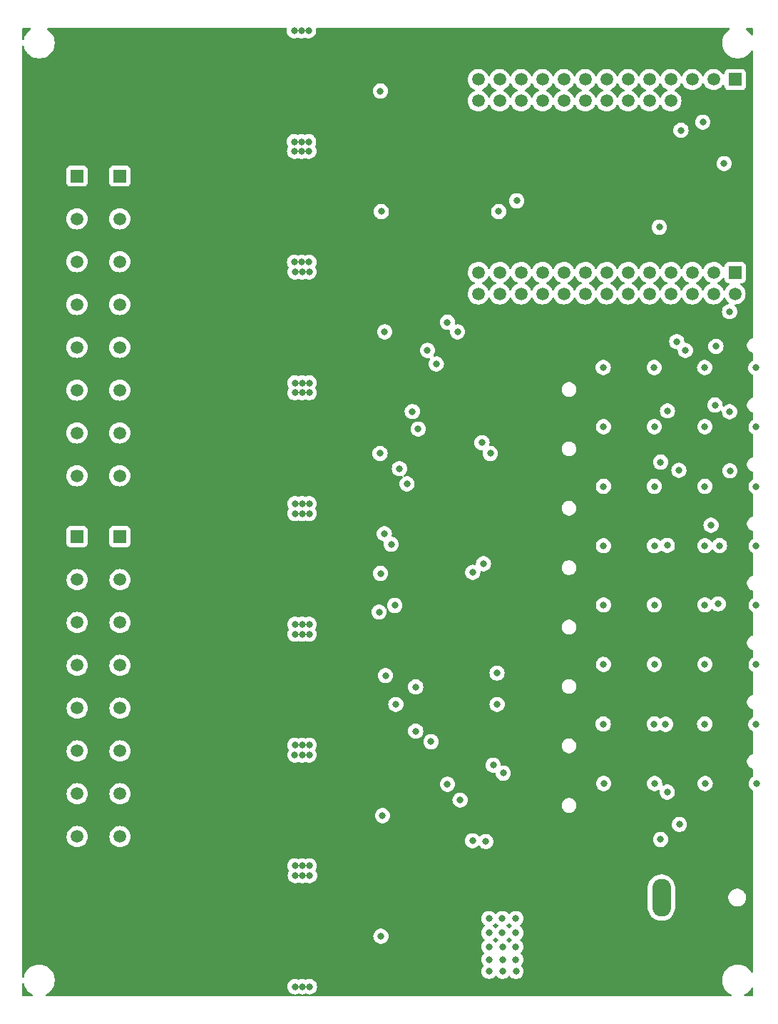
<source format=gbr>
%TF.GenerationSoftware,KiCad,Pcbnew,8.0.1*%
%TF.CreationDate,2024-08-26T16:05:16-04:00*%
%TF.ProjectId,16ch-driver-v1,31366368-2d64-4726-9976-65722d76312e,rev?*%
%TF.SameCoordinates,Original*%
%TF.FileFunction,Copper,L2,Inr*%
%TF.FilePolarity,Positive*%
%FSLAX46Y46*%
G04 Gerber Fmt 4.6, Leading zero omitted, Abs format (unit mm)*
G04 Created by KiCad (PCBNEW 8.0.1) date 2024-08-26 16:05:16*
%MOMM*%
%LPD*%
G01*
G04 APERTURE LIST*
%TA.AperFunction,ComponentPad*%
%ADD10R,1.508000X1.508000*%
%TD*%
%TA.AperFunction,ComponentPad*%
%ADD11C,1.508000*%
%TD*%
%TA.AperFunction,ComponentPad*%
%ADD12O,2.250000X4.500000*%
%TD*%
%TA.AperFunction,ComponentPad*%
%ADD13O,2.000000X4.000000*%
%TD*%
%TA.AperFunction,ComponentPad*%
%ADD14O,4.000000X2.000000*%
%TD*%
%TA.AperFunction,ViaPad*%
%ADD15C,0.800000*%
%TD*%
G04 APERTURE END LIST*
D10*
%TO.N,/SpikeAndHoldDriverAndLEDs-1/DriveOut*%
%TO.C,J3*%
X106637502Y-60639998D03*
X101557503Y-60640002D03*
D11*
%TO.N,GND*%
X106637502Y-63179998D03*
X101557504Y-63179998D03*
%TO.N,/SpikeAndHoldDriverAndLEDs-9/DriveOut*%
X106637506Y-65719997D03*
X101557500Y-65719998D03*
%TO.N,GND*%
X106637502Y-68259998D03*
X101557505Y-68259999D03*
%TO.N,/SpikeAndHoldDriverAndLEDs-2/DriveOut*%
X106637501Y-70799998D03*
X101557502Y-70800000D03*
%TO.N,GND*%
X106637506Y-73339997D03*
X101557502Y-73339997D03*
%TO.N,/SpikeAndHoldDriverAndLEDs-10/DriveOut*%
X106637502Y-75879998D03*
X101557505Y-75879998D03*
%TO.N,GND*%
X106637505Y-78420001D03*
X101557498Y-78419999D03*
%TO.N,/SpikeAndHoldDriverAndLEDs-3/DriveOut*%
X106637500Y-80960001D03*
X101557502Y-80959998D03*
%TO.N,GND*%
X106637498Y-83499998D03*
X101557500Y-83499999D03*
%TO.N,/SpikeAndHoldDriverAndLEDs-11/DriveOut*%
X106637502Y-86039998D03*
X101557502Y-86039998D03*
%TO.N,GND*%
X106637502Y-88579998D03*
X101557506Y-88579999D03*
%TO.N,/SpikeAndHoldDriverAndLEDs-4/DriveOut*%
X106637500Y-91119999D03*
X101557502Y-91119998D03*
%TO.N,GND*%
X106637502Y-93659999D03*
X101557498Y-93659997D03*
%TO.N,/SpikeAndHoldDriverAndLEDs-12/DriveOut*%
X106637502Y-96199998D03*
X101557504Y-96199994D03*
%TO.N,GND*%
X106637502Y-98739997D03*
X101557505Y-98739998D03*
%TD*%
D12*
%TO.N,/12V_IN*%
%TO.C,J1*%
X170955086Y-146253591D03*
D13*
%TO.N,GND*%
X176955086Y-146253591D03*
D14*
X177955085Y-141753590D03*
X177955086Y-150753591D03*
%TD*%
D10*
%TO.N,/SpikeAndHoldDriverAndLEDs-5/DriveOut*%
%TO.C,J4*%
X106662502Y-103439998D03*
X101582503Y-103440002D03*
D11*
%TO.N,GND*%
X106662502Y-105979998D03*
X101582504Y-105979998D03*
%TO.N,/SpikeAndHoldDriverAndLEDs-13/DriveOut*%
X106662506Y-108519997D03*
X101582500Y-108519997D03*
%TO.N,GND*%
X106662502Y-111059998D03*
X101582505Y-111059999D03*
%TO.N,/SpikeAndHoldDriverAndLEDs-6/DriveOut*%
X106662501Y-113599998D03*
X101582502Y-113599999D03*
%TO.N,GND*%
X106662506Y-116139997D03*
X101582502Y-116139997D03*
%TO.N,/SpikeAndHoldDriverAndLEDs-14/DriveOut*%
X106662502Y-118679998D03*
X101582505Y-118679998D03*
%TO.N,GND*%
X106662505Y-121220001D03*
X101582498Y-121219999D03*
%TO.N,/SpikeAndHoldDriverAndLEDs-7/DriveOut*%
X106662500Y-123760001D03*
X101582502Y-123759998D03*
%TO.N,GND*%
X106662498Y-126299998D03*
X101582500Y-126299999D03*
%TO.N,/SpikeAndHoldDriverAndLEDs-15/DriveOut*%
X106662502Y-128839998D03*
X101582502Y-128839998D03*
%TO.N,GND*%
X106662502Y-131379998D03*
X101582506Y-131379999D03*
%TO.N,/SpikeAndHoldDriverAndLEDs-8/DriveOut*%
X106662500Y-133919999D03*
X101582502Y-133919998D03*
%TO.N,GND*%
X106662502Y-136459999D03*
X101582498Y-136459996D03*
%TO.N,/SpikeAndHoldDriverAndLEDs-16/DriveOut*%
X106662502Y-138999998D03*
X101582504Y-138999994D03*
%TO.N,GND*%
X106662502Y-141539997D03*
X101582505Y-141539998D03*
%TD*%
D10*
%TO.N,+3.3V*%
%TO.C,U18*%
X179697061Y-49188985D03*
D11*
%TO.N,GND*%
X179697064Y-51728988D03*
%TO.N,+3.3V*%
X177157064Y-49188988D03*
%TO.N,GND*%
X177157065Y-51728987D03*
%TO.N,+3.3V*%
X174617064Y-49188983D03*
%TO.N,GND*%
X174617064Y-51728984D03*
%TO.N,unconnected-(U18-AD0-PadCN2-7)*%
X172077066Y-49188983D03*
%TO.N,+3.3V*%
X172077064Y-51728987D03*
%TO.N,unconnected-(U18-AD2-PadCN2-9)*%
X169537064Y-49188987D03*
%TO.N,unconnected-(U18-AD1-PadCN2-10)*%
X169537064Y-51728986D03*
%TO.N,+3.3V*%
X166997064Y-49188987D03*
%TO.N,unconnected-(U18-AD3-PadCN2-12)*%
X166997064Y-51728987D03*
%TO.N,unconnected-(U18-AD5-PadCN2-13)*%
X164457064Y-49188987D03*
%TO.N,unconnected-(U18-AD4-PadCN2-14)*%
X164457064Y-51728987D03*
%TO.N,unconnected-(U18-AD7-PadCN2-15)*%
X161917064Y-49188987D03*
%TO.N,unconnected-(U18-AD6-PadCN2-16)*%
X161917064Y-51728987D03*
%TO.N,unconnected-(U18-BD1-PadCN2-17)*%
X159377064Y-49188987D03*
%TO.N,unconnected-(U18-BD0-PadCN2-18)*%
X159377064Y-51728987D03*
%TO.N,unconnected-(U18-BD3-PadCN2-19)*%
X156837067Y-49188988D03*
%TO.N,unconnected-(U18-BD2-PadCN2-20)*%
X156837064Y-51728987D03*
%TO.N,+3.3V*%
X154297063Y-49188987D03*
%TO.N,/SpikeAndHoldDriverAndLEDs-2/TTLInput*%
X154297064Y-51728987D03*
%TO.N,/SpikeAndHoldDriverAndLEDs-10/TTLInput*%
X151757068Y-49188981D03*
%TO.N,/SpikeAndHoldDriverAndLEDs-1/TTLInput*%
X151757060Y-51728985D03*
%TO.N,unconnected-(U18-SUSPEND#-PadCN2-25)*%
X149217064Y-49188987D03*
%TO.N,/SpikeAndHoldDriverAndLEDs-9/TTLInput*%
X149217064Y-51728987D03*
D10*
%TO.N,Net-(U18-VBUS)*%
X179697064Y-72078987D03*
D11*
%TO.N,unconnected-(U18-GND-PadCN3-2)*%
X179687070Y-74618982D03*
%TO.N,Net-(U18-VBUS)*%
X177157064Y-72078987D03*
%TO.N,unconnected-(U18-GND-PadCN3-4)*%
X177157064Y-74618987D03*
%TO.N,unconnected-(U18-CS-PadCN3-5)*%
X174617068Y-72078989D03*
%TO.N,unconnected-(U18-CLK-PadCN3-6)*%
X174617060Y-74618993D03*
%TO.N,unconnected-(U18-DATA-PadCN3-7)*%
X172077064Y-72078987D03*
%TO.N,unconnected-(U18-PWREN#-PadCN3-8)*%
X172077065Y-74618987D03*
%TO.N,unconnected-(U18-DD7-PadCN3-9)*%
X169537064Y-72078987D03*
%TO.N,unconnected-(U18-DD6-PadCN3-10)*%
X169537061Y-74618986D03*
%TO.N,unconnected-(U18-DD5-PadCN3-11)*%
X166997064Y-72078987D03*
%TO.N,+3.3V*%
X166997064Y-74618987D03*
%TO.N,/SpikeAndHoldDriverAndLEDs-16/TTLInput*%
X164457064Y-72078987D03*
%TO.N,/SpikeAndHoldDriverAndLEDs-8/TTLInput*%
X164457064Y-74618987D03*
%TO.N,/SpikeAndHoldDriverAndLEDs-15/TTLInput*%
X161917064Y-72078987D03*
%TO.N,/SpikeAndHoldDriverAndLEDs-7/TTLInput*%
X161917064Y-74618987D03*
%TO.N,/SpikeAndHoldDriverAndLEDs-14/TTLInput*%
X159377064Y-72078987D03*
%TO.N,/SpikeAndHoldDriverAndLEDs-6/TTLInput*%
X159377064Y-74618987D03*
%TO.N,unconnected-(U18-CD6-PadCN3-19)*%
X156837064Y-72078988D03*
%TO.N,/SpikeAndHoldDriverAndLEDs-5/TTLInput*%
X156837064Y-74618987D03*
%TO.N,/SpikeAndHoldDriverAndLEDs-13/TTLInput*%
X154297064Y-72078987D03*
%TO.N,+3.3V*%
X154297062Y-74618991D03*
%TO.N,/SpikeAndHoldDriverAndLEDs-4/TTLInput*%
X151757064Y-72078990D03*
%TO.N,/SpikeAndHoldDriverAndLEDs-12/TTLInput*%
X151757064Y-74618991D03*
%TO.N,/SpikeAndHoldDriverAndLEDs-3/TTLInput*%
X149217063Y-72078987D03*
%TO.N,/SpikeAndHoldDriverAndLEDs-11/TTLInput*%
X149217064Y-74618986D03*
%TD*%
D15*
%TO.N,+12V*%
X164100000Y-132710000D03*
X127442502Y-114999999D03*
X127442502Y-100674999D03*
X128312502Y-156816783D03*
X150470000Y-148740000D03*
X128292502Y-128165355D03*
X127442502Y-86349999D03*
X170115000Y-118585000D03*
X170115000Y-111535000D03*
X129142502Y-99513927D03*
X164045000Y-125660000D03*
X129067502Y-43412499D03*
X153690000Y-155010000D03*
X127442502Y-85188213D03*
X127392502Y-70862499D03*
X182190000Y-118610000D03*
X176115000Y-118585000D03*
X153670000Y-148740000D03*
X129142502Y-142491069D03*
X170115000Y-97460000D03*
X128292502Y-85188213D03*
X128292502Y-114999999D03*
X127442502Y-128165355D03*
X153680000Y-153610000D03*
X128292502Y-100674999D03*
X127442502Y-113839641D03*
X182220000Y-132735000D03*
X152070000Y-148740000D03*
X182165000Y-83385000D03*
X176115000Y-104510000D03*
X176090000Y-83360000D03*
X129142502Y-113839641D03*
X129173501Y-143644999D03*
X164070000Y-97460000D03*
X164070000Y-104510000D03*
X150470000Y-150440000D03*
X182190000Y-104535000D03*
X128292502Y-142491069D03*
X170145000Y-132710000D03*
X152080000Y-152090000D03*
X128323501Y-143644999D03*
X129067502Y-56574999D03*
X128242502Y-70862499D03*
X152090000Y-155010000D03*
X128292502Y-99513927D03*
X150490000Y-155010000D03*
X153680000Y-152090000D03*
X176115000Y-97460000D03*
X170115000Y-90385000D03*
X129142502Y-85188213D03*
X128292502Y-86349999D03*
X176115000Y-90385000D03*
X127462502Y-156816783D03*
X129130999Y-129330000D03*
X150480000Y-153610000D03*
X153670000Y-150440000D03*
X129142502Y-128165355D03*
X170115000Y-104510000D03*
X128292502Y-113839641D03*
X127367502Y-43412499D03*
X128217502Y-56574999D03*
X127430999Y-129330000D03*
X182190000Y-90410000D03*
X127367502Y-56574999D03*
X129142502Y-86349999D03*
X128280999Y-129330000D03*
X129092502Y-70862499D03*
X176115000Y-111535000D03*
X129142502Y-72024999D03*
X129162502Y-156816783D03*
X182165000Y-125685000D03*
X127442502Y-99513927D03*
X129142502Y-114999999D03*
X176145000Y-132710000D03*
X129092502Y-57699999D03*
X182190000Y-111560000D03*
X164070000Y-111535000D03*
X128217502Y-43412499D03*
X182190000Y-97485000D03*
X152070000Y-150440000D03*
X128242502Y-57699999D03*
X164070000Y-90385000D03*
X127442502Y-72024999D03*
X129142502Y-100674999D03*
X127442502Y-142491069D03*
X176090000Y-125660000D03*
X128292502Y-72024999D03*
X127392502Y-57699999D03*
X164045000Y-83360000D03*
X164070000Y-118585000D03*
X152080000Y-153610000D03*
X127473501Y-143644999D03*
X170090000Y-83360000D03*
X170090000Y-125660000D03*
X150480000Y-152090000D03*
%TO.N,GND*%
X116367502Y-152916783D03*
X116367502Y-78044999D03*
X116377502Y-82624999D03*
X131317502Y-81194999D03*
X127280000Y-108630000D03*
X116302502Y-54012499D03*
X131317502Y-76018213D03*
X127270000Y-48660000D03*
X127250000Y-50020000D03*
X131317502Y-124169999D03*
X116377502Y-117565355D03*
X116377502Y-125599999D03*
X125840000Y-64360000D03*
X127260000Y-148950000D03*
X127250000Y-51370000D03*
X127280000Y-91650000D03*
X116428501Y-151984999D03*
X131317502Y-133321069D03*
X116327502Y-68299999D03*
X116377502Y-74588213D03*
X125870000Y-50010000D03*
X163720000Y-140730000D03*
X116397502Y-80364999D03*
X131317502Y-109844999D03*
X116272502Y-52674999D03*
X116377502Y-96949999D03*
X163770000Y-142840000D03*
X116335999Y-133230000D03*
X125880000Y-94350000D03*
X125900000Y-91640000D03*
X125880000Y-137260000D03*
X127260000Y-137270000D03*
X116302502Y-45974999D03*
X116397502Y-146216783D03*
X127300000Y-105920000D03*
X127260000Y-93010000D03*
X116347502Y-62522499D03*
X162120000Y-140730000D03*
X131317502Y-90343927D03*
X127220000Y-64370000D03*
X116365999Y-139930000D03*
X116397502Y-105499641D03*
X116347502Y-104574999D03*
X131317502Y-118995355D03*
X127280000Y-78730000D03*
X116347502Y-66039999D03*
X116272502Y-47312499D03*
X162170000Y-141760000D03*
X125960000Y-120270000D03*
X116367502Y-93493927D03*
X127340000Y-120280000D03*
X116377502Y-111274999D03*
X116322502Y-48234999D03*
X125920000Y-77360000D03*
X137115999Y-138790000D03*
X131267502Y-66869999D03*
X116397502Y-94689999D03*
X137052502Y-52872499D03*
X125940000Y-121630000D03*
X127320000Y-121640000D03*
X125900000Y-107270000D03*
X116347502Y-109939641D03*
X116367502Y-79168213D03*
X131317502Y-104669641D03*
X116292502Y-50554999D03*
X125900000Y-108620000D03*
X127240000Y-150310000D03*
X137127502Y-104379641D03*
X116367502Y-107819641D03*
X127280000Y-134560000D03*
X137127502Y-118705355D03*
X125880000Y-93000000D03*
X125880000Y-148940000D03*
X137147502Y-147356783D03*
X137127502Y-81484999D03*
X116408501Y-154244999D03*
X127260000Y-94360000D03*
X131317502Y-95519999D03*
X116398501Y-149664999D03*
X116367502Y-121019999D03*
X137127502Y-110134999D03*
X137077502Y-67159999D03*
X127220000Y-65720000D03*
X160570000Y-142840000D03*
X131267502Y-61692499D03*
X125870000Y-51360000D03*
X116322502Y-51752499D03*
X116347502Y-138591069D03*
X127240000Y-151660000D03*
X116397502Y-134151069D03*
X116377502Y-88913927D03*
X137127502Y-90053927D03*
X160570000Y-141760000D03*
X163770000Y-141760000D03*
X127260000Y-135920000D03*
X125940000Y-122980000D03*
X160520000Y-140730000D03*
X116397502Y-91173927D03*
X116397502Y-76848213D03*
X116367502Y-92369999D03*
X116327502Y-60262499D03*
X125840000Y-65710000D03*
X127320000Y-122990000D03*
X116387502Y-150796783D03*
X162170000Y-142840000D03*
X116377502Y-103239641D03*
X137127502Y-75728213D03*
X116317502Y-64842499D03*
X116347502Y-118899999D03*
X125860000Y-151650000D03*
X116317502Y-63719999D03*
X125880000Y-135910000D03*
X116377502Y-131891069D03*
X137127502Y-124459999D03*
X116385999Y-137670000D03*
X127240000Y-63010000D03*
X116397502Y-109014999D03*
X116347502Y-90249999D03*
X137077502Y-61402499D03*
X116347502Y-81288213D03*
X125860000Y-63000000D03*
X116417502Y-148476783D03*
X116297502Y-61599999D03*
X116397502Y-119825355D03*
X127300000Y-77370000D03*
X127280000Y-80080000D03*
X116367502Y-122145355D03*
X125900000Y-80070000D03*
X137127502Y-133031069D03*
X116292502Y-49432499D03*
X131337502Y-147646783D03*
X116355999Y-135350000D03*
X116347502Y-124265355D03*
X116378501Y-147544999D03*
X116367502Y-106694999D03*
X125900000Y-134550000D03*
X116297502Y-66962499D03*
X131242502Y-47404999D03*
X137052502Y-47114999D03*
X137127502Y-95809999D03*
X127280000Y-107280000D03*
X131242502Y-52582499D03*
X116347502Y-75924999D03*
X137158501Y-153104999D03*
X131305999Y-138500000D03*
X116397502Y-123339999D03*
X125920000Y-105910000D03*
X125860000Y-150300000D03*
X125900000Y-78720000D03*
X116347502Y-95613927D03*
X131348501Y-152814999D03*
X116367502Y-136471069D03*
X125890000Y-48650000D03*
%TO.N,Net-(D2-K)*%
X177425000Y-80860000D03*
X175870000Y-54250000D03*
%TO.N,Net-(D5-K)*%
X178400000Y-59160000D03*
X179050000Y-88610000D03*
%TO.N,Net-(D8-K)*%
X179087500Y-95622500D03*
X179050000Y-76735000D03*
%TO.N,Net-(D11-K)*%
X177325000Y-87810000D03*
X177850000Y-104485000D03*
%TO.N,Net-(D14-K)*%
X177700000Y-111410000D03*
X176850000Y-102060000D03*
%TO.N,Net-(D26-K)*%
X143175000Y-81335000D03*
%TO.N,Net-(D3-K)*%
X173800000Y-81335000D03*
X173275000Y-55210000D03*
%TO.N,Net-(D6-K)*%
X171675000Y-88510000D03*
X170700000Y-66710000D03*
%TO.N,Net-(D29-K)*%
X141375000Y-88585000D03*
%TO.N,Net-(D9-K)*%
X173025000Y-95560000D03*
X172775000Y-80285000D03*
%TO.N,Net-(D12-K)*%
X170850000Y-94585000D03*
X171650000Y-104460000D03*
%TO.N,Net-(D32-K)*%
X139850000Y-95360000D03*
%TO.N,Net-(D21-K)*%
X171450000Y-125685000D03*
X173088931Y-137571069D03*
%TO.N,Net-(D35-K)*%
X138050000Y-103085000D03*
%TO.N,Net-(D24-K)*%
X171650000Y-133735000D03*
X170850000Y-139360000D03*
%TO.N,Net-(D27-K)*%
X144225000Y-82935000D03*
%TO.N,Net-(D38-K)*%
X137425000Y-112385000D03*
%TO.N,Net-(D30-K)*%
X142075000Y-90660000D03*
%TO.N,Net-(D33-K)*%
X140750000Y-97160000D03*
%TO.N,Net-(D41-K)*%
X141775000Y-121260000D03*
%TO.N,Net-(D36-K)*%
X138875000Y-104335000D03*
%TO.N,Net-(D39-K)*%
X139300000Y-111585000D03*
%TO.N,Net-(D44-K)*%
X143600000Y-127760000D03*
%TO.N,Net-(D42-K)*%
X138190000Y-119920000D03*
%TO.N,Net-(D45-K)*%
X141775000Y-126510000D03*
%TO.N,Net-(D47-K)*%
X147050000Y-134685000D03*
%TO.N,Net-(D48-K)*%
X145550000Y-132810000D03*
%TO.N,/SpikeAndHoldDriverAndLEDs-2/TTLInput*%
X153775000Y-63585000D03*
%TO.N,/SpikeAndHoldDriverAndLEDs-3/TTLInput*%
X145550000Y-77988213D03*
%TO.N,/SpikeAndHoldDriverAndLEDs-4/TTLInput*%
X149650000Y-92285000D03*
%TO.N,/SpikeAndHoldDriverAndLEDs-5/TTLInput*%
X149830000Y-106640000D03*
%TO.N,/SpikeAndHoldDriverAndLEDs-6/TTLInput*%
X151440000Y-119620000D03*
%TO.N,/SpikeAndHoldDriverAndLEDs-7/TTLInput*%
X150975000Y-130535000D03*
%TO.N,/SpikeAndHoldDriverAndLEDs-8/TTLInput*%
X148525000Y-139510000D03*
%TO.N,/SpikeAndHoldDriverAndLEDs-9/TTLInput*%
X137575000Y-50560000D03*
%TO.N,/SpikeAndHoldDriverAndLEDs-10/TTLInput*%
X137700000Y-64860000D03*
X151625000Y-64860000D03*
%TO.N,/SpikeAndHoldDriverAndLEDs-11/TTLInput*%
X146750000Y-79135000D03*
X138100000Y-79135000D03*
%TO.N,/SpikeAndHoldDriverAndLEDs-12/TTLInput*%
X150640000Y-93560000D03*
X137540000Y-93560000D03*
%TO.N,/SpikeAndHoldDriverAndLEDs-13/TTLInput*%
X148550000Y-107670000D03*
X137600000Y-107790000D03*
%TO.N,/SpikeAndHoldDriverAndLEDs-14/TTLInput*%
X151450000Y-123335000D03*
X139425000Y-123335000D03*
%TO.N,/SpikeAndHoldDriverAndLEDs-15/TTLInput*%
X137829999Y-136530001D03*
X152175000Y-131485000D03*
%TO.N,/SpikeAndHoldDriverAndLEDs-16/TTLInput*%
X150100000Y-139600000D03*
X137650000Y-150830000D03*
%TD*%
%TA.AperFunction,Conductor*%
%TO.N,GND*%
G36*
X126431561Y-43079685D02*
G01*
X126477316Y-43132489D01*
X126487260Y-43201647D01*
X126482455Y-43222312D01*
X126481829Y-43224238D01*
X126481828Y-43224240D01*
X126481828Y-43224243D01*
X126462042Y-43412499D01*
X126481828Y-43600755D01*
X126481829Y-43600758D01*
X126540320Y-43780776D01*
X126540323Y-43780783D01*
X126634969Y-43944715D01*
X126698069Y-44014794D01*
X126761631Y-44085387D01*
X126914767Y-44196647D01*
X126914772Y-44196650D01*
X127087694Y-44273641D01*
X127087699Y-44273643D01*
X127272856Y-44312999D01*
X127272857Y-44312999D01*
X127462146Y-44312999D01*
X127462148Y-44312999D01*
X127647305Y-44273643D01*
X127742066Y-44231451D01*
X127811315Y-44222166D01*
X127842936Y-44231451D01*
X127937699Y-44273643D01*
X128122856Y-44312999D01*
X128122857Y-44312999D01*
X128312146Y-44312999D01*
X128312148Y-44312999D01*
X128497305Y-44273643D01*
X128592066Y-44231451D01*
X128661315Y-44222166D01*
X128692936Y-44231451D01*
X128787699Y-44273643D01*
X128972856Y-44312999D01*
X128972857Y-44312999D01*
X129162146Y-44312999D01*
X129162148Y-44312999D01*
X129347305Y-44273643D01*
X129520232Y-44196650D01*
X129673373Y-44085387D01*
X129800035Y-43944715D01*
X129894681Y-43780783D01*
X129953176Y-43600755D01*
X129972962Y-43412499D01*
X129953176Y-43224243D01*
X129952549Y-43222312D01*
X129952515Y-43221135D01*
X129951824Y-43217882D01*
X129952419Y-43217755D01*
X129950557Y-43152471D01*
X129986641Y-43092640D01*
X130049344Y-43061815D01*
X130070482Y-43060000D01*
X178935617Y-43060000D01*
X179002656Y-43079685D01*
X179048411Y-43132489D01*
X179058355Y-43201647D01*
X179029330Y-43265203D01*
X178997617Y-43291385D01*
X178996412Y-43292081D01*
X178994706Y-43293066D01*
X178802263Y-43440733D01*
X178802256Y-43440739D01*
X178630739Y-43612256D01*
X178630733Y-43612263D01*
X178483067Y-43804706D01*
X178361777Y-44014785D01*
X178361773Y-44014794D01*
X178268947Y-44238895D01*
X178206161Y-44473214D01*
X178174500Y-44713711D01*
X178174500Y-44956288D01*
X178206161Y-45196785D01*
X178268947Y-45431104D01*
X178361773Y-45655205D01*
X178361776Y-45655212D01*
X178483064Y-45865289D01*
X178483066Y-45865292D01*
X178483067Y-45865293D01*
X178630733Y-46057736D01*
X178630739Y-46057743D01*
X178802256Y-46229260D01*
X178802262Y-46229265D01*
X178994711Y-46376936D01*
X179204788Y-46498224D01*
X179428900Y-46591054D01*
X179663211Y-46653838D01*
X179843586Y-46677584D01*
X179903711Y-46685500D01*
X179903712Y-46685500D01*
X180146289Y-46685500D01*
X180194388Y-46679167D01*
X180386789Y-46653838D01*
X180621100Y-46591054D01*
X180845212Y-46498224D01*
X181055289Y-46376936D01*
X181247738Y-46229265D01*
X181419265Y-46057738D01*
X181566936Y-45865289D01*
X181618614Y-45775780D01*
X181669180Y-45727565D01*
X181737787Y-45714342D01*
X181802652Y-45740311D01*
X181843180Y-45797225D01*
X181850000Y-45837781D01*
X181850000Y-79791439D01*
X181830315Y-79858478D01*
X181777511Y-79904233D01*
X181750193Y-79913056D01*
X181724626Y-79918141D01*
X181724620Y-79918143D01*
X181565298Y-79984136D01*
X181565285Y-79984143D01*
X181421898Y-80079952D01*
X181421894Y-80079955D01*
X181299954Y-80201895D01*
X181299951Y-80201899D01*
X181204142Y-80345286D01*
X181204135Y-80345299D01*
X181138143Y-80504619D01*
X181138140Y-80504631D01*
X181104497Y-80673764D01*
X181104497Y-80846231D01*
X181138140Y-81015364D01*
X181138143Y-81015376D01*
X181204135Y-81174696D01*
X181204142Y-81174709D01*
X181299951Y-81318096D01*
X181299954Y-81318100D01*
X181421894Y-81440040D01*
X181421898Y-81440043D01*
X181565285Y-81535852D01*
X181565298Y-81535859D01*
X181724618Y-81601851D01*
X181724623Y-81601853D01*
X181750191Y-81606938D01*
X181812101Y-81639323D01*
X181846676Y-81700038D01*
X181850000Y-81728556D01*
X181850000Y-82459000D01*
X181830315Y-82526039D01*
X181777511Y-82571794D01*
X181776437Y-82572279D01*
X181712267Y-82600849D01*
X181559129Y-82712111D01*
X181432466Y-82852785D01*
X181337821Y-83016715D01*
X181337818Y-83016722D01*
X181287450Y-83171740D01*
X181279326Y-83196744D01*
X181259540Y-83385000D01*
X181279326Y-83573256D01*
X181279327Y-83573259D01*
X181337818Y-83753277D01*
X181337821Y-83753284D01*
X181432467Y-83917216D01*
X181536619Y-84032888D01*
X181559129Y-84057888D01*
X181712265Y-84169148D01*
X181712267Y-84169149D01*
X181712270Y-84169151D01*
X181776438Y-84197721D01*
X181829672Y-84242968D01*
X181849994Y-84309817D01*
X181850000Y-84310998D01*
X181850000Y-86841443D01*
X181830315Y-86908482D01*
X181777511Y-86954237D01*
X181750193Y-86963060D01*
X181724626Y-86968145D01*
X181724620Y-86968147D01*
X181565298Y-87034140D01*
X181565285Y-87034147D01*
X181421898Y-87129956D01*
X181421894Y-87129959D01*
X181299954Y-87251899D01*
X181299951Y-87251903D01*
X181204142Y-87395290D01*
X181204135Y-87395303D01*
X181138143Y-87554623D01*
X181138140Y-87554635D01*
X181104497Y-87723768D01*
X181104497Y-87896235D01*
X181138140Y-88065368D01*
X181138143Y-88065380D01*
X181204135Y-88224700D01*
X181204142Y-88224713D01*
X181299951Y-88368100D01*
X181299954Y-88368104D01*
X181421894Y-88490044D01*
X181421898Y-88490047D01*
X181565285Y-88585856D01*
X181565298Y-88585863D01*
X181724618Y-88651855D01*
X181724623Y-88651857D01*
X181750191Y-88656942D01*
X181812101Y-88689327D01*
X181846676Y-88750042D01*
X181850000Y-88778560D01*
X181850000Y-89495131D01*
X181830315Y-89562170D01*
X181777511Y-89607925D01*
X181776437Y-89608410D01*
X181737267Y-89625849D01*
X181584129Y-89737111D01*
X181457466Y-89877785D01*
X181362821Y-90041715D01*
X181362818Y-90041722D01*
X181312450Y-90196740D01*
X181304326Y-90221744D01*
X181284540Y-90410000D01*
X181304326Y-90598256D01*
X181304327Y-90598259D01*
X181362818Y-90778277D01*
X181362821Y-90778284D01*
X181457467Y-90942216D01*
X181561619Y-91057888D01*
X181584129Y-91082888D01*
X181737265Y-91194148D01*
X181737266Y-91194148D01*
X181737270Y-91194151D01*
X181776436Y-91211589D01*
X181829672Y-91256836D01*
X181849994Y-91323685D01*
X181850000Y-91324867D01*
X181850000Y-93891442D01*
X181830315Y-93958481D01*
X181777511Y-94004236D01*
X181750192Y-94013059D01*
X181724631Y-94018143D01*
X181724621Y-94018146D01*
X181565301Y-94084138D01*
X181565288Y-94084145D01*
X181421901Y-94179954D01*
X181421897Y-94179957D01*
X181299957Y-94301897D01*
X181299954Y-94301901D01*
X181204145Y-94445288D01*
X181204138Y-94445301D01*
X181138146Y-94604621D01*
X181138143Y-94604633D01*
X181104500Y-94773766D01*
X181104500Y-94946233D01*
X181138143Y-95115366D01*
X181138146Y-95115378D01*
X181204138Y-95274698D01*
X181204145Y-95274711D01*
X181299954Y-95418098D01*
X181299957Y-95418102D01*
X181421897Y-95540042D01*
X181421901Y-95540045D01*
X181565288Y-95635854D01*
X181565301Y-95635861D01*
X181724621Y-95701853D01*
X181724626Y-95701855D01*
X181750191Y-95706940D01*
X181812100Y-95739323D01*
X181846676Y-95800038D01*
X181850000Y-95828557D01*
X181850000Y-96570131D01*
X181830315Y-96637170D01*
X181777511Y-96682925D01*
X181776437Y-96683410D01*
X181737267Y-96700849D01*
X181584129Y-96812111D01*
X181457466Y-96952785D01*
X181362821Y-97116715D01*
X181362818Y-97116722D01*
X181306329Y-97290578D01*
X181304326Y-97296744D01*
X181284540Y-97485000D01*
X181304326Y-97673256D01*
X181304327Y-97673259D01*
X181362818Y-97853277D01*
X181362821Y-97853284D01*
X181457467Y-98017216D01*
X181561619Y-98132888D01*
X181584129Y-98157888D01*
X181737265Y-98269148D01*
X181737266Y-98269148D01*
X181737270Y-98269151D01*
X181776436Y-98286589D01*
X181829672Y-98331836D01*
X181849994Y-98398685D01*
X181850000Y-98399867D01*
X181850000Y-100941442D01*
X181830315Y-101008481D01*
X181777511Y-101054236D01*
X181750192Y-101063059D01*
X181724631Y-101068143D01*
X181724621Y-101068146D01*
X181565301Y-101134138D01*
X181565288Y-101134145D01*
X181421901Y-101229954D01*
X181421897Y-101229957D01*
X181299957Y-101351897D01*
X181299954Y-101351901D01*
X181204145Y-101495288D01*
X181204138Y-101495301D01*
X181138146Y-101654621D01*
X181138143Y-101654633D01*
X181104500Y-101823766D01*
X181104500Y-101996233D01*
X181138143Y-102165366D01*
X181138146Y-102165378D01*
X181204138Y-102324698D01*
X181204145Y-102324711D01*
X181299954Y-102468098D01*
X181299957Y-102468102D01*
X181421897Y-102590042D01*
X181421901Y-102590045D01*
X181565288Y-102685854D01*
X181565301Y-102685861D01*
X181724621Y-102751853D01*
X181724626Y-102751855D01*
X181750191Y-102756940D01*
X181812100Y-102789323D01*
X181846676Y-102850038D01*
X181850000Y-102878557D01*
X181850000Y-103620131D01*
X181830315Y-103687170D01*
X181777511Y-103732925D01*
X181776437Y-103733410D01*
X181737267Y-103750849D01*
X181584129Y-103862111D01*
X181457466Y-104002785D01*
X181362821Y-104166715D01*
X181362818Y-104166722D01*
X181312450Y-104321740D01*
X181304326Y-104346744D01*
X181284540Y-104535000D01*
X181304326Y-104723256D01*
X181304327Y-104723259D01*
X181362818Y-104903277D01*
X181362821Y-104903284D01*
X181457467Y-105067216D01*
X181504227Y-105119148D01*
X181584129Y-105207888D01*
X181737265Y-105319148D01*
X181737266Y-105319148D01*
X181737270Y-105319151D01*
X181776436Y-105336589D01*
X181829672Y-105381836D01*
X181849994Y-105448685D01*
X181850000Y-105449867D01*
X181850000Y-107991439D01*
X181830315Y-108058478D01*
X181777511Y-108104233D01*
X181750195Y-108113056D01*
X181724625Y-108118142D01*
X181724619Y-108118144D01*
X181565299Y-108184136D01*
X181565286Y-108184143D01*
X181421899Y-108279952D01*
X181421895Y-108279955D01*
X181299955Y-108401895D01*
X181299952Y-108401899D01*
X181204143Y-108545286D01*
X181204136Y-108545299D01*
X181138144Y-108704619D01*
X181138141Y-108704631D01*
X181104498Y-108873764D01*
X181104498Y-109046231D01*
X181138141Y-109215364D01*
X181138144Y-109215376D01*
X181204136Y-109374696D01*
X181204143Y-109374709D01*
X181299952Y-109518096D01*
X181299955Y-109518100D01*
X181421895Y-109640040D01*
X181421899Y-109640043D01*
X181565286Y-109735852D01*
X181565299Y-109735859D01*
X181698589Y-109791069D01*
X181724624Y-109801853D01*
X181750191Y-109806938D01*
X181812100Y-109839320D01*
X181846676Y-109900035D01*
X181850000Y-109928555D01*
X181850000Y-110645131D01*
X181830315Y-110712170D01*
X181777511Y-110757925D01*
X181776437Y-110758410D01*
X181737267Y-110775849D01*
X181584129Y-110887111D01*
X181457466Y-111027785D01*
X181362821Y-111191715D01*
X181362818Y-111191722D01*
X181312450Y-111346740D01*
X181304326Y-111371744D01*
X181284540Y-111560000D01*
X181304326Y-111748256D01*
X181304327Y-111748259D01*
X181362818Y-111928277D01*
X181362821Y-111928284D01*
X181457467Y-112092216D01*
X181549247Y-112194148D01*
X181584129Y-112232888D01*
X181737265Y-112344148D01*
X181737266Y-112344148D01*
X181737270Y-112344151D01*
X181776436Y-112361589D01*
X181829672Y-112406836D01*
X181849994Y-112473685D01*
X181850000Y-112474867D01*
X181850000Y-115041444D01*
X181830315Y-115108483D01*
X181777511Y-115154238D01*
X181750192Y-115163061D01*
X181724631Y-115168145D01*
X181724621Y-115168148D01*
X181565301Y-115234140D01*
X181565288Y-115234147D01*
X181421901Y-115329956D01*
X181421897Y-115329959D01*
X181299957Y-115451899D01*
X181299954Y-115451903D01*
X181204145Y-115595290D01*
X181204138Y-115595303D01*
X181138146Y-115754623D01*
X181138143Y-115754635D01*
X181104500Y-115923768D01*
X181104500Y-116096235D01*
X181138143Y-116265368D01*
X181138146Y-116265380D01*
X181204138Y-116424700D01*
X181204145Y-116424713D01*
X181299954Y-116568100D01*
X181299957Y-116568104D01*
X181421897Y-116690044D01*
X181421901Y-116690047D01*
X181565288Y-116785856D01*
X181565301Y-116785863D01*
X181724621Y-116851855D01*
X181724626Y-116851857D01*
X181750191Y-116856942D01*
X181812100Y-116889325D01*
X181846676Y-116950040D01*
X181850000Y-116978559D01*
X181850000Y-117695131D01*
X181830315Y-117762170D01*
X181777511Y-117807925D01*
X181776437Y-117808410D01*
X181737267Y-117825849D01*
X181584129Y-117937111D01*
X181457466Y-118077785D01*
X181362821Y-118241715D01*
X181362818Y-118241722D01*
X181312450Y-118396740D01*
X181304326Y-118421744D01*
X181284540Y-118610000D01*
X181304326Y-118798256D01*
X181304327Y-118798259D01*
X181362818Y-118978277D01*
X181362821Y-118978284D01*
X181457467Y-119142216D01*
X181551915Y-119247111D01*
X181584129Y-119282888D01*
X181737265Y-119394148D01*
X181737266Y-119394148D01*
X181737270Y-119394151D01*
X181776436Y-119411589D01*
X181829672Y-119456836D01*
X181849994Y-119523685D01*
X181850000Y-119524867D01*
X181850000Y-122091442D01*
X181830315Y-122158481D01*
X181777511Y-122204236D01*
X181750193Y-122213059D01*
X181724626Y-122218144D01*
X181724620Y-122218146D01*
X181565298Y-122284139D01*
X181565285Y-122284146D01*
X181421898Y-122379955D01*
X181421894Y-122379958D01*
X181299954Y-122501898D01*
X181299951Y-122501902D01*
X181204142Y-122645289D01*
X181204135Y-122645302D01*
X181138143Y-122804622D01*
X181138140Y-122804634D01*
X181104497Y-122973767D01*
X181104497Y-123146234D01*
X181138140Y-123315367D01*
X181138143Y-123315379D01*
X181204135Y-123474699D01*
X181204142Y-123474712D01*
X181299951Y-123618099D01*
X181299954Y-123618103D01*
X181421894Y-123740043D01*
X181421898Y-123740046D01*
X181565285Y-123835855D01*
X181565298Y-123835862D01*
X181724618Y-123901854D01*
X181724623Y-123901856D01*
X181750191Y-123906941D01*
X181812101Y-123939326D01*
X181846676Y-124000041D01*
X181850000Y-124028559D01*
X181850000Y-124759000D01*
X181830315Y-124826039D01*
X181777511Y-124871794D01*
X181776437Y-124872279D01*
X181712267Y-124900849D01*
X181559129Y-125012111D01*
X181432466Y-125152785D01*
X181337821Y-125316715D01*
X181337818Y-125316722D01*
X181287450Y-125471740D01*
X181279326Y-125496744D01*
X181259540Y-125685000D01*
X181279326Y-125873256D01*
X181279327Y-125873259D01*
X181337818Y-126053277D01*
X181337821Y-126053284D01*
X181432467Y-126217216D01*
X181524837Y-126319803D01*
X181559129Y-126357888D01*
X181712265Y-126469148D01*
X181712267Y-126469149D01*
X181712270Y-126469151D01*
X181776438Y-126497721D01*
X181829672Y-126542968D01*
X181849994Y-126609817D01*
X181850000Y-126610998D01*
X181850000Y-129141442D01*
X181830315Y-129208481D01*
X181777511Y-129254236D01*
X181750192Y-129263059D01*
X181724631Y-129268143D01*
X181724621Y-129268146D01*
X181565301Y-129334138D01*
X181565288Y-129334145D01*
X181421901Y-129429954D01*
X181421897Y-129429957D01*
X181299957Y-129551897D01*
X181299954Y-129551901D01*
X181204145Y-129695288D01*
X181204138Y-129695301D01*
X181138146Y-129854621D01*
X181138143Y-129854633D01*
X181104500Y-130023766D01*
X181104500Y-130196233D01*
X181138143Y-130365366D01*
X181138146Y-130365378D01*
X181204138Y-130524698D01*
X181204145Y-130524711D01*
X181299954Y-130668098D01*
X181299957Y-130668102D01*
X181421897Y-130790042D01*
X181421901Y-130790045D01*
X181565288Y-130885854D01*
X181565301Y-130885861D01*
X181724621Y-130951853D01*
X181724626Y-130951855D01*
X181750191Y-130956940D01*
X181812100Y-130989323D01*
X181846676Y-131050038D01*
X181850000Y-131078557D01*
X181850000Y-131833488D01*
X181830315Y-131900527D01*
X181777511Y-131946282D01*
X181776440Y-131946766D01*
X181767267Y-131950850D01*
X181614129Y-132062111D01*
X181487466Y-132202785D01*
X181392821Y-132366715D01*
X181392818Y-132366722D01*
X181342450Y-132521740D01*
X181334326Y-132546744D01*
X181314540Y-132735000D01*
X181334326Y-132923256D01*
X181334327Y-132923259D01*
X181392818Y-133103277D01*
X181392821Y-133103284D01*
X181487467Y-133267216D01*
X181577063Y-133366722D01*
X181614129Y-133407888D01*
X181767265Y-133519148D01*
X181767270Y-133519151D01*
X181776436Y-133523232D01*
X181829673Y-133568482D01*
X181849994Y-133635332D01*
X181850000Y-133636511D01*
X181850000Y-155057218D01*
X181830315Y-155124257D01*
X181777511Y-155170012D01*
X181708353Y-155179956D01*
X181644797Y-155150931D01*
X181618613Y-155119219D01*
X181566936Y-155029711D01*
X181419265Y-154837262D01*
X181419260Y-154837256D01*
X181247743Y-154665739D01*
X181247736Y-154665733D01*
X181055293Y-154518067D01*
X181055292Y-154518066D01*
X181055289Y-154518064D01*
X180883661Y-154418974D01*
X180845214Y-154396777D01*
X180845205Y-154396773D01*
X180621104Y-154303947D01*
X180386785Y-154241161D01*
X180146289Y-154209500D01*
X180146288Y-154209500D01*
X179903712Y-154209500D01*
X179903711Y-154209500D01*
X179663214Y-154241161D01*
X179428895Y-154303947D01*
X179204794Y-154396773D01*
X179204785Y-154396777D01*
X178994706Y-154518067D01*
X178802263Y-154665733D01*
X178802256Y-154665739D01*
X178630739Y-154837256D01*
X178630733Y-154837263D01*
X178483067Y-155029706D01*
X178361777Y-155239785D01*
X178361773Y-155239794D01*
X178268947Y-155463895D01*
X178206161Y-155698214D01*
X178174500Y-155938711D01*
X178174500Y-156181288D01*
X178206161Y-156421785D01*
X178268947Y-156656104D01*
X178335503Y-156816783D01*
X178361776Y-156880212D01*
X178483064Y-157090289D01*
X178483066Y-157090292D01*
X178483067Y-157090293D01*
X178630733Y-157282736D01*
X178630739Y-157282743D01*
X178802256Y-157454260D01*
X178802262Y-157454265D01*
X178994711Y-157601936D01*
X179204788Y-157723224D01*
X179204794Y-157723226D01*
X179207961Y-157724789D01*
X179259380Y-157772095D01*
X179277060Y-157839691D01*
X179255389Y-157906115D01*
X179201246Y-157950278D01*
X179153115Y-157960000D01*
X129295033Y-157960000D01*
X129227994Y-157940315D01*
X129182239Y-157887511D01*
X129172295Y-157818353D01*
X129201320Y-157754797D01*
X129260098Y-157717023D01*
X129269246Y-157714711D01*
X129442305Y-157677927D01*
X129615232Y-157600934D01*
X129768373Y-157489671D01*
X129895035Y-157348999D01*
X129989681Y-157185067D01*
X130048176Y-157005039D01*
X130067962Y-156816783D01*
X130048176Y-156628527D01*
X129989681Y-156448499D01*
X129895035Y-156284567D01*
X129768373Y-156143895D01*
X129768372Y-156143894D01*
X129615236Y-156032634D01*
X129615231Y-156032631D01*
X129442309Y-155955640D01*
X129442304Y-155955638D01*
X129296503Y-155924648D01*
X129257148Y-155916283D01*
X129067856Y-155916283D01*
X129035399Y-155923181D01*
X128882699Y-155955638D01*
X128882697Y-155955639D01*
X128787937Y-155997829D01*
X128718687Y-156007113D01*
X128687067Y-155997829D01*
X128592306Y-155955639D01*
X128592304Y-155955638D01*
X128446503Y-155924648D01*
X128407148Y-155916283D01*
X128217856Y-155916283D01*
X128185399Y-155923181D01*
X128032699Y-155955638D01*
X128032697Y-155955639D01*
X127937937Y-155997829D01*
X127868687Y-156007113D01*
X127837067Y-155997829D01*
X127742306Y-155955639D01*
X127742304Y-155955638D01*
X127596503Y-155924648D01*
X127557148Y-155916283D01*
X127367856Y-155916283D01*
X127335399Y-155923181D01*
X127182699Y-155955638D01*
X127182694Y-155955640D01*
X127009772Y-156032631D01*
X127009767Y-156032634D01*
X126856631Y-156143894D01*
X126729968Y-156284568D01*
X126635323Y-156448498D01*
X126635320Y-156448505D01*
X126576829Y-156628523D01*
X126576828Y-156628527D01*
X126557042Y-156816783D01*
X126576828Y-157005039D01*
X126576829Y-157005042D01*
X126635320Y-157185060D01*
X126635323Y-157185067D01*
X126729969Y-157348999D01*
X126824747Y-157454260D01*
X126856631Y-157489671D01*
X127009767Y-157600931D01*
X127009772Y-157600934D01*
X127182694Y-157677925D01*
X127182699Y-157677927D01*
X127355752Y-157714710D01*
X127417234Y-157747902D01*
X127451010Y-157809065D01*
X127446358Y-157878780D01*
X127404754Y-157934912D01*
X127339406Y-157959641D01*
X127329971Y-157960000D01*
X97946885Y-157960000D01*
X97879846Y-157940315D01*
X97834091Y-157887511D01*
X97824147Y-157818353D01*
X97853172Y-157754797D01*
X97892039Y-157724789D01*
X97895199Y-157723229D01*
X97895212Y-157723224D01*
X98105289Y-157601936D01*
X98297738Y-157454265D01*
X98469265Y-157282738D01*
X98616936Y-157090289D01*
X98738224Y-156880212D01*
X98831054Y-156656100D01*
X98893838Y-156421789D01*
X98925500Y-156181288D01*
X98925500Y-155938712D01*
X98893838Y-155698211D01*
X98831054Y-155463900D01*
X98738224Y-155239788D01*
X98616936Y-155029711D01*
X98469265Y-154837262D01*
X98469260Y-154837256D01*
X98297743Y-154665739D01*
X98297736Y-154665733D01*
X98105293Y-154518067D01*
X98105292Y-154518066D01*
X98105289Y-154518064D01*
X97933661Y-154418974D01*
X97895214Y-154396777D01*
X97895205Y-154396773D01*
X97671104Y-154303947D01*
X97436785Y-154241161D01*
X97196289Y-154209500D01*
X97196288Y-154209500D01*
X96953712Y-154209500D01*
X96953711Y-154209500D01*
X96713214Y-154241161D01*
X96478895Y-154303947D01*
X96254794Y-154396773D01*
X96254785Y-154396777D01*
X96044706Y-154518067D01*
X95852263Y-154665733D01*
X95852256Y-154665739D01*
X95680739Y-154837256D01*
X95680733Y-154837263D01*
X95533067Y-155029706D01*
X95411777Y-155239785D01*
X95411773Y-155239794D01*
X95318947Y-155463895D01*
X95318946Y-155463900D01*
X95268774Y-155651142D01*
X95232410Y-155710801D01*
X95169563Y-155741330D01*
X95100187Y-155733035D01*
X95046309Y-155688550D01*
X95025035Y-155621998D01*
X95025000Y-155619047D01*
X95025000Y-150830000D01*
X136744540Y-150830000D01*
X136764326Y-151018256D01*
X136764327Y-151018259D01*
X136822818Y-151198277D01*
X136822821Y-151198284D01*
X136917467Y-151362216D01*
X136966895Y-151417111D01*
X137044129Y-151502888D01*
X137197265Y-151614148D01*
X137197270Y-151614151D01*
X137370192Y-151691142D01*
X137370197Y-151691144D01*
X137555354Y-151730500D01*
X137555355Y-151730500D01*
X137744644Y-151730500D01*
X137744646Y-151730500D01*
X137929803Y-151691144D01*
X138102730Y-151614151D01*
X138255871Y-151502888D01*
X138382533Y-151362216D01*
X138477179Y-151198284D01*
X138535674Y-151018256D01*
X138555460Y-150830000D01*
X138535674Y-150641744D01*
X138477179Y-150461716D01*
X138464641Y-150440000D01*
X149564540Y-150440000D01*
X149584326Y-150628256D01*
X149584327Y-150628259D01*
X149642818Y-150808277D01*
X149642821Y-150808284D01*
X149737467Y-150972216D01*
X149864126Y-151112885D01*
X149864129Y-151112888D01*
X149940417Y-151168314D01*
X149983083Y-151223643D01*
X149989062Y-151293257D01*
X149956457Y-151355052D01*
X149940418Y-151368950D01*
X149874127Y-151417113D01*
X149747466Y-151557785D01*
X149652821Y-151721715D01*
X149652818Y-151721722D01*
X149594327Y-151901740D01*
X149594326Y-151901744D01*
X149574540Y-152090000D01*
X149594326Y-152278256D01*
X149594327Y-152278259D01*
X149652818Y-152458277D01*
X149652821Y-152458284D01*
X149747466Y-152622215D01*
X149877855Y-152767028D01*
X149908085Y-152830020D01*
X149899459Y-152899355D01*
X149877855Y-152932972D01*
X149747466Y-153077784D01*
X149652821Y-153241715D01*
X149652818Y-153241722D01*
X149594327Y-153421740D01*
X149594326Y-153421744D01*
X149574540Y-153610000D01*
X149594326Y-153798256D01*
X149594327Y-153798259D01*
X149652818Y-153978277D01*
X149652821Y-153978284D01*
X149747467Y-154142216D01*
X149808050Y-154209500D01*
X149828832Y-154232581D01*
X149859062Y-154295572D01*
X149850437Y-154364908D01*
X149828832Y-154398525D01*
X149757466Y-154477785D01*
X149662821Y-154641715D01*
X149662818Y-154641722D01*
X149604327Y-154821740D01*
X149604326Y-154821744D01*
X149584540Y-155010000D01*
X149604326Y-155198256D01*
X149604327Y-155198259D01*
X149662818Y-155378277D01*
X149662821Y-155378284D01*
X149757467Y-155542216D01*
X149855544Y-155651141D01*
X149884129Y-155682888D01*
X150037265Y-155794148D01*
X150037270Y-155794151D01*
X150210192Y-155871142D01*
X150210197Y-155871144D01*
X150395354Y-155910500D01*
X150395355Y-155910500D01*
X150584644Y-155910500D01*
X150584646Y-155910500D01*
X150769803Y-155871144D01*
X150942730Y-155794151D01*
X151095871Y-155682888D01*
X151197850Y-155569628D01*
X151257337Y-155532980D01*
X151327194Y-155534311D01*
X151382150Y-155569629D01*
X151484129Y-155682888D01*
X151637265Y-155794148D01*
X151637270Y-155794151D01*
X151810192Y-155871142D01*
X151810197Y-155871144D01*
X151995354Y-155910500D01*
X151995355Y-155910500D01*
X152184644Y-155910500D01*
X152184646Y-155910500D01*
X152369803Y-155871144D01*
X152542730Y-155794151D01*
X152695871Y-155682888D01*
X152797850Y-155569628D01*
X152857337Y-155532980D01*
X152927194Y-155534311D01*
X152982150Y-155569629D01*
X153084129Y-155682888D01*
X153237265Y-155794148D01*
X153237270Y-155794151D01*
X153410192Y-155871142D01*
X153410197Y-155871144D01*
X153595354Y-155910500D01*
X153595355Y-155910500D01*
X153784644Y-155910500D01*
X153784646Y-155910500D01*
X153969803Y-155871144D01*
X154142730Y-155794151D01*
X154295871Y-155682888D01*
X154422533Y-155542216D01*
X154517179Y-155378284D01*
X154575674Y-155198256D01*
X154595460Y-155010000D01*
X154575674Y-154821744D01*
X154517179Y-154641716D01*
X154422533Y-154477784D01*
X154341167Y-154387418D01*
X154310937Y-154324427D01*
X154319562Y-154255091D01*
X154341164Y-154221478D01*
X154412533Y-154142216D01*
X154507179Y-153978284D01*
X154565674Y-153798256D01*
X154585460Y-153610000D01*
X154565674Y-153421744D01*
X154507179Y-153241716D01*
X154412533Y-153077784D01*
X154285871Y-152937112D01*
X154285870Y-152937111D01*
X154282143Y-152932972D01*
X154251913Y-152869981D01*
X154260538Y-152800646D01*
X154282143Y-152767028D01*
X154285871Y-152762888D01*
X154412533Y-152622216D01*
X154507179Y-152458284D01*
X154565674Y-152278256D01*
X154585460Y-152090000D01*
X154565674Y-151901744D01*
X154507179Y-151721716D01*
X154412533Y-151557784D01*
X154285871Y-151417112D01*
X154219581Y-151368950D01*
X154209582Y-151361685D01*
X154166916Y-151306355D01*
X154160937Y-151236742D01*
X154193542Y-151174947D01*
X154209570Y-151161057D01*
X154275871Y-151112888D01*
X154402533Y-150972216D01*
X154497179Y-150808284D01*
X154555674Y-150628256D01*
X154575460Y-150440000D01*
X154555674Y-150251744D01*
X154497179Y-150071716D01*
X154402533Y-149907784D01*
X154275871Y-149767112D01*
X154170173Y-149690318D01*
X154127507Y-149634988D01*
X154121528Y-149565375D01*
X154154134Y-149503580D01*
X154170173Y-149489682D01*
X154194565Y-149471959D01*
X154275871Y-149412888D01*
X154402533Y-149272216D01*
X154497179Y-149108284D01*
X154555674Y-148928256D01*
X154575460Y-148740000D01*
X154555674Y-148551744D01*
X154497179Y-148371716D01*
X154402533Y-148207784D01*
X154275871Y-148067112D01*
X154275867Y-148067109D01*
X154122734Y-147955851D01*
X154122729Y-147955848D01*
X153949807Y-147878857D01*
X153949802Y-147878855D01*
X153804001Y-147847865D01*
X153764646Y-147839500D01*
X153575354Y-147839500D01*
X153542897Y-147846398D01*
X153390197Y-147878855D01*
X153390192Y-147878857D01*
X153217270Y-147955848D01*
X153217265Y-147955851D01*
X153064132Y-148067109D01*
X152962150Y-148180371D01*
X152902663Y-148217019D01*
X152832806Y-148215688D01*
X152777850Y-148180371D01*
X152675871Y-148067112D01*
X152587027Y-148002563D01*
X152522734Y-147955851D01*
X152522729Y-147955848D01*
X152349807Y-147878857D01*
X152349802Y-147878855D01*
X152204001Y-147847865D01*
X152164646Y-147839500D01*
X151975354Y-147839500D01*
X151942897Y-147846398D01*
X151790197Y-147878855D01*
X151790192Y-147878857D01*
X151617270Y-147955848D01*
X151617265Y-147955851D01*
X151464132Y-148067109D01*
X151362150Y-148180371D01*
X151302663Y-148217019D01*
X151232806Y-148215688D01*
X151177850Y-148180371D01*
X151075871Y-148067112D01*
X150987027Y-148002563D01*
X150922734Y-147955851D01*
X150922729Y-147955848D01*
X150749807Y-147878857D01*
X150749802Y-147878855D01*
X150604001Y-147847865D01*
X150564646Y-147839500D01*
X150375354Y-147839500D01*
X150342897Y-147846398D01*
X150190197Y-147878855D01*
X150190192Y-147878857D01*
X150017270Y-147955848D01*
X150017265Y-147955851D01*
X149864129Y-148067111D01*
X149737466Y-148207785D01*
X149642821Y-148371715D01*
X149642818Y-148371722D01*
X149584327Y-148551740D01*
X149584326Y-148551744D01*
X149564540Y-148740000D01*
X149584326Y-148928256D01*
X149584327Y-148928259D01*
X149642818Y-149108277D01*
X149642821Y-149108284D01*
X149737467Y-149272216D01*
X149864129Y-149412888D01*
X149939705Y-149467797D01*
X149969827Y-149489682D01*
X150012492Y-149545012D01*
X150018471Y-149614626D01*
X149985865Y-149676421D01*
X149969827Y-149690318D01*
X149864127Y-149767113D01*
X149737466Y-149907785D01*
X149642821Y-150071715D01*
X149642818Y-150071722D01*
X149584327Y-150251740D01*
X149584326Y-150251744D01*
X149564540Y-150440000D01*
X138464641Y-150440000D01*
X138382533Y-150297784D01*
X138255871Y-150157112D01*
X138255870Y-150157111D01*
X138102734Y-150045851D01*
X138102729Y-150045848D01*
X137929807Y-149968857D01*
X137929802Y-149968855D01*
X137784001Y-149937865D01*
X137744646Y-149929500D01*
X137555354Y-149929500D01*
X137522897Y-149936398D01*
X137370197Y-149968855D01*
X137370192Y-149968857D01*
X137197270Y-150045848D01*
X137197265Y-150045851D01*
X137044129Y-150157111D01*
X136917466Y-150297785D01*
X136822821Y-150461715D01*
X136822818Y-150461722D01*
X136764327Y-150641740D01*
X136764326Y-150641744D01*
X136744540Y-150830000D01*
X95025000Y-150830000D01*
X95025000Y-147506520D01*
X169329586Y-147506520D01*
X169369612Y-147759231D01*
X169448674Y-148002563D01*
X169448675Y-148002566D01*
X169527619Y-148157501D01*
X169553240Y-148207784D01*
X169564836Y-148230541D01*
X169715218Y-148437526D01*
X169715222Y-148437531D01*
X169896145Y-148618454D01*
X169896150Y-148618458D01*
X170063440Y-148740000D01*
X170103139Y-148768843D01*
X170252166Y-148844776D01*
X170331110Y-148885001D01*
X170331113Y-148885002D01*
X170452779Y-148924533D01*
X170574447Y-148964065D01*
X170827156Y-149004091D01*
X170827157Y-149004091D01*
X171083015Y-149004091D01*
X171083016Y-149004091D01*
X171335725Y-148964065D01*
X171579061Y-148885001D01*
X171807033Y-148768843D01*
X172014028Y-148618453D01*
X172194948Y-148437533D01*
X172345338Y-148230538D01*
X172461496Y-148002566D01*
X172540560Y-147759230D01*
X172580586Y-147506521D01*
X172580586Y-146357056D01*
X178904588Y-146357056D01*
X178944956Y-146559999D01*
X178944958Y-146560007D01*
X179024146Y-146751183D01*
X179139112Y-146923244D01*
X179285430Y-147069562D01*
X179285433Y-147069564D01*
X179457490Y-147184528D01*
X179648668Y-147263717D01*
X179851618Y-147304086D01*
X179851622Y-147304087D01*
X179851623Y-147304087D01*
X180058554Y-147304087D01*
X180058555Y-147304086D01*
X180261508Y-147263717D01*
X180452686Y-147184528D01*
X180624743Y-147069564D01*
X180771065Y-146923242D01*
X180886029Y-146751185D01*
X180965218Y-146560007D01*
X181005588Y-146357052D01*
X181005588Y-146150122D01*
X180965218Y-145947167D01*
X180886029Y-145755989D01*
X180771065Y-145583932D01*
X180771063Y-145583929D01*
X180624745Y-145437611D01*
X180538714Y-145380128D01*
X180452686Y-145322646D01*
X180261508Y-145243457D01*
X180261500Y-145243455D01*
X180058557Y-145203087D01*
X180058553Y-145203087D01*
X179851623Y-145203087D01*
X179851618Y-145203087D01*
X179648675Y-145243455D01*
X179648667Y-145243457D01*
X179457491Y-145322645D01*
X179285430Y-145437611D01*
X179139112Y-145583929D01*
X179024146Y-145755990D01*
X178944958Y-145947166D01*
X178944956Y-145947174D01*
X178904588Y-146150117D01*
X178904588Y-146357056D01*
X172580586Y-146357056D01*
X172580586Y-145000661D01*
X172540560Y-144747952D01*
X172461992Y-144506143D01*
X172461497Y-144504618D01*
X172461496Y-144504615D01*
X172366352Y-144317887D01*
X172345338Y-144276644D01*
X172273099Y-144177215D01*
X172194953Y-144069655D01*
X172194949Y-144069650D01*
X172014026Y-143888727D01*
X172014021Y-143888723D01*
X171807036Y-143738341D01*
X171807035Y-143738340D01*
X171807033Y-143738339D01*
X171733996Y-143701124D01*
X171579061Y-143622180D01*
X171579058Y-143622179D01*
X171335726Y-143543117D01*
X171209370Y-143523104D01*
X171083016Y-143503091D01*
X170827156Y-143503091D01*
X170742919Y-143516433D01*
X170574445Y-143543117D01*
X170331113Y-143622179D01*
X170331110Y-143622180D01*
X170103135Y-143738341D01*
X169896150Y-143888723D01*
X169896145Y-143888727D01*
X169715222Y-144069650D01*
X169715218Y-144069655D01*
X169564836Y-144276640D01*
X169448675Y-144504615D01*
X169448674Y-144504618D01*
X169369612Y-144747950D01*
X169329586Y-145000661D01*
X169329586Y-147506520D01*
X95025000Y-147506520D01*
X95025000Y-142491069D01*
X126537042Y-142491069D01*
X126556828Y-142679325D01*
X126556829Y-142679328D01*
X126615320Y-142859346D01*
X126615323Y-142859353D01*
X126713218Y-143028913D01*
X126711655Y-143029815D01*
X126732181Y-143087355D01*
X126716352Y-143155408D01*
X126715771Y-143156425D01*
X126646321Y-143276717D01*
X126646319Y-143276721D01*
X126587828Y-143456739D01*
X126587827Y-143456743D01*
X126568041Y-143644999D01*
X126587827Y-143833255D01*
X126587828Y-143833258D01*
X126646319Y-144013276D01*
X126646322Y-144013283D01*
X126740968Y-144177215D01*
X126830491Y-144276640D01*
X126867630Y-144317887D01*
X127020766Y-144429147D01*
X127020771Y-144429150D01*
X127193693Y-144506141D01*
X127193698Y-144506143D01*
X127378855Y-144545499D01*
X127378856Y-144545499D01*
X127568145Y-144545499D01*
X127568147Y-144545499D01*
X127753304Y-144506143D01*
X127848065Y-144463951D01*
X127917314Y-144454666D01*
X127948935Y-144463951D01*
X128043698Y-144506143D01*
X128228855Y-144545499D01*
X128228856Y-144545499D01*
X128418145Y-144545499D01*
X128418147Y-144545499D01*
X128603304Y-144506143D01*
X128698065Y-144463951D01*
X128767314Y-144454666D01*
X128798935Y-144463951D01*
X128893698Y-144506143D01*
X129078855Y-144545499D01*
X129078856Y-144545499D01*
X129268145Y-144545499D01*
X129268147Y-144545499D01*
X129453304Y-144506143D01*
X129626231Y-144429150D01*
X129779372Y-144317887D01*
X129906034Y-144177215D01*
X130000680Y-144013283D01*
X130059175Y-143833255D01*
X130078961Y-143644999D01*
X130059175Y-143456743D01*
X130000680Y-143276715D01*
X129906034Y-143112783D01*
X129902785Y-143107155D01*
X129904348Y-143106252D01*
X129883821Y-143048718D01*
X129899647Y-142980665D01*
X129900154Y-142979777D01*
X129969681Y-142859353D01*
X130028176Y-142679325D01*
X130047962Y-142491069D01*
X130028176Y-142302813D01*
X129969681Y-142122785D01*
X129875035Y-141958853D01*
X129748373Y-141818181D01*
X129748372Y-141818180D01*
X129595236Y-141706920D01*
X129595231Y-141706917D01*
X129422309Y-141629926D01*
X129422304Y-141629924D01*
X129276503Y-141598934D01*
X129237148Y-141590569D01*
X129047856Y-141590569D01*
X129015399Y-141597467D01*
X128862699Y-141629924D01*
X128862697Y-141629925D01*
X128767937Y-141672115D01*
X128698687Y-141681399D01*
X128667067Y-141672115D01*
X128572306Y-141629925D01*
X128572304Y-141629924D01*
X128426503Y-141598934D01*
X128387148Y-141590569D01*
X128197856Y-141590569D01*
X128165399Y-141597467D01*
X128012699Y-141629924D01*
X128012697Y-141629925D01*
X127917937Y-141672115D01*
X127848687Y-141681399D01*
X127817067Y-141672115D01*
X127722306Y-141629925D01*
X127722304Y-141629924D01*
X127576503Y-141598934D01*
X127537148Y-141590569D01*
X127347856Y-141590569D01*
X127315399Y-141597467D01*
X127162699Y-141629924D01*
X127162694Y-141629926D01*
X126989772Y-141706917D01*
X126989767Y-141706920D01*
X126836631Y-141818180D01*
X126709968Y-141958854D01*
X126615323Y-142122784D01*
X126615320Y-142122791D01*
X126556829Y-142302809D01*
X126556828Y-142302813D01*
X126537042Y-142491069D01*
X95025000Y-142491069D01*
X95025000Y-138999996D01*
X100323212Y-138999996D01*
X100338237Y-139171744D01*
X100342343Y-139218668D01*
X100399157Y-139430697D01*
X100399158Y-139430700D01*
X100399159Y-139430702D01*
X100491923Y-139629636D01*
X100491927Y-139629644D01*
X100617826Y-139809446D01*
X100617831Y-139809452D01*
X100773045Y-139964666D01*
X100773051Y-139964671D01*
X100952853Y-140090570D01*
X100952855Y-140090571D01*
X100952858Y-140090573D01*
X101151801Y-140183341D01*
X101363830Y-140240155D01*
X101520025Y-140253820D01*
X101582502Y-140259286D01*
X101582504Y-140259286D01*
X101582506Y-140259286D01*
X101637172Y-140254503D01*
X101801178Y-140240155D01*
X102013207Y-140183341D01*
X102212150Y-140090573D01*
X102391961Y-139964668D01*
X102547178Y-139809451D01*
X102673083Y-139629640D01*
X102765851Y-139430697D01*
X102822665Y-139218668D01*
X102840325Y-139016806D01*
X102841796Y-139000000D01*
X105403210Y-139000000D01*
X105422340Y-139218666D01*
X105422341Y-139218672D01*
X105479155Y-139430701D01*
X105479156Y-139430704D01*
X105479157Y-139430706D01*
X105571921Y-139629640D01*
X105571925Y-139629648D01*
X105697824Y-139809450D01*
X105697829Y-139809456D01*
X105853043Y-139964670D01*
X105853049Y-139964675D01*
X106032851Y-140090574D01*
X106032853Y-140090575D01*
X106032856Y-140090577D01*
X106231799Y-140183345D01*
X106443828Y-140240159D01*
X106600023Y-140253824D01*
X106662500Y-140259290D01*
X106662502Y-140259290D01*
X106662504Y-140259290D01*
X106717170Y-140254507D01*
X106881176Y-140240159D01*
X107093205Y-140183345D01*
X107292148Y-140090577D01*
X107471959Y-139964672D01*
X107627176Y-139809455D01*
X107753081Y-139629644D01*
X107808872Y-139510000D01*
X147619540Y-139510000D01*
X147639326Y-139698256D01*
X147639327Y-139698259D01*
X147697818Y-139878277D01*
X147697821Y-139878284D01*
X147792467Y-140042216D01*
X147873502Y-140132214D01*
X147919129Y-140182888D01*
X148072265Y-140294148D01*
X148072270Y-140294151D01*
X148245192Y-140371142D01*
X148245197Y-140371144D01*
X148430354Y-140410500D01*
X148430355Y-140410500D01*
X148619644Y-140410500D01*
X148619646Y-140410500D01*
X148804803Y-140371144D01*
X148977730Y-140294151D01*
X149130871Y-140182888D01*
X149179833Y-140128509D01*
X149239316Y-140091863D01*
X149309173Y-140093192D01*
X149364131Y-140128511D01*
X149494129Y-140272888D01*
X149647265Y-140384148D01*
X149647270Y-140384151D01*
X149820192Y-140461142D01*
X149820197Y-140461144D01*
X150005354Y-140500500D01*
X150005355Y-140500500D01*
X150194644Y-140500500D01*
X150194646Y-140500500D01*
X150379803Y-140461144D01*
X150552730Y-140384151D01*
X150705871Y-140272888D01*
X150832533Y-140132216D01*
X150927179Y-139968284D01*
X150985674Y-139788256D01*
X151005460Y-139600000D01*
X150985674Y-139411744D01*
X150968861Y-139360000D01*
X169944540Y-139360000D01*
X169964326Y-139548256D01*
X169964327Y-139548259D01*
X170022818Y-139728277D01*
X170022821Y-139728284D01*
X170117467Y-139892216D01*
X170182705Y-139964670D01*
X170244129Y-140032888D01*
X170397265Y-140144148D01*
X170397270Y-140144151D01*
X170570192Y-140221142D01*
X170570197Y-140221144D01*
X170755354Y-140260500D01*
X170755355Y-140260500D01*
X170944644Y-140260500D01*
X170944646Y-140260500D01*
X171129803Y-140221144D01*
X171302730Y-140144151D01*
X171455871Y-140032888D01*
X171582533Y-139892216D01*
X171677179Y-139728284D01*
X171735674Y-139548256D01*
X171755460Y-139360000D01*
X171735674Y-139171744D01*
X171677179Y-138991716D01*
X171582533Y-138827784D01*
X171455871Y-138687112D01*
X171455870Y-138687111D01*
X171302734Y-138575851D01*
X171302729Y-138575848D01*
X171129807Y-138498857D01*
X171129802Y-138498855D01*
X170984001Y-138467865D01*
X170944646Y-138459500D01*
X170755354Y-138459500D01*
X170722897Y-138466398D01*
X170570197Y-138498855D01*
X170570192Y-138498857D01*
X170397270Y-138575848D01*
X170397265Y-138575851D01*
X170244129Y-138687111D01*
X170117466Y-138827785D01*
X170022821Y-138991715D01*
X170022818Y-138991722D01*
X169964327Y-139171740D01*
X169964326Y-139171744D01*
X169944540Y-139360000D01*
X150968861Y-139360000D01*
X150927179Y-139231716D01*
X150832533Y-139067784D01*
X150705871Y-138927112D01*
X150705870Y-138927111D01*
X150552734Y-138815851D01*
X150552729Y-138815848D01*
X150379807Y-138738857D01*
X150379802Y-138738855D01*
X150234001Y-138707865D01*
X150194646Y-138699500D01*
X150005354Y-138699500D01*
X149972897Y-138706398D01*
X149820197Y-138738855D01*
X149820192Y-138738857D01*
X149647270Y-138815848D01*
X149647265Y-138815851D01*
X149494129Y-138927111D01*
X149494128Y-138927112D01*
X149445167Y-138981489D01*
X149385681Y-139018137D01*
X149315824Y-139016806D01*
X149260868Y-138981488D01*
X149211907Y-138927112D01*
X149130871Y-138837112D01*
X149130870Y-138837111D01*
X148977734Y-138725851D01*
X148977729Y-138725848D01*
X148804807Y-138648857D01*
X148804802Y-138648855D01*
X148659001Y-138617865D01*
X148619646Y-138609500D01*
X148430354Y-138609500D01*
X148397897Y-138616398D01*
X148245197Y-138648855D01*
X148245192Y-138648857D01*
X148072270Y-138725848D01*
X148072265Y-138725851D01*
X147919129Y-138837111D01*
X147792466Y-138977785D01*
X147697821Y-139141715D01*
X147697818Y-139141722D01*
X147639327Y-139321740D01*
X147639326Y-139321744D01*
X147619540Y-139510000D01*
X107808872Y-139510000D01*
X107845849Y-139430701D01*
X107902663Y-139218672D01*
X107921794Y-138999998D01*
X107921793Y-138999991D01*
X107914619Y-138917995D01*
X107902663Y-138781324D01*
X107845849Y-138569295D01*
X107753081Y-138370352D01*
X107753078Y-138370348D01*
X107753078Y-138370347D01*
X107627179Y-138190545D01*
X107627174Y-138190539D01*
X107471960Y-138035325D01*
X107471954Y-138035320D01*
X107292152Y-137909421D01*
X107292144Y-137909417D01*
X107093210Y-137816653D01*
X107093208Y-137816652D01*
X107093205Y-137816651D01*
X106942387Y-137776238D01*
X106881177Y-137759837D01*
X106881170Y-137759836D01*
X106662504Y-137740706D01*
X106662500Y-137740706D01*
X106443833Y-137759836D01*
X106443826Y-137759837D01*
X106321404Y-137792640D01*
X106231799Y-137816651D01*
X106231797Y-137816651D01*
X106231793Y-137816653D01*
X106032859Y-137909417D01*
X106032851Y-137909421D01*
X105853049Y-138035320D01*
X105853043Y-138035325D01*
X105697829Y-138190539D01*
X105697824Y-138190545D01*
X105571925Y-138370347D01*
X105571921Y-138370355D01*
X105479157Y-138569289D01*
X105479155Y-138569293D01*
X105479155Y-138569295D01*
X105468382Y-138609500D01*
X105422341Y-138781322D01*
X105422340Y-138781329D01*
X105403210Y-138999995D01*
X105403210Y-139000000D01*
X102841796Y-139000000D01*
X102841796Y-138999996D01*
X102841796Y-138999991D01*
X102825686Y-138815851D01*
X102822665Y-138781320D01*
X102765851Y-138569291D01*
X102673083Y-138370348D01*
X102673081Y-138370345D01*
X102673080Y-138370343D01*
X102547181Y-138190541D01*
X102547176Y-138190535D01*
X102391962Y-138035321D01*
X102391956Y-138035316D01*
X102212154Y-137909417D01*
X102212146Y-137909413D01*
X102013212Y-137816649D01*
X102013210Y-137816648D01*
X102013207Y-137816647D01*
X101862389Y-137776234D01*
X101801179Y-137759833D01*
X101801172Y-137759832D01*
X101582506Y-137740702D01*
X101582502Y-137740702D01*
X101363835Y-137759832D01*
X101363828Y-137759833D01*
X101241406Y-137792636D01*
X101151801Y-137816647D01*
X101151799Y-137816647D01*
X101151795Y-137816649D01*
X100952861Y-137909413D01*
X100952853Y-137909417D01*
X100773051Y-138035316D01*
X100773045Y-138035321D01*
X100617831Y-138190535D01*
X100617826Y-138190541D01*
X100491927Y-138370343D01*
X100491923Y-138370351D01*
X100399159Y-138569285D01*
X100399157Y-138569289D01*
X100399157Y-138569291D01*
X100388383Y-138609500D01*
X100342343Y-138781318D01*
X100342342Y-138781325D01*
X100323212Y-138999991D01*
X100323212Y-138999996D01*
X95025000Y-138999996D01*
X95025000Y-137571069D01*
X172183471Y-137571069D01*
X172203257Y-137759325D01*
X172203258Y-137759328D01*
X172261749Y-137939346D01*
X172261752Y-137939353D01*
X172356398Y-138103285D01*
X172483060Y-138243957D01*
X172636196Y-138355217D01*
X172636201Y-138355220D01*
X172809123Y-138432211D01*
X172809128Y-138432213D01*
X172994285Y-138471569D01*
X172994286Y-138471569D01*
X173183575Y-138471569D01*
X173183577Y-138471569D01*
X173368734Y-138432213D01*
X173541661Y-138355220D01*
X173694802Y-138243957D01*
X173821464Y-138103285D01*
X173916110Y-137939353D01*
X173974605Y-137759325D01*
X173994391Y-137571069D01*
X173974605Y-137382813D01*
X173916110Y-137202785D01*
X173821464Y-137038853D01*
X173694802Y-136898181D01*
X173694801Y-136898180D01*
X173541665Y-136786920D01*
X173541660Y-136786917D01*
X173368738Y-136709926D01*
X173368733Y-136709924D01*
X173222932Y-136678934D01*
X173183577Y-136670569D01*
X172994285Y-136670569D01*
X172961828Y-136677467D01*
X172809128Y-136709924D01*
X172809123Y-136709926D01*
X172636201Y-136786917D01*
X172636196Y-136786920D01*
X172483060Y-136898180D01*
X172356397Y-137038854D01*
X172261752Y-137202784D01*
X172261749Y-137202791D01*
X172225567Y-137314149D01*
X172203257Y-137382813D01*
X172183471Y-137571069D01*
X95025000Y-137571069D01*
X95025000Y-136530001D01*
X136924539Y-136530001D01*
X136944325Y-136718257D01*
X136944326Y-136718260D01*
X137002817Y-136898278D01*
X137002820Y-136898285D01*
X137097466Y-137062217D01*
X137224033Y-137202784D01*
X137224128Y-137202889D01*
X137377264Y-137314149D01*
X137377269Y-137314152D01*
X137550191Y-137391143D01*
X137550196Y-137391145D01*
X137735353Y-137430501D01*
X137735354Y-137430501D01*
X137924643Y-137430501D01*
X137924645Y-137430501D01*
X138109802Y-137391145D01*
X138282729Y-137314152D01*
X138435870Y-137202889D01*
X138562532Y-137062217D01*
X138657178Y-136898285D01*
X138715673Y-136718257D01*
X138735459Y-136530001D01*
X138715673Y-136341745D01*
X138657178Y-136161717D01*
X138562532Y-135997785D01*
X138435870Y-135857113D01*
X138435869Y-135857112D01*
X138282733Y-135745852D01*
X138282728Y-135745849D01*
X138109806Y-135668858D01*
X138109801Y-135668856D01*
X137964000Y-135637866D01*
X137924645Y-135629501D01*
X137735353Y-135629501D01*
X137702896Y-135636399D01*
X137550196Y-135668856D01*
X137550191Y-135668858D01*
X137377269Y-135745849D01*
X137377264Y-135745852D01*
X137224128Y-135857112D01*
X137097465Y-135997786D01*
X137002820Y-136161716D01*
X137002817Y-136161723D01*
X136944326Y-136341741D01*
X136944325Y-136341745D01*
X136924539Y-136530001D01*
X95025000Y-136530001D01*
X95025000Y-133920000D01*
X100323210Y-133920000D01*
X100342340Y-134138666D01*
X100342341Y-134138673D01*
X100358742Y-134199883D01*
X100399155Y-134350701D01*
X100399156Y-134350704D01*
X100399157Y-134350706D01*
X100491921Y-134549640D01*
X100491925Y-134549648D01*
X100586700Y-134685000D01*
X100617828Y-134729455D01*
X100773045Y-134884672D01*
X100773047Y-134884673D01*
X100773049Y-134884675D01*
X100952851Y-135010574D01*
X100952853Y-135010575D01*
X100952856Y-135010577D01*
X101151799Y-135103345D01*
X101363828Y-135160159D01*
X101520023Y-135173824D01*
X101582500Y-135179290D01*
X101582502Y-135179290D01*
X101582504Y-135179290D01*
X101637170Y-135174507D01*
X101801176Y-135160159D01*
X102013205Y-135103345D01*
X102212148Y-135010577D01*
X102391959Y-134884672D01*
X102547176Y-134729455D01*
X102673081Y-134549644D01*
X102765849Y-134350701D01*
X102822663Y-134138672D01*
X102841794Y-133920001D01*
X105403208Y-133920001D01*
X105411266Y-134012112D01*
X105422339Y-134138673D01*
X105479153Y-134350702D01*
X105479154Y-134350705D01*
X105479155Y-134350707D01*
X105571919Y-134549641D01*
X105571923Y-134549649D01*
X105697822Y-134729451D01*
X105697827Y-134729457D01*
X105853041Y-134884671D01*
X105853047Y-134884676D01*
X106032849Y-135010575D01*
X106032851Y-135010576D01*
X106032854Y-135010578D01*
X106231797Y-135103346D01*
X106443826Y-135160160D01*
X106600021Y-135173825D01*
X106662498Y-135179291D01*
X106662500Y-135179291D01*
X106662502Y-135179291D01*
X106717168Y-135174508D01*
X106881174Y-135160160D01*
X107093203Y-135103346D01*
X107292146Y-135010578D01*
X107471957Y-134884673D01*
X107627174Y-134729456D01*
X107658302Y-134685000D01*
X146144540Y-134685000D01*
X146164326Y-134873256D01*
X146164327Y-134873259D01*
X146222818Y-135053277D01*
X146222821Y-135053284D01*
X146317467Y-135217216D01*
X146444129Y-135357888D01*
X146597265Y-135469148D01*
X146597270Y-135469151D01*
X146770192Y-135546142D01*
X146770197Y-135546144D01*
X146955354Y-135585500D01*
X146955355Y-135585500D01*
X147144644Y-135585500D01*
X147144646Y-135585500D01*
X147329803Y-135546144D01*
X147502730Y-135469151D01*
X147603093Y-135396233D01*
X159104500Y-135396233D01*
X159138143Y-135565366D01*
X159138146Y-135565378D01*
X159204138Y-135724698D01*
X159204145Y-135724711D01*
X159299954Y-135868098D01*
X159299957Y-135868102D01*
X159421897Y-135990042D01*
X159421901Y-135990045D01*
X159565288Y-136085854D01*
X159565301Y-136085861D01*
X159724621Y-136151853D01*
X159724626Y-136151855D01*
X159893766Y-136185499D01*
X159893769Y-136185500D01*
X159893771Y-136185500D01*
X160066231Y-136185500D01*
X160066232Y-136185499D01*
X160235374Y-136151855D01*
X160394705Y-136085858D01*
X160538099Y-135990045D01*
X160660045Y-135868099D01*
X160755858Y-135724705D01*
X160821855Y-135565374D01*
X160855500Y-135396229D01*
X160855500Y-135223771D01*
X160855500Y-135223768D01*
X160855499Y-135223766D01*
X160842847Y-135160159D01*
X160821855Y-135054626D01*
X160803610Y-135010578D01*
X160755861Y-134895301D01*
X160755854Y-134895288D01*
X160660045Y-134751901D01*
X160660042Y-134751897D01*
X160538102Y-134629957D01*
X160538098Y-134629954D01*
X160394711Y-134534145D01*
X160394698Y-134534138D01*
X160235378Y-134468146D01*
X160235366Y-134468143D01*
X160066232Y-134434500D01*
X160066229Y-134434500D01*
X159893771Y-134434500D01*
X159893768Y-134434500D01*
X159724633Y-134468143D01*
X159724621Y-134468146D01*
X159565301Y-134534138D01*
X159565288Y-134534145D01*
X159421901Y-134629954D01*
X159421897Y-134629957D01*
X159299957Y-134751897D01*
X159299954Y-134751901D01*
X159204145Y-134895288D01*
X159204138Y-134895301D01*
X159138146Y-135054621D01*
X159138143Y-135054633D01*
X159104500Y-135223766D01*
X159104500Y-135396233D01*
X147603093Y-135396233D01*
X147655871Y-135357888D01*
X147782533Y-135217216D01*
X147877179Y-135053284D01*
X147935674Y-134873256D01*
X147955460Y-134685000D01*
X147935674Y-134496744D01*
X147877179Y-134316716D01*
X147782533Y-134152784D01*
X147655871Y-134012112D01*
X147655870Y-134012111D01*
X147502734Y-133900851D01*
X147502729Y-133900848D01*
X147329807Y-133823857D01*
X147329802Y-133823855D01*
X147184001Y-133792865D01*
X147144646Y-133784500D01*
X146955354Y-133784500D01*
X146922897Y-133791398D01*
X146770197Y-133823855D01*
X146770192Y-133823857D01*
X146597270Y-133900848D01*
X146597265Y-133900851D01*
X146444129Y-134012111D01*
X146317466Y-134152785D01*
X146222821Y-134316715D01*
X146222818Y-134316722D01*
X146193197Y-134407888D01*
X146164326Y-134496744D01*
X146144540Y-134685000D01*
X107658302Y-134685000D01*
X107753079Y-134549645D01*
X107845847Y-134350702D01*
X107902661Y-134138673D01*
X107921792Y-133919999D01*
X107902661Y-133701325D01*
X107845847Y-133489296D01*
X107753079Y-133290353D01*
X107753077Y-133290350D01*
X107753076Y-133290348D01*
X107627177Y-133110546D01*
X107627172Y-133110540D01*
X107471958Y-132955326D01*
X107471952Y-132955321D01*
X107292150Y-132829422D01*
X107292142Y-132829418D01*
X107250500Y-132810000D01*
X144644540Y-132810000D01*
X144664326Y-132998256D01*
X144664327Y-132998259D01*
X144722818Y-133178277D01*
X144722821Y-133178284D01*
X144817467Y-133342216D01*
X144876599Y-133407888D01*
X144944129Y-133482888D01*
X145097265Y-133594148D01*
X145097270Y-133594151D01*
X145270192Y-133671142D01*
X145270197Y-133671144D01*
X145455354Y-133710500D01*
X145455355Y-133710500D01*
X145644644Y-133710500D01*
X145644646Y-133710500D01*
X145829803Y-133671144D01*
X146002730Y-133594151D01*
X146155871Y-133482888D01*
X146282533Y-133342216D01*
X146377179Y-133178284D01*
X146435674Y-132998256D01*
X146455460Y-132810000D01*
X146444950Y-132710000D01*
X163194540Y-132710000D01*
X163214326Y-132898256D01*
X163214327Y-132898259D01*
X163272818Y-133078277D01*
X163272821Y-133078284D01*
X163367467Y-133242216D01*
X163410809Y-133290352D01*
X163494129Y-133382888D01*
X163647265Y-133494148D01*
X163647270Y-133494151D01*
X163820192Y-133571142D01*
X163820197Y-133571144D01*
X164005354Y-133610500D01*
X164005355Y-133610500D01*
X164194644Y-133610500D01*
X164194646Y-133610500D01*
X164379803Y-133571144D01*
X164552730Y-133494151D01*
X164705871Y-133382888D01*
X164832533Y-133242216D01*
X164927179Y-133078284D01*
X164985674Y-132898256D01*
X165005460Y-132710000D01*
X169239540Y-132710000D01*
X169259326Y-132898256D01*
X169259327Y-132898259D01*
X169317818Y-133078277D01*
X169317821Y-133078284D01*
X169412467Y-133242216D01*
X169455809Y-133290352D01*
X169539129Y-133382888D01*
X169692265Y-133494148D01*
X169692270Y-133494151D01*
X169865192Y-133571142D01*
X169865197Y-133571144D01*
X170050354Y-133610500D01*
X170050355Y-133610500D01*
X170239644Y-133610500D01*
X170239646Y-133610500D01*
X170424803Y-133571144D01*
X170582098Y-133501110D01*
X170651347Y-133491826D01*
X170714623Y-133521454D01*
X170751837Y-133580588D01*
X170755854Y-133627351D01*
X170748080Y-133701323D01*
X170744540Y-133735000D01*
X170764326Y-133923256D01*
X170764327Y-133923259D01*
X170822818Y-134103277D01*
X170822821Y-134103284D01*
X170917467Y-134267216D01*
X170992642Y-134350706D01*
X171044129Y-134407888D01*
X171197265Y-134519148D01*
X171197270Y-134519151D01*
X171370192Y-134596142D01*
X171370197Y-134596144D01*
X171555354Y-134635500D01*
X171555355Y-134635500D01*
X171744644Y-134635500D01*
X171744646Y-134635500D01*
X171929803Y-134596144D01*
X172102730Y-134519151D01*
X172255871Y-134407888D01*
X172382533Y-134267216D01*
X172477179Y-134103284D01*
X172535674Y-133923256D01*
X172555460Y-133735000D01*
X172535674Y-133546744D01*
X172477179Y-133366716D01*
X172382533Y-133202784D01*
X172255871Y-133062112D01*
X172167985Y-132998259D01*
X172102734Y-132950851D01*
X172102729Y-132950848D01*
X171929807Y-132873857D01*
X171929802Y-132873855D01*
X171784001Y-132842865D01*
X171744646Y-132834500D01*
X171555354Y-132834500D01*
X171505375Y-132845123D01*
X171370199Y-132873855D01*
X171212902Y-132943889D01*
X171143652Y-132953173D01*
X171080375Y-132923545D01*
X171043162Y-132864410D01*
X171039145Y-132817652D01*
X171050460Y-132710000D01*
X175239540Y-132710000D01*
X175259326Y-132898256D01*
X175259327Y-132898259D01*
X175317818Y-133078277D01*
X175317821Y-133078284D01*
X175412467Y-133242216D01*
X175455809Y-133290352D01*
X175539129Y-133382888D01*
X175692265Y-133494148D01*
X175692270Y-133494151D01*
X175865192Y-133571142D01*
X175865197Y-133571144D01*
X176050354Y-133610500D01*
X176050355Y-133610500D01*
X176239644Y-133610500D01*
X176239646Y-133610500D01*
X176424803Y-133571144D01*
X176597730Y-133494151D01*
X176750871Y-133382888D01*
X176877533Y-133242216D01*
X176972179Y-133078284D01*
X177030674Y-132898256D01*
X177050460Y-132710000D01*
X177030674Y-132521744D01*
X176972179Y-132341716D01*
X176877533Y-132177784D01*
X176750871Y-132037112D01*
X176735369Y-132025849D01*
X176597734Y-131925851D01*
X176597729Y-131925848D01*
X176424807Y-131848857D01*
X176424802Y-131848855D01*
X176279001Y-131817865D01*
X176239646Y-131809500D01*
X176050354Y-131809500D01*
X176017897Y-131816398D01*
X175865197Y-131848855D01*
X175865192Y-131848857D01*
X175692270Y-131925848D01*
X175692265Y-131925851D01*
X175539129Y-132037111D01*
X175412466Y-132177785D01*
X175317821Y-132341715D01*
X175317818Y-132341722D01*
X175259327Y-132521740D01*
X175259326Y-132521744D01*
X175239540Y-132710000D01*
X171050460Y-132710000D01*
X171030674Y-132521744D01*
X170972179Y-132341716D01*
X170877533Y-132177784D01*
X170750871Y-132037112D01*
X170735369Y-132025849D01*
X170597734Y-131925851D01*
X170597729Y-131925848D01*
X170424807Y-131848857D01*
X170424802Y-131848855D01*
X170279001Y-131817865D01*
X170239646Y-131809500D01*
X170050354Y-131809500D01*
X170017897Y-131816398D01*
X169865197Y-131848855D01*
X169865192Y-131848857D01*
X169692270Y-131925848D01*
X169692265Y-131925851D01*
X169539129Y-132037111D01*
X169412466Y-132177785D01*
X169317821Y-132341715D01*
X169317818Y-132341722D01*
X169259327Y-132521740D01*
X169259326Y-132521744D01*
X169239540Y-132710000D01*
X165005460Y-132710000D01*
X164985674Y-132521744D01*
X164927179Y-132341716D01*
X164832533Y-132177784D01*
X164705871Y-132037112D01*
X164690369Y-132025849D01*
X164552734Y-131925851D01*
X164552729Y-131925848D01*
X164379807Y-131848857D01*
X164379802Y-131848855D01*
X164234001Y-131817865D01*
X164194646Y-131809500D01*
X164005354Y-131809500D01*
X163972897Y-131816398D01*
X163820197Y-131848855D01*
X163820192Y-131848857D01*
X163647270Y-131925848D01*
X163647265Y-131925851D01*
X163494129Y-132037111D01*
X163367466Y-132177785D01*
X163272821Y-132341715D01*
X163272818Y-132341722D01*
X163214327Y-132521740D01*
X163214326Y-132521744D01*
X163194540Y-132710000D01*
X146444950Y-132710000D01*
X146435674Y-132621744D01*
X146377179Y-132441716D01*
X146282533Y-132277784D01*
X146155871Y-132137112D01*
X146155870Y-132137111D01*
X146002734Y-132025851D01*
X146002729Y-132025848D01*
X145829807Y-131948857D01*
X145829802Y-131948855D01*
X145684001Y-131917865D01*
X145644646Y-131909500D01*
X145455354Y-131909500D01*
X145422897Y-131916398D01*
X145270197Y-131948855D01*
X145270192Y-131948857D01*
X145097270Y-132025848D01*
X145097265Y-132025851D01*
X144944129Y-132137111D01*
X144817466Y-132277785D01*
X144722821Y-132441715D01*
X144722818Y-132441722D01*
X144688696Y-132546740D01*
X144664326Y-132621744D01*
X144644540Y-132810000D01*
X107250500Y-132810000D01*
X107093208Y-132736654D01*
X107093206Y-132736653D01*
X107093203Y-132736652D01*
X106942385Y-132696239D01*
X106881175Y-132679838D01*
X106881168Y-132679837D01*
X106662502Y-132660707D01*
X106662498Y-132660707D01*
X106443831Y-132679837D01*
X106443824Y-132679838D01*
X106331262Y-132710000D01*
X106231797Y-132736652D01*
X106231795Y-132736652D01*
X106231791Y-132736654D01*
X106032857Y-132829418D01*
X106032849Y-132829422D01*
X105853047Y-132955321D01*
X105853041Y-132955326D01*
X105697827Y-133110540D01*
X105697822Y-133110546D01*
X105571923Y-133290348D01*
X105571919Y-133290356D01*
X105479155Y-133489290D01*
X105479153Y-133489294D01*
X105479154Y-133489295D01*
X105422339Y-133701323D01*
X105422338Y-133701330D01*
X105403208Y-133919996D01*
X105403208Y-133920001D01*
X102841794Y-133920001D01*
X102841794Y-133919998D01*
X102822663Y-133701324D01*
X102765849Y-133489295D01*
X102673081Y-133290352D01*
X102673078Y-133290348D01*
X102673078Y-133290347D01*
X102547179Y-133110545D01*
X102547174Y-133110539D01*
X102391960Y-132955325D01*
X102391954Y-132955320D01*
X102212152Y-132829421D01*
X102212144Y-132829417D01*
X102013210Y-132736653D01*
X102013208Y-132736652D01*
X102013205Y-132736651D01*
X101862387Y-132696238D01*
X101801177Y-132679837D01*
X101801170Y-132679836D01*
X101582504Y-132660706D01*
X101582500Y-132660706D01*
X101363833Y-132679836D01*
X101363826Y-132679837D01*
X101251264Y-132709999D01*
X101151799Y-132736651D01*
X101151797Y-132736651D01*
X101151793Y-132736653D01*
X100952859Y-132829417D01*
X100952851Y-132829421D01*
X100773049Y-132955320D01*
X100773043Y-132955325D01*
X100617829Y-133110539D01*
X100617824Y-133110545D01*
X100491925Y-133290347D01*
X100491921Y-133290355D01*
X100399157Y-133489289D01*
X100399157Y-133489290D01*
X100399155Y-133489295D01*
X100383761Y-133546744D01*
X100342341Y-133701322D01*
X100342340Y-133701329D01*
X100323210Y-133919995D01*
X100323210Y-133920000D01*
X95025000Y-133920000D01*
X95025000Y-130535000D01*
X150069540Y-130535000D01*
X150089326Y-130723256D01*
X150089327Y-130723259D01*
X150147818Y-130903277D01*
X150147821Y-130903284D01*
X150242467Y-131067216D01*
X150287043Y-131116722D01*
X150369129Y-131207888D01*
X150522265Y-131319148D01*
X150522270Y-131319151D01*
X150695192Y-131396142D01*
X150695197Y-131396144D01*
X150880354Y-131435500D01*
X150880355Y-131435500D01*
X151069644Y-131435500D01*
X151069646Y-131435500D01*
X151125377Y-131423654D01*
X151195043Y-131428970D01*
X151250777Y-131471107D01*
X151274477Y-131531981D01*
X151289326Y-131673256D01*
X151289327Y-131673259D01*
X151347818Y-131853277D01*
X151347821Y-131853284D01*
X151442467Y-132017216D01*
X151482891Y-132062111D01*
X151569129Y-132157888D01*
X151722265Y-132269148D01*
X151722270Y-132269151D01*
X151895192Y-132346142D01*
X151895197Y-132346144D01*
X152080354Y-132385500D01*
X152080355Y-132385500D01*
X152269644Y-132385500D01*
X152269646Y-132385500D01*
X152454803Y-132346144D01*
X152627730Y-132269151D01*
X152780871Y-132157888D01*
X152907533Y-132017216D01*
X153002179Y-131853284D01*
X153060674Y-131673256D01*
X153080460Y-131485000D01*
X153060674Y-131296744D01*
X153002179Y-131116716D01*
X152907533Y-130952784D01*
X152780871Y-130812112D01*
X152780870Y-130812111D01*
X152627734Y-130700851D01*
X152627729Y-130700848D01*
X152454807Y-130623857D01*
X152454802Y-130623855D01*
X152300358Y-130591028D01*
X152269646Y-130584500D01*
X152080354Y-130584500D01*
X152049642Y-130591028D01*
X152024621Y-130596346D01*
X151954954Y-130591028D01*
X151899221Y-130548890D01*
X151875522Y-130488019D01*
X151860674Y-130346744D01*
X151802179Y-130166716D01*
X151707533Y-130002784D01*
X151580871Y-129862112D01*
X151570577Y-129854633D01*
X151427734Y-129750851D01*
X151427729Y-129750848D01*
X151254807Y-129673857D01*
X151254802Y-129673855D01*
X151109001Y-129642865D01*
X151069646Y-129634500D01*
X150880354Y-129634500D01*
X150847897Y-129641398D01*
X150695197Y-129673855D01*
X150695192Y-129673857D01*
X150522270Y-129750848D01*
X150522265Y-129750851D01*
X150369129Y-129862111D01*
X150242466Y-130002785D01*
X150147821Y-130166715D01*
X150147818Y-130166722D01*
X150089327Y-130346740D01*
X150089326Y-130346744D01*
X150069540Y-130535000D01*
X95025000Y-130535000D01*
X95025000Y-128840000D01*
X100323210Y-128840000D01*
X100340344Y-129035855D01*
X100342341Y-129058672D01*
X100399155Y-129270701D01*
X100399156Y-129270704D01*
X100399157Y-129270706D01*
X100491921Y-129469640D01*
X100491925Y-129469648D01*
X100617824Y-129649450D01*
X100617829Y-129649456D01*
X100773043Y-129804670D01*
X100773049Y-129804675D01*
X100952851Y-129930574D01*
X100952853Y-129930575D01*
X100952856Y-129930577D01*
X101151799Y-130023345D01*
X101363828Y-130080159D01*
X101520023Y-130093824D01*
X101582500Y-130099290D01*
X101582502Y-130099290D01*
X101582504Y-130099290D01*
X101637170Y-130094507D01*
X101801176Y-130080159D01*
X102013205Y-130023345D01*
X102212148Y-129930577D01*
X102391959Y-129804672D01*
X102547176Y-129649455D01*
X102673081Y-129469644D01*
X102765849Y-129270701D01*
X102822663Y-129058672D01*
X102841794Y-128840000D01*
X105403210Y-128840000D01*
X105420344Y-129035855D01*
X105422341Y-129058672D01*
X105479155Y-129270701D01*
X105479156Y-129270704D01*
X105479157Y-129270706D01*
X105571921Y-129469640D01*
X105571925Y-129469648D01*
X105697824Y-129649450D01*
X105697829Y-129649456D01*
X105853043Y-129804670D01*
X105853049Y-129804675D01*
X106032851Y-129930574D01*
X106032853Y-129930575D01*
X106032856Y-129930577D01*
X106231799Y-130023345D01*
X106443828Y-130080159D01*
X106600023Y-130093824D01*
X106662500Y-130099290D01*
X106662502Y-130099290D01*
X106662504Y-130099290D01*
X106717170Y-130094507D01*
X106881176Y-130080159D01*
X107093205Y-130023345D01*
X107292148Y-129930577D01*
X107471959Y-129804672D01*
X107627176Y-129649455D01*
X107753081Y-129469644D01*
X107818198Y-129330000D01*
X126525539Y-129330000D01*
X126545325Y-129518256D01*
X126545326Y-129518259D01*
X126603817Y-129698277D01*
X126603820Y-129698284D01*
X126698466Y-129862216D01*
X126760016Y-129930574D01*
X126825128Y-130002888D01*
X126978264Y-130114148D01*
X126978269Y-130114151D01*
X127151191Y-130191142D01*
X127151196Y-130191144D01*
X127336353Y-130230500D01*
X127336354Y-130230500D01*
X127525643Y-130230500D01*
X127525645Y-130230500D01*
X127710802Y-130191144D01*
X127805563Y-130148952D01*
X127874812Y-130139667D01*
X127906433Y-130148952D01*
X128001196Y-130191144D01*
X128186353Y-130230500D01*
X128186354Y-130230500D01*
X128375643Y-130230500D01*
X128375645Y-130230500D01*
X128560802Y-130191144D01*
X128655563Y-130148952D01*
X128724812Y-130139667D01*
X128756433Y-130148952D01*
X128851196Y-130191144D01*
X129036353Y-130230500D01*
X129036354Y-130230500D01*
X129225643Y-130230500D01*
X129225645Y-130230500D01*
X129410802Y-130191144D01*
X129583729Y-130114151D01*
X129736870Y-130002888D01*
X129863532Y-129862216D01*
X129958178Y-129698284D01*
X130016673Y-129518256D01*
X130036459Y-129330000D01*
X130016673Y-129141744D01*
X129958178Y-128961716D01*
X129876150Y-128819639D01*
X129859677Y-128751739D01*
X129876150Y-128695639D01*
X129969681Y-128533639D01*
X130028176Y-128353611D01*
X130047962Y-128165355D01*
X130028176Y-127977099D01*
X129969681Y-127797071D01*
X129948278Y-127760000D01*
X142694540Y-127760000D01*
X142714326Y-127948256D01*
X142714327Y-127948259D01*
X142772818Y-128128277D01*
X142772821Y-128128284D01*
X142867467Y-128292216D01*
X142972880Y-128409289D01*
X142994129Y-128432888D01*
X143147265Y-128544148D01*
X143147270Y-128544151D01*
X143320192Y-128621142D01*
X143320197Y-128621144D01*
X143505354Y-128660500D01*
X143505355Y-128660500D01*
X143694644Y-128660500D01*
X143694646Y-128660500D01*
X143879803Y-128621144D01*
X144052730Y-128544151D01*
X144205871Y-128432888D01*
X144283895Y-128346234D01*
X159104497Y-128346234D01*
X159138140Y-128515367D01*
X159138143Y-128515379D01*
X159204135Y-128674699D01*
X159204142Y-128674712D01*
X159299951Y-128818099D01*
X159299954Y-128818103D01*
X159421894Y-128940043D01*
X159421898Y-128940046D01*
X159565285Y-129035855D01*
X159565298Y-129035862D01*
X159724618Y-129101854D01*
X159724623Y-129101856D01*
X159893763Y-129135500D01*
X159893766Y-129135501D01*
X159893768Y-129135501D01*
X160066228Y-129135501D01*
X160066229Y-129135500D01*
X160235371Y-129101856D01*
X160394702Y-129035859D01*
X160538096Y-128940046D01*
X160660042Y-128818100D01*
X160755855Y-128674706D01*
X160821852Y-128515375D01*
X160855497Y-128346230D01*
X160855497Y-128173772D01*
X160855497Y-128173769D01*
X160855496Y-128173767D01*
X160827007Y-128030545D01*
X160821852Y-128004627D01*
X160798504Y-127948259D01*
X160755858Y-127845302D01*
X160755851Y-127845289D01*
X160660042Y-127701902D01*
X160660039Y-127701898D01*
X160538099Y-127579958D01*
X160538095Y-127579955D01*
X160394708Y-127484146D01*
X160394695Y-127484139D01*
X160235375Y-127418147D01*
X160235363Y-127418144D01*
X160066229Y-127384501D01*
X160066226Y-127384501D01*
X159893768Y-127384501D01*
X159893765Y-127384501D01*
X159724630Y-127418144D01*
X159724618Y-127418147D01*
X159565298Y-127484139D01*
X159565285Y-127484146D01*
X159421898Y-127579955D01*
X159421894Y-127579958D01*
X159299954Y-127701898D01*
X159299951Y-127701902D01*
X159204142Y-127845289D01*
X159204135Y-127845302D01*
X159138143Y-128004622D01*
X159138140Y-128004634D01*
X159104497Y-128173767D01*
X159104497Y-128346234D01*
X144283895Y-128346234D01*
X144332533Y-128292216D01*
X144427179Y-128128284D01*
X144485674Y-127948256D01*
X144505460Y-127760000D01*
X144485674Y-127571744D01*
X144427179Y-127391716D01*
X144332533Y-127227784D01*
X144205871Y-127087112D01*
X144144077Y-127042216D01*
X144052734Y-126975851D01*
X144052729Y-126975848D01*
X143879807Y-126898857D01*
X143879802Y-126898855D01*
X143734001Y-126867865D01*
X143694646Y-126859500D01*
X143505354Y-126859500D01*
X143472897Y-126866398D01*
X143320197Y-126898855D01*
X143320192Y-126898857D01*
X143147270Y-126975848D01*
X143147265Y-126975851D01*
X142994129Y-127087111D01*
X142867466Y-127227785D01*
X142772821Y-127391715D01*
X142772818Y-127391722D01*
X142714327Y-127571740D01*
X142714326Y-127571744D01*
X142694540Y-127760000D01*
X129948278Y-127760000D01*
X129875035Y-127633139D01*
X129748373Y-127492467D01*
X129748372Y-127492466D01*
X129595236Y-127381206D01*
X129595231Y-127381203D01*
X129422309Y-127304212D01*
X129422304Y-127304210D01*
X129276503Y-127273220D01*
X129237148Y-127264855D01*
X129047856Y-127264855D01*
X129015399Y-127271753D01*
X128862699Y-127304210D01*
X128862697Y-127304211D01*
X128767937Y-127346401D01*
X128698687Y-127355685D01*
X128667067Y-127346401D01*
X128572306Y-127304211D01*
X128572304Y-127304210D01*
X128426503Y-127273220D01*
X128387148Y-127264855D01*
X128197856Y-127264855D01*
X128165399Y-127271753D01*
X128012699Y-127304210D01*
X128012697Y-127304211D01*
X127917937Y-127346401D01*
X127848687Y-127355685D01*
X127817067Y-127346401D01*
X127722306Y-127304211D01*
X127722304Y-127304210D01*
X127576503Y-127273220D01*
X127537148Y-127264855D01*
X127347856Y-127264855D01*
X127315399Y-127271753D01*
X127162699Y-127304210D01*
X127162694Y-127304212D01*
X126989772Y-127381203D01*
X126989767Y-127381206D01*
X126836631Y-127492466D01*
X126709968Y-127633140D01*
X126615323Y-127797070D01*
X126615320Y-127797077D01*
X126556829Y-127977095D01*
X126556828Y-127977099D01*
X126537042Y-128165355D01*
X126556828Y-128353611D01*
X126556829Y-128353614D01*
X126615320Y-128533632D01*
X126615325Y-128533644D01*
X126697350Y-128675716D01*
X126713823Y-128743616D01*
X126697351Y-128799714D01*
X126603819Y-128961718D01*
X126603817Y-128961722D01*
X126547353Y-129135501D01*
X126545325Y-129141744D01*
X126525539Y-129330000D01*
X107818198Y-129330000D01*
X107845849Y-129270701D01*
X107902663Y-129058672D01*
X107921794Y-128839998D01*
X107919878Y-128818103D01*
X107913158Y-128741289D01*
X107902663Y-128621324D01*
X107845849Y-128409295D01*
X107753081Y-128210352D01*
X107753079Y-128210349D01*
X107753078Y-128210347D01*
X107627179Y-128030545D01*
X107627174Y-128030539D01*
X107471960Y-127875325D01*
X107471954Y-127875320D01*
X107292152Y-127749421D01*
X107292144Y-127749417D01*
X107093210Y-127656653D01*
X107093208Y-127656652D01*
X107093205Y-127656651D01*
X106942387Y-127616238D01*
X106881177Y-127599837D01*
X106881170Y-127599836D01*
X106662504Y-127580706D01*
X106662500Y-127580706D01*
X106443833Y-127599836D01*
X106443826Y-127599837D01*
X106321404Y-127632640D01*
X106231799Y-127656651D01*
X106231797Y-127656651D01*
X106231793Y-127656653D01*
X106032859Y-127749417D01*
X106032851Y-127749421D01*
X105853049Y-127875320D01*
X105853043Y-127875325D01*
X105697829Y-128030539D01*
X105697824Y-128030545D01*
X105571925Y-128210347D01*
X105571921Y-128210355D01*
X105479157Y-128409289D01*
X105422341Y-128621322D01*
X105422340Y-128621329D01*
X105403210Y-128839995D01*
X105403210Y-128840000D01*
X102841794Y-128840000D01*
X102841794Y-128839998D01*
X102839878Y-128818103D01*
X102833158Y-128741289D01*
X102822663Y-128621324D01*
X102765849Y-128409295D01*
X102673081Y-128210352D01*
X102673079Y-128210349D01*
X102673078Y-128210347D01*
X102547179Y-128030545D01*
X102547174Y-128030539D01*
X102391960Y-127875325D01*
X102391954Y-127875320D01*
X102212152Y-127749421D01*
X102212144Y-127749417D01*
X102013210Y-127656653D01*
X102013208Y-127656652D01*
X102013205Y-127656651D01*
X101862387Y-127616238D01*
X101801177Y-127599837D01*
X101801170Y-127599836D01*
X101582504Y-127580706D01*
X101582500Y-127580706D01*
X101363833Y-127599836D01*
X101363826Y-127599837D01*
X101241404Y-127632640D01*
X101151799Y-127656651D01*
X101151797Y-127656651D01*
X101151793Y-127656653D01*
X100952859Y-127749417D01*
X100952851Y-127749421D01*
X100773049Y-127875320D01*
X100773043Y-127875325D01*
X100617829Y-128030539D01*
X100617824Y-128030545D01*
X100491925Y-128210347D01*
X100491921Y-128210355D01*
X100399157Y-128409289D01*
X100342341Y-128621322D01*
X100342340Y-128621329D01*
X100323210Y-128839995D01*
X100323210Y-128840000D01*
X95025000Y-128840000D01*
X95025000Y-126510000D01*
X140869540Y-126510000D01*
X140889326Y-126698256D01*
X140889327Y-126698259D01*
X140947818Y-126878277D01*
X140947821Y-126878284D01*
X141042467Y-127042216D01*
X141082891Y-127087111D01*
X141169129Y-127182888D01*
X141322265Y-127294148D01*
X141322270Y-127294151D01*
X141495192Y-127371142D01*
X141495197Y-127371144D01*
X141680354Y-127410500D01*
X141680355Y-127410500D01*
X141869644Y-127410500D01*
X141869646Y-127410500D01*
X142054803Y-127371144D01*
X142227730Y-127294151D01*
X142380871Y-127182888D01*
X142507533Y-127042216D01*
X142602179Y-126878284D01*
X142660674Y-126698256D01*
X142680460Y-126510000D01*
X142660674Y-126321744D01*
X142602179Y-126141716D01*
X142507533Y-125977784D01*
X142380871Y-125837112D01*
X142380870Y-125837111D01*
X142227734Y-125725851D01*
X142227729Y-125725848D01*
X142079834Y-125660000D01*
X163139540Y-125660000D01*
X163159326Y-125848256D01*
X163159327Y-125848259D01*
X163217818Y-126028277D01*
X163217821Y-126028284D01*
X163312467Y-126192216D01*
X163376255Y-126263059D01*
X163439129Y-126332888D01*
X163592265Y-126444148D01*
X163592270Y-126444151D01*
X163765192Y-126521142D01*
X163765197Y-126521144D01*
X163950354Y-126560500D01*
X163950355Y-126560500D01*
X164139644Y-126560500D01*
X164139646Y-126560500D01*
X164324803Y-126521144D01*
X164497730Y-126444151D01*
X164650871Y-126332888D01*
X164777533Y-126192216D01*
X164872179Y-126028284D01*
X164930674Y-125848256D01*
X164950460Y-125660000D01*
X169184540Y-125660000D01*
X169204326Y-125848256D01*
X169204327Y-125848259D01*
X169262818Y-126028277D01*
X169262821Y-126028284D01*
X169357467Y-126192216D01*
X169421255Y-126263059D01*
X169484129Y-126332888D01*
X169637265Y-126444148D01*
X169637270Y-126444151D01*
X169810192Y-126521142D01*
X169810197Y-126521144D01*
X169995354Y-126560500D01*
X169995355Y-126560500D01*
X170184644Y-126560500D01*
X170184646Y-126560500D01*
X170369803Y-126521144D01*
X170542730Y-126444151D01*
X170681565Y-126343281D01*
X170747367Y-126319803D01*
X170815421Y-126335628D01*
X170838658Y-126354261D01*
X170839305Y-126353544D01*
X170844135Y-126357893D01*
X170997265Y-126469148D01*
X170997270Y-126469151D01*
X171170192Y-126546142D01*
X171170197Y-126546144D01*
X171355354Y-126585500D01*
X171355355Y-126585500D01*
X171544644Y-126585500D01*
X171544646Y-126585500D01*
X171729803Y-126546144D01*
X171902730Y-126469151D01*
X172055871Y-126357888D01*
X172182533Y-126217216D01*
X172277179Y-126053284D01*
X172335674Y-125873256D01*
X172355460Y-125685000D01*
X172352832Y-125660000D01*
X175184540Y-125660000D01*
X175204326Y-125848256D01*
X175204327Y-125848259D01*
X175262818Y-126028277D01*
X175262821Y-126028284D01*
X175357467Y-126192216D01*
X175421255Y-126263059D01*
X175484129Y-126332888D01*
X175637265Y-126444148D01*
X175637270Y-126444151D01*
X175810192Y-126521142D01*
X175810197Y-126521144D01*
X175995354Y-126560500D01*
X175995355Y-126560500D01*
X176184644Y-126560500D01*
X176184646Y-126560500D01*
X176369803Y-126521144D01*
X176542730Y-126444151D01*
X176695871Y-126332888D01*
X176822533Y-126192216D01*
X176917179Y-126028284D01*
X176975674Y-125848256D01*
X176995460Y-125660000D01*
X176975674Y-125471744D01*
X176917179Y-125291716D01*
X176822533Y-125127784D01*
X176695871Y-124987112D01*
X176635627Y-124943342D01*
X176542734Y-124875851D01*
X176542729Y-124875848D01*
X176369807Y-124798857D01*
X176369802Y-124798855D01*
X176224001Y-124767865D01*
X176184646Y-124759500D01*
X175995354Y-124759500D01*
X175962897Y-124766398D01*
X175810197Y-124798855D01*
X175810192Y-124798857D01*
X175637270Y-124875848D01*
X175637265Y-124875851D01*
X175484129Y-124987111D01*
X175357466Y-125127785D01*
X175262821Y-125291715D01*
X175262818Y-125291722D01*
X175204327Y-125471740D01*
X175204326Y-125471744D01*
X175184540Y-125660000D01*
X172352832Y-125660000D01*
X172335674Y-125496744D01*
X172277179Y-125316716D01*
X172182533Y-125152784D01*
X172055871Y-125012112D01*
X172052096Y-125009369D01*
X171902734Y-124900851D01*
X171902729Y-124900848D01*
X171729807Y-124823857D01*
X171729802Y-124823855D01*
X171584001Y-124792865D01*
X171544646Y-124784500D01*
X171355354Y-124784500D01*
X171322897Y-124791398D01*
X171170197Y-124823855D01*
X171170192Y-124823857D01*
X170997270Y-124900848D01*
X170997266Y-124900851D01*
X170858435Y-125001716D01*
X170792629Y-125025195D01*
X170724575Y-125009369D01*
X170701342Y-124990737D01*
X170700695Y-124991456D01*
X170695864Y-124987106D01*
X170542734Y-124875851D01*
X170542729Y-124875848D01*
X170369807Y-124798857D01*
X170369802Y-124798855D01*
X170224001Y-124767865D01*
X170184646Y-124759500D01*
X169995354Y-124759500D01*
X169962897Y-124766398D01*
X169810197Y-124798855D01*
X169810192Y-124798857D01*
X169637270Y-124875848D01*
X169637265Y-124875851D01*
X169484129Y-124987111D01*
X169357466Y-125127785D01*
X169262821Y-125291715D01*
X169262818Y-125291722D01*
X169204327Y-125471740D01*
X169204326Y-125471744D01*
X169184540Y-125660000D01*
X164950460Y-125660000D01*
X164930674Y-125471744D01*
X164872179Y-125291716D01*
X164777533Y-125127784D01*
X164650871Y-124987112D01*
X164590627Y-124943342D01*
X164497734Y-124875851D01*
X164497729Y-124875848D01*
X164324807Y-124798857D01*
X164324802Y-124798855D01*
X164179001Y-124767865D01*
X164139646Y-124759500D01*
X163950354Y-124759500D01*
X163917897Y-124766398D01*
X163765197Y-124798855D01*
X163765192Y-124798857D01*
X163592270Y-124875848D01*
X163592265Y-124875851D01*
X163439129Y-124987111D01*
X163312466Y-125127785D01*
X163217821Y-125291715D01*
X163217818Y-125291722D01*
X163159327Y-125471740D01*
X163159326Y-125471744D01*
X163139540Y-125660000D01*
X142079834Y-125660000D01*
X142054807Y-125648857D01*
X142054802Y-125648855D01*
X141909001Y-125617865D01*
X141869646Y-125609500D01*
X141680354Y-125609500D01*
X141647897Y-125616398D01*
X141495197Y-125648855D01*
X141495192Y-125648857D01*
X141322270Y-125725848D01*
X141322265Y-125725851D01*
X141169129Y-125837111D01*
X141042466Y-125977785D01*
X140947821Y-126141715D01*
X140947818Y-126141722D01*
X140889327Y-126321740D01*
X140889326Y-126321744D01*
X140869540Y-126510000D01*
X95025000Y-126510000D01*
X95025000Y-123760000D01*
X100323210Y-123760000D01*
X100342340Y-123978666D01*
X100342341Y-123978673D01*
X100355708Y-124028559D01*
X100399155Y-124190701D01*
X100399156Y-124190704D01*
X100399157Y-124190706D01*
X100491921Y-124389640D01*
X100491925Y-124389648D01*
X100617824Y-124569450D01*
X100617828Y-124569455D01*
X100773045Y-124724672D01*
X100773047Y-124724673D01*
X100773049Y-124724675D01*
X100952851Y-124850574D01*
X100952853Y-124850575D01*
X100952856Y-124850577D01*
X101151799Y-124943345D01*
X101363828Y-125000159D01*
X101520023Y-125013824D01*
X101582500Y-125019290D01*
X101582502Y-125019290D01*
X101582504Y-125019290D01*
X101637170Y-125014507D01*
X101801176Y-125000159D01*
X102013205Y-124943345D01*
X102212148Y-124850577D01*
X102391959Y-124724672D01*
X102547176Y-124569455D01*
X102673081Y-124389644D01*
X102765849Y-124190701D01*
X102822663Y-123978672D01*
X102841794Y-123760003D01*
X105403208Y-123760003D01*
X105422338Y-123978669D01*
X105422339Y-123978673D01*
X105422339Y-123978675D01*
X105479153Y-124190704D01*
X105479154Y-124190706D01*
X105479155Y-124190709D01*
X105571919Y-124389643D01*
X105571923Y-124389651D01*
X105697822Y-124569453D01*
X105697827Y-124569459D01*
X105853041Y-124724673D01*
X105853047Y-124724678D01*
X106032849Y-124850577D01*
X106032851Y-124850578D01*
X106032854Y-124850580D01*
X106231797Y-124943348D01*
X106443826Y-125000162D01*
X106580419Y-125012112D01*
X106662498Y-125019293D01*
X106662500Y-125019293D01*
X106662502Y-125019293D01*
X106717168Y-125014510D01*
X106881174Y-125000162D01*
X107093203Y-124943348D01*
X107292146Y-124850580D01*
X107471957Y-124724675D01*
X107627174Y-124569458D01*
X107753079Y-124389647D01*
X107845847Y-124190704D01*
X107902661Y-123978675D01*
X107921792Y-123760001D01*
X107921791Y-123759995D01*
X107909378Y-123618103D01*
X107902661Y-123541327D01*
X107847375Y-123335000D01*
X138519540Y-123335000D01*
X138539326Y-123523256D01*
X138539327Y-123523259D01*
X138597818Y-123703277D01*
X138597821Y-123703284D01*
X138692467Y-123867216D01*
X138792826Y-123978676D01*
X138819129Y-124007888D01*
X138972265Y-124119148D01*
X138972270Y-124119151D01*
X139145192Y-124196142D01*
X139145197Y-124196144D01*
X139330354Y-124235500D01*
X139330355Y-124235500D01*
X139519644Y-124235500D01*
X139519646Y-124235500D01*
X139704803Y-124196144D01*
X139877730Y-124119151D01*
X140030871Y-124007888D01*
X140157533Y-123867216D01*
X140252179Y-123703284D01*
X140310674Y-123523256D01*
X140330460Y-123335000D01*
X150544540Y-123335000D01*
X150564326Y-123523256D01*
X150564327Y-123523259D01*
X150622818Y-123703277D01*
X150622821Y-123703284D01*
X150717467Y-123867216D01*
X150817826Y-123978676D01*
X150844129Y-124007888D01*
X150997265Y-124119148D01*
X150997270Y-124119151D01*
X151170192Y-124196142D01*
X151170197Y-124196144D01*
X151355354Y-124235500D01*
X151355355Y-124235500D01*
X151544644Y-124235500D01*
X151544646Y-124235500D01*
X151729803Y-124196144D01*
X151902730Y-124119151D01*
X152055871Y-124007888D01*
X152182533Y-123867216D01*
X152277179Y-123703284D01*
X152335674Y-123523256D01*
X152355460Y-123335000D01*
X152335674Y-123146744D01*
X152277179Y-122966716D01*
X152182533Y-122802784D01*
X152055871Y-122662112D01*
X152032726Y-122645296D01*
X151902734Y-122550851D01*
X151902729Y-122550848D01*
X151729807Y-122473857D01*
X151729802Y-122473855D01*
X151584001Y-122442865D01*
X151544646Y-122434500D01*
X151355354Y-122434500D01*
X151322897Y-122441398D01*
X151170197Y-122473855D01*
X151170192Y-122473857D01*
X150997270Y-122550848D01*
X150997265Y-122550851D01*
X150844129Y-122662111D01*
X150717466Y-122802785D01*
X150622821Y-122966715D01*
X150622818Y-122966722D01*
X150564327Y-123146740D01*
X150564326Y-123146744D01*
X150544540Y-123335000D01*
X140330460Y-123335000D01*
X140310674Y-123146744D01*
X140252179Y-122966716D01*
X140157533Y-122802784D01*
X140030871Y-122662112D01*
X140007726Y-122645296D01*
X139877734Y-122550851D01*
X139877729Y-122550848D01*
X139704807Y-122473857D01*
X139704802Y-122473855D01*
X139559001Y-122442865D01*
X139519646Y-122434500D01*
X139330354Y-122434500D01*
X139297897Y-122441398D01*
X139145197Y-122473855D01*
X139145192Y-122473857D01*
X138972270Y-122550848D01*
X138972265Y-122550851D01*
X138819129Y-122662111D01*
X138692466Y-122802785D01*
X138597821Y-122966715D01*
X138597818Y-122966722D01*
X138539327Y-123146740D01*
X138539326Y-123146744D01*
X138519540Y-123335000D01*
X107847375Y-123335000D01*
X107845847Y-123329298D01*
X107753079Y-123130355D01*
X107753077Y-123130352D01*
X107753076Y-123130350D01*
X107627177Y-122950548D01*
X107627172Y-122950542D01*
X107471958Y-122795328D01*
X107471952Y-122795323D01*
X107292150Y-122669424D01*
X107292142Y-122669420D01*
X107093208Y-122576656D01*
X107093206Y-122576655D01*
X107093203Y-122576654D01*
X106942385Y-122536241D01*
X106881175Y-122519840D01*
X106881168Y-122519839D01*
X106662502Y-122500709D01*
X106662498Y-122500709D01*
X106443831Y-122519839D01*
X106443824Y-122519840D01*
X106328101Y-122550849D01*
X106231797Y-122576654D01*
X106231795Y-122576654D01*
X106231791Y-122576656D01*
X106032857Y-122669420D01*
X106032849Y-122669424D01*
X105853047Y-122795323D01*
X105853041Y-122795328D01*
X105697827Y-122950542D01*
X105697822Y-122950548D01*
X105571923Y-123130350D01*
X105571919Y-123130358D01*
X105479155Y-123329292D01*
X105422339Y-123541325D01*
X105422338Y-123541332D01*
X105403208Y-123759998D01*
X105403208Y-123760003D01*
X102841794Y-123760003D01*
X102841794Y-123759998D01*
X102840048Y-123740046D01*
X102829380Y-123618099D01*
X102822663Y-123541324D01*
X102765849Y-123329295D01*
X102673081Y-123130352D01*
X102673079Y-123130349D01*
X102673078Y-123130347D01*
X102547179Y-122950545D01*
X102547174Y-122950539D01*
X102391960Y-122795325D01*
X102391954Y-122795320D01*
X102212152Y-122669421D01*
X102212144Y-122669417D01*
X102013210Y-122576653D01*
X102013208Y-122576652D01*
X102013205Y-122576651D01*
X101862387Y-122536238D01*
X101801177Y-122519837D01*
X101801170Y-122519836D01*
X101582504Y-122500706D01*
X101582500Y-122500706D01*
X101363833Y-122519836D01*
X101363826Y-122519837D01*
X101248095Y-122550848D01*
X101151799Y-122576651D01*
X101151797Y-122576651D01*
X101151793Y-122576653D01*
X100952859Y-122669417D01*
X100952851Y-122669421D01*
X100773049Y-122795320D01*
X100773043Y-122795325D01*
X100617829Y-122950539D01*
X100617824Y-122950545D01*
X100491925Y-123130347D01*
X100491921Y-123130355D01*
X100399157Y-123329289D01*
X100399156Y-123329292D01*
X100399155Y-123329295D01*
X100375144Y-123418900D01*
X100342341Y-123541322D01*
X100342340Y-123541329D01*
X100323210Y-123759995D01*
X100323210Y-123760000D01*
X95025000Y-123760000D01*
X95025000Y-121260000D01*
X140869540Y-121260000D01*
X140889326Y-121448256D01*
X140889327Y-121448259D01*
X140947818Y-121628277D01*
X140947821Y-121628284D01*
X141042467Y-121792216D01*
X141130552Y-121890044D01*
X141169129Y-121932888D01*
X141322265Y-122044148D01*
X141322270Y-122044151D01*
X141495192Y-122121142D01*
X141495197Y-122121144D01*
X141680354Y-122160500D01*
X141680355Y-122160500D01*
X141869644Y-122160500D01*
X141869646Y-122160500D01*
X142054803Y-122121144D01*
X142227730Y-122044151D01*
X142380871Y-121932888D01*
X142507533Y-121792216D01*
X142602179Y-121628284D01*
X142660674Y-121448256D01*
X142676652Y-121296235D01*
X159104500Y-121296235D01*
X159138143Y-121465368D01*
X159138146Y-121465380D01*
X159204138Y-121624700D01*
X159204145Y-121624713D01*
X159299954Y-121768100D01*
X159299957Y-121768104D01*
X159421897Y-121890044D01*
X159421901Y-121890047D01*
X159565288Y-121985856D01*
X159565301Y-121985863D01*
X159706015Y-122044148D01*
X159724626Y-122051857D01*
X159893766Y-122085501D01*
X159893769Y-122085502D01*
X159893771Y-122085502D01*
X160066231Y-122085502D01*
X160066232Y-122085501D01*
X160235374Y-122051857D01*
X160394705Y-121985860D01*
X160538099Y-121890047D01*
X160660045Y-121768101D01*
X160755858Y-121624707D01*
X160821855Y-121465376D01*
X160855500Y-121296231D01*
X160855500Y-121123773D01*
X160855500Y-121123770D01*
X160855499Y-121123768D01*
X160821856Y-120954635D01*
X160821855Y-120954628D01*
X160795796Y-120891715D01*
X160755861Y-120795303D01*
X160755854Y-120795290D01*
X160660045Y-120651903D01*
X160660042Y-120651899D01*
X160538102Y-120529959D01*
X160538098Y-120529956D01*
X160394711Y-120434147D01*
X160394698Y-120434140D01*
X160235378Y-120368148D01*
X160235366Y-120368145D01*
X160066232Y-120334502D01*
X160066229Y-120334502D01*
X159893771Y-120334502D01*
X159893768Y-120334502D01*
X159724633Y-120368145D01*
X159724621Y-120368148D01*
X159565301Y-120434140D01*
X159565288Y-120434147D01*
X159421901Y-120529956D01*
X159421897Y-120529959D01*
X159299957Y-120651899D01*
X159299954Y-120651903D01*
X159204145Y-120795290D01*
X159204138Y-120795303D01*
X159138146Y-120954623D01*
X159138143Y-120954635D01*
X159104500Y-121123768D01*
X159104500Y-121296235D01*
X142676652Y-121296235D01*
X142680460Y-121260000D01*
X142660674Y-121071744D01*
X142602179Y-120891716D01*
X142507533Y-120727784D01*
X142380871Y-120587112D01*
X142380870Y-120587111D01*
X142227734Y-120475851D01*
X142227729Y-120475848D01*
X142054807Y-120398857D01*
X142054802Y-120398855D01*
X141909001Y-120367865D01*
X141869646Y-120359500D01*
X141680354Y-120359500D01*
X141647897Y-120366398D01*
X141495197Y-120398855D01*
X141495192Y-120398857D01*
X141322270Y-120475848D01*
X141322265Y-120475851D01*
X141169129Y-120587111D01*
X141042466Y-120727785D01*
X140947821Y-120891715D01*
X140947818Y-120891722D01*
X140889327Y-121071740D01*
X140889326Y-121071744D01*
X140869540Y-121260000D01*
X95025000Y-121260000D01*
X95025000Y-118680000D01*
X100323213Y-118680000D01*
X100336847Y-118835849D01*
X100342344Y-118898672D01*
X100399158Y-119110701D01*
X100399159Y-119110704D01*
X100399160Y-119110706D01*
X100491924Y-119309640D01*
X100491928Y-119309648D01*
X100617827Y-119489450D01*
X100617832Y-119489456D01*
X100773046Y-119644670D01*
X100773052Y-119644675D01*
X100952854Y-119770574D01*
X100952856Y-119770575D01*
X100952859Y-119770577D01*
X101151802Y-119863345D01*
X101363831Y-119920159D01*
X101520026Y-119933824D01*
X101582503Y-119939290D01*
X101582505Y-119939290D01*
X101582507Y-119939290D01*
X101637173Y-119934507D01*
X101801179Y-119920159D01*
X102013208Y-119863345D01*
X102212151Y-119770577D01*
X102391962Y-119644672D01*
X102547179Y-119489455D01*
X102673084Y-119309644D01*
X102765852Y-119110701D01*
X102822666Y-118898672D01*
X102841797Y-118680000D01*
X105403210Y-118680000D01*
X105416844Y-118835849D01*
X105422341Y-118898672D01*
X105479155Y-119110701D01*
X105479156Y-119110704D01*
X105479157Y-119110706D01*
X105571921Y-119309640D01*
X105571925Y-119309648D01*
X105697824Y-119489450D01*
X105697829Y-119489456D01*
X105853043Y-119644670D01*
X105853049Y-119644675D01*
X106032851Y-119770574D01*
X106032853Y-119770575D01*
X106032856Y-119770577D01*
X106231799Y-119863345D01*
X106443828Y-119920159D01*
X106600023Y-119933824D01*
X106662500Y-119939290D01*
X106662502Y-119939290D01*
X106662504Y-119939290D01*
X106717170Y-119934507D01*
X106881176Y-119920159D01*
X106881769Y-119920000D01*
X137284540Y-119920000D01*
X137304326Y-120108256D01*
X137304327Y-120108259D01*
X137362818Y-120288277D01*
X137362821Y-120288284D01*
X137457467Y-120452216D01*
X137578927Y-120587111D01*
X137584129Y-120592888D01*
X137737265Y-120704148D01*
X137737270Y-120704151D01*
X137910192Y-120781142D01*
X137910197Y-120781144D01*
X138095354Y-120820500D01*
X138095355Y-120820500D01*
X138284644Y-120820500D01*
X138284646Y-120820500D01*
X138469803Y-120781144D01*
X138642730Y-120704151D01*
X138795871Y-120592888D01*
X138922533Y-120452216D01*
X139017179Y-120288284D01*
X139075674Y-120108256D01*
X139095460Y-119920000D01*
X139075674Y-119731744D01*
X139039366Y-119620000D01*
X150534540Y-119620000D01*
X150554326Y-119808256D01*
X150554327Y-119808259D01*
X150612818Y-119988277D01*
X150612821Y-119988284D01*
X150707467Y-120152216D01*
X150829977Y-120288277D01*
X150834129Y-120292888D01*
X150987265Y-120404148D01*
X150987270Y-120404151D01*
X151160192Y-120481142D01*
X151160197Y-120481144D01*
X151345354Y-120520500D01*
X151345355Y-120520500D01*
X151534644Y-120520500D01*
X151534646Y-120520500D01*
X151719803Y-120481144D01*
X151892730Y-120404151D01*
X152045871Y-120292888D01*
X152172533Y-120152216D01*
X152267179Y-119988284D01*
X152325674Y-119808256D01*
X152345460Y-119620000D01*
X152325674Y-119431744D01*
X152267179Y-119251716D01*
X152172533Y-119087784D01*
X152045871Y-118947112D01*
X152045870Y-118947111D01*
X151892734Y-118835851D01*
X151892729Y-118835848D01*
X151719807Y-118758857D01*
X151719802Y-118758855D01*
X151574001Y-118727865D01*
X151534646Y-118719500D01*
X151345354Y-118719500D01*
X151312897Y-118726398D01*
X151160197Y-118758855D01*
X151160192Y-118758857D01*
X150987270Y-118835848D01*
X150987265Y-118835851D01*
X150834129Y-118947111D01*
X150707466Y-119087785D01*
X150612821Y-119251715D01*
X150612818Y-119251722D01*
X150560875Y-119411587D01*
X150554326Y-119431744D01*
X150534540Y-119620000D01*
X139039366Y-119620000D01*
X139017179Y-119551716D01*
X138922533Y-119387784D01*
X138795871Y-119247112D01*
X138795870Y-119247111D01*
X138642734Y-119135851D01*
X138642729Y-119135848D01*
X138469807Y-119058857D01*
X138469802Y-119058855D01*
X138324001Y-119027865D01*
X138284646Y-119019500D01*
X138095354Y-119019500D01*
X138062897Y-119026398D01*
X137910197Y-119058855D01*
X137910192Y-119058857D01*
X137737270Y-119135848D01*
X137737265Y-119135851D01*
X137584129Y-119247111D01*
X137457466Y-119387785D01*
X137362821Y-119551715D01*
X137362818Y-119551722D01*
X137304327Y-119731740D01*
X137304326Y-119731744D01*
X137284540Y-119920000D01*
X106881769Y-119920000D01*
X107093205Y-119863345D01*
X107292148Y-119770577D01*
X107471959Y-119644672D01*
X107627176Y-119489455D01*
X107753081Y-119309644D01*
X107845849Y-119110701D01*
X107902663Y-118898672D01*
X107921794Y-118679998D01*
X107913483Y-118585000D01*
X163164540Y-118585000D01*
X163184326Y-118773256D01*
X163184327Y-118773259D01*
X163242818Y-118953277D01*
X163242821Y-118953284D01*
X163337467Y-119117216D01*
X163454425Y-119247111D01*
X163464129Y-119257888D01*
X163617265Y-119369148D01*
X163617270Y-119369151D01*
X163790192Y-119446142D01*
X163790197Y-119446144D01*
X163975354Y-119485500D01*
X163975355Y-119485500D01*
X164164644Y-119485500D01*
X164164646Y-119485500D01*
X164349803Y-119446144D01*
X164522730Y-119369151D01*
X164675871Y-119257888D01*
X164802533Y-119117216D01*
X164897179Y-118953284D01*
X164955674Y-118773256D01*
X164975460Y-118585000D01*
X169209540Y-118585000D01*
X169229326Y-118773256D01*
X169229327Y-118773259D01*
X169287818Y-118953277D01*
X169287821Y-118953284D01*
X169382467Y-119117216D01*
X169499425Y-119247111D01*
X169509129Y-119257888D01*
X169662265Y-119369148D01*
X169662270Y-119369151D01*
X169835192Y-119446142D01*
X169835197Y-119446144D01*
X170020354Y-119485500D01*
X170020355Y-119485500D01*
X170209644Y-119485500D01*
X170209646Y-119485500D01*
X170394803Y-119446144D01*
X170567730Y-119369151D01*
X170720871Y-119257888D01*
X170847533Y-119117216D01*
X170942179Y-118953284D01*
X171000674Y-118773256D01*
X171020460Y-118585000D01*
X175209540Y-118585000D01*
X175229326Y-118773256D01*
X175229327Y-118773259D01*
X175287818Y-118953277D01*
X175287821Y-118953284D01*
X175382467Y-119117216D01*
X175499425Y-119247111D01*
X175509129Y-119257888D01*
X175662265Y-119369148D01*
X175662270Y-119369151D01*
X175835192Y-119446142D01*
X175835197Y-119446144D01*
X176020354Y-119485500D01*
X176020355Y-119485500D01*
X176209644Y-119485500D01*
X176209646Y-119485500D01*
X176394803Y-119446144D01*
X176567730Y-119369151D01*
X176720871Y-119257888D01*
X176847533Y-119117216D01*
X176942179Y-118953284D01*
X177000674Y-118773256D01*
X177020460Y-118585000D01*
X177000674Y-118396744D01*
X176942179Y-118216716D01*
X176847533Y-118052784D01*
X176720871Y-117912112D01*
X176663659Y-117870545D01*
X176567734Y-117800851D01*
X176567729Y-117800848D01*
X176394807Y-117723857D01*
X176394802Y-117723855D01*
X176249001Y-117692865D01*
X176209646Y-117684500D01*
X176020354Y-117684500D01*
X175987897Y-117691398D01*
X175835197Y-117723855D01*
X175835192Y-117723857D01*
X175662270Y-117800848D01*
X175662265Y-117800851D01*
X175509129Y-117912111D01*
X175382466Y-118052785D01*
X175287821Y-118216715D01*
X175287818Y-118216722D01*
X175229327Y-118396740D01*
X175229326Y-118396744D01*
X175209540Y-118585000D01*
X171020460Y-118585000D01*
X171000674Y-118396744D01*
X170942179Y-118216716D01*
X170847533Y-118052784D01*
X170720871Y-117912112D01*
X170663659Y-117870545D01*
X170567734Y-117800851D01*
X170567729Y-117800848D01*
X170394807Y-117723857D01*
X170394802Y-117723855D01*
X170249001Y-117692865D01*
X170209646Y-117684500D01*
X170020354Y-117684500D01*
X169987897Y-117691398D01*
X169835197Y-117723855D01*
X169835192Y-117723857D01*
X169662270Y-117800848D01*
X169662265Y-117800851D01*
X169509129Y-117912111D01*
X169382466Y-118052785D01*
X169287821Y-118216715D01*
X169287818Y-118216722D01*
X169229327Y-118396740D01*
X169229326Y-118396744D01*
X169209540Y-118585000D01*
X164975460Y-118585000D01*
X164955674Y-118396744D01*
X164897179Y-118216716D01*
X164802533Y-118052784D01*
X164675871Y-117912112D01*
X164618659Y-117870545D01*
X164522734Y-117800851D01*
X164522729Y-117800848D01*
X164349807Y-117723857D01*
X164349802Y-117723855D01*
X164204001Y-117692865D01*
X164164646Y-117684500D01*
X163975354Y-117684500D01*
X163942897Y-117691398D01*
X163790197Y-117723855D01*
X163790192Y-117723857D01*
X163617270Y-117800848D01*
X163617265Y-117800851D01*
X163464129Y-117912111D01*
X163337466Y-118052785D01*
X163242821Y-118216715D01*
X163242818Y-118216722D01*
X163184327Y-118396740D01*
X163184326Y-118396744D01*
X163164540Y-118585000D01*
X107913483Y-118585000D01*
X107902663Y-118461324D01*
X107845849Y-118249295D01*
X107753081Y-118050352D01*
X107753079Y-118050349D01*
X107753078Y-118050347D01*
X107627179Y-117870545D01*
X107627174Y-117870539D01*
X107471960Y-117715325D01*
X107471954Y-117715320D01*
X107292152Y-117589421D01*
X107292144Y-117589417D01*
X107093210Y-117496653D01*
X107093208Y-117496652D01*
X107093205Y-117496651D01*
X106942387Y-117456238D01*
X106881177Y-117439837D01*
X106881170Y-117439836D01*
X106662504Y-117420706D01*
X106662500Y-117420706D01*
X106443833Y-117439836D01*
X106443826Y-117439837D01*
X106321404Y-117472640D01*
X106231799Y-117496651D01*
X106231797Y-117496651D01*
X106231793Y-117496653D01*
X106032859Y-117589417D01*
X106032851Y-117589421D01*
X105853049Y-117715320D01*
X105853043Y-117715325D01*
X105697829Y-117870539D01*
X105697824Y-117870545D01*
X105571925Y-118050347D01*
X105571921Y-118050355D01*
X105479157Y-118249289D01*
X105422341Y-118461322D01*
X105422340Y-118461329D01*
X105403210Y-118679995D01*
X105403210Y-118680000D01*
X102841797Y-118680000D01*
X102841797Y-118679998D01*
X102822666Y-118461324D01*
X102765852Y-118249295D01*
X102673084Y-118050352D01*
X102673082Y-118050349D01*
X102673081Y-118050347D01*
X102547182Y-117870545D01*
X102547177Y-117870539D01*
X102391963Y-117715325D01*
X102391957Y-117715320D01*
X102212155Y-117589421D01*
X102212147Y-117589417D01*
X102013213Y-117496653D01*
X102013211Y-117496652D01*
X102013208Y-117496651D01*
X101862390Y-117456238D01*
X101801180Y-117439837D01*
X101801173Y-117439836D01*
X101582507Y-117420706D01*
X101582503Y-117420706D01*
X101363836Y-117439836D01*
X101363829Y-117439837D01*
X101241407Y-117472640D01*
X101151802Y-117496651D01*
X101151800Y-117496651D01*
X101151796Y-117496653D01*
X100952862Y-117589417D01*
X100952854Y-117589421D01*
X100773052Y-117715320D01*
X100773046Y-117715325D01*
X100617832Y-117870539D01*
X100617827Y-117870545D01*
X100491928Y-118050347D01*
X100491924Y-118050355D01*
X100399160Y-118249289D01*
X100342344Y-118461322D01*
X100342343Y-118461329D01*
X100323213Y-118679995D01*
X100323213Y-118680000D01*
X95025000Y-118680000D01*
X95025000Y-114999999D01*
X126537042Y-114999999D01*
X126556828Y-115188255D01*
X126556829Y-115188258D01*
X126615320Y-115368276D01*
X126615323Y-115368283D01*
X126709969Y-115532215D01*
X126766774Y-115595303D01*
X126836631Y-115672887D01*
X126989767Y-115784147D01*
X126989772Y-115784150D01*
X127162694Y-115861141D01*
X127162699Y-115861143D01*
X127347856Y-115900499D01*
X127347857Y-115900499D01*
X127537146Y-115900499D01*
X127537148Y-115900499D01*
X127722305Y-115861143D01*
X127817066Y-115818951D01*
X127886315Y-115809666D01*
X127917936Y-115818951D01*
X128012699Y-115861143D01*
X128197856Y-115900499D01*
X128197857Y-115900499D01*
X128387146Y-115900499D01*
X128387148Y-115900499D01*
X128572305Y-115861143D01*
X128667066Y-115818951D01*
X128736315Y-115809666D01*
X128767936Y-115818951D01*
X128862699Y-115861143D01*
X129047856Y-115900499D01*
X129047857Y-115900499D01*
X129237146Y-115900499D01*
X129237148Y-115900499D01*
X129422305Y-115861143D01*
X129595232Y-115784150D01*
X129748373Y-115672887D01*
X129875035Y-115532215D01*
X129969681Y-115368283D01*
X130028176Y-115188255D01*
X130047962Y-114999999D01*
X130028176Y-114811743D01*
X129969681Y-114631715D01*
X129883138Y-114481819D01*
X129866666Y-114413920D01*
X129883139Y-114357820D01*
X129947565Y-114246231D01*
X159104498Y-114246231D01*
X159138141Y-114415364D01*
X159138144Y-114415376D01*
X159204136Y-114574696D01*
X159204143Y-114574709D01*
X159299952Y-114718096D01*
X159299955Y-114718100D01*
X159421895Y-114840040D01*
X159421899Y-114840043D01*
X159565286Y-114935852D01*
X159565299Y-114935859D01*
X159720148Y-114999999D01*
X159724624Y-115001853D01*
X159893764Y-115035497D01*
X159893767Y-115035498D01*
X159893769Y-115035498D01*
X160066229Y-115035498D01*
X160066230Y-115035497D01*
X160235372Y-115001853D01*
X160394703Y-114935856D01*
X160538097Y-114840043D01*
X160660043Y-114718097D01*
X160755856Y-114574703D01*
X160821853Y-114415372D01*
X160855498Y-114246227D01*
X160855498Y-114073769D01*
X160855498Y-114073766D01*
X160855497Y-114073764D01*
X160846374Y-114027900D01*
X160821853Y-113904624D01*
X160794936Y-113839641D01*
X160755859Y-113745299D01*
X160755852Y-113745286D01*
X160660043Y-113601899D01*
X160660040Y-113601895D01*
X160538100Y-113479955D01*
X160538096Y-113479952D01*
X160394709Y-113384143D01*
X160394696Y-113384136D01*
X160235376Y-113318144D01*
X160235364Y-113318141D01*
X160066230Y-113284498D01*
X160066227Y-113284498D01*
X159893769Y-113284498D01*
X159893766Y-113284498D01*
X159724631Y-113318141D01*
X159724619Y-113318144D01*
X159565299Y-113384136D01*
X159565286Y-113384143D01*
X159421899Y-113479952D01*
X159421895Y-113479955D01*
X159299955Y-113601895D01*
X159299952Y-113601899D01*
X159204143Y-113745286D01*
X159204136Y-113745299D01*
X159138144Y-113904619D01*
X159138141Y-113904631D01*
X159104498Y-114073764D01*
X159104498Y-114246231D01*
X129947565Y-114246231D01*
X129969681Y-114207925D01*
X130028176Y-114027897D01*
X130047962Y-113839641D01*
X130028176Y-113651385D01*
X129969681Y-113471357D01*
X129875035Y-113307425D01*
X129748373Y-113166753D01*
X129748372Y-113166752D01*
X129595236Y-113055492D01*
X129595231Y-113055489D01*
X129422309Y-112978498D01*
X129422304Y-112978496D01*
X129276503Y-112947506D01*
X129237148Y-112939141D01*
X129047856Y-112939141D01*
X129015399Y-112946039D01*
X128862699Y-112978496D01*
X128862697Y-112978497D01*
X128767937Y-113020687D01*
X128698687Y-113029971D01*
X128667067Y-113020687D01*
X128572306Y-112978497D01*
X128572304Y-112978496D01*
X128426503Y-112947506D01*
X128387148Y-112939141D01*
X128197856Y-112939141D01*
X128165399Y-112946039D01*
X128012699Y-112978496D01*
X128012697Y-112978497D01*
X127917937Y-113020687D01*
X127848687Y-113029971D01*
X127817067Y-113020687D01*
X127722306Y-112978497D01*
X127722304Y-112978496D01*
X127576503Y-112947506D01*
X127537148Y-112939141D01*
X127347856Y-112939141D01*
X127315399Y-112946039D01*
X127162699Y-112978496D01*
X127162694Y-112978498D01*
X126989772Y-113055489D01*
X126989767Y-113055492D01*
X126836631Y-113166752D01*
X126709968Y-113307426D01*
X126615323Y-113471356D01*
X126615320Y-113471363D01*
X126572908Y-113601895D01*
X126556828Y-113651385D01*
X126537042Y-113839641D01*
X126556828Y-114027897D01*
X126556829Y-114027900D01*
X126615320Y-114207918D01*
X126615322Y-114207922D01*
X126615323Y-114207925D01*
X126637437Y-114246227D01*
X126701865Y-114357821D01*
X126718337Y-114425721D01*
X126701865Y-114481819D01*
X126615322Y-114631717D01*
X126615320Y-114631721D01*
X126556829Y-114811739D01*
X126556828Y-114811743D01*
X126537042Y-114999999D01*
X95025000Y-114999999D01*
X95025000Y-113600001D01*
X100323210Y-113600001D01*
X100335921Y-113745299D01*
X100342341Y-113818673D01*
X100399155Y-114030702D01*
X100399156Y-114030705D01*
X100399157Y-114030707D01*
X100491921Y-114229641D01*
X100491925Y-114229649D01*
X100617824Y-114409451D01*
X100617829Y-114409457D01*
X100773043Y-114564671D01*
X100773049Y-114564676D01*
X100952851Y-114690575D01*
X100952853Y-114690576D01*
X100952856Y-114690578D01*
X101151799Y-114783346D01*
X101363828Y-114840160D01*
X101520023Y-114853825D01*
X101582500Y-114859291D01*
X101582502Y-114859291D01*
X101582504Y-114859291D01*
X101637170Y-114854508D01*
X101801176Y-114840160D01*
X102013205Y-114783346D01*
X102212148Y-114690578D01*
X102391959Y-114564673D01*
X102547176Y-114409456D01*
X102673081Y-114229645D01*
X102765849Y-114030702D01*
X102822663Y-113818673D01*
X102841794Y-113600000D01*
X105403209Y-113600000D01*
X105422339Y-113818666D01*
X105422340Y-113818673D01*
X105427959Y-113839641D01*
X105479154Y-114030701D01*
X105479155Y-114030704D01*
X105479156Y-114030706D01*
X105571920Y-114229640D01*
X105571924Y-114229648D01*
X105697823Y-114409450D01*
X105697827Y-114409455D01*
X105853044Y-114564672D01*
X105853046Y-114564673D01*
X105853048Y-114564675D01*
X106032850Y-114690574D01*
X106032852Y-114690575D01*
X106032855Y-114690577D01*
X106231798Y-114783345D01*
X106443827Y-114840159D01*
X106600022Y-114853824D01*
X106662499Y-114859290D01*
X106662501Y-114859290D01*
X106662503Y-114859290D01*
X106717169Y-114854507D01*
X106881175Y-114840159D01*
X107093204Y-114783345D01*
X107292147Y-114690577D01*
X107471958Y-114564672D01*
X107627175Y-114409455D01*
X107753080Y-114229644D01*
X107845848Y-114030701D01*
X107902662Y-113818672D01*
X107921793Y-113599998D01*
X107902662Y-113381324D01*
X107845848Y-113169295D01*
X107753080Y-112970352D01*
X107753077Y-112970348D01*
X107753077Y-112970347D01*
X107627178Y-112790545D01*
X107627173Y-112790539D01*
X107471959Y-112635325D01*
X107471953Y-112635320D01*
X107292151Y-112509421D01*
X107292143Y-112509417D01*
X107093209Y-112416653D01*
X107093207Y-112416652D01*
X107093204Y-112416651D01*
X106975083Y-112385000D01*
X136519540Y-112385000D01*
X136539326Y-112573256D01*
X136539327Y-112573259D01*
X136597818Y-112753277D01*
X136597821Y-112753284D01*
X136692467Y-112917216D01*
X136805853Y-113043143D01*
X136819129Y-113057888D01*
X136972265Y-113169148D01*
X136972270Y-113169151D01*
X137145192Y-113246142D01*
X137145197Y-113246144D01*
X137330354Y-113285500D01*
X137330355Y-113285500D01*
X137519644Y-113285500D01*
X137519646Y-113285500D01*
X137704803Y-113246144D01*
X137877730Y-113169151D01*
X138030871Y-113057888D01*
X138157533Y-112917216D01*
X138252179Y-112753284D01*
X138310674Y-112573256D01*
X138330460Y-112385000D01*
X138310674Y-112196744D01*
X138285610Y-112119605D01*
X138283615Y-112049764D01*
X138309353Y-112007080D01*
X138273188Y-112002931D01*
X138219099Y-111958702D01*
X138214082Y-111950731D01*
X138157533Y-111852784D01*
X138030871Y-111712112D01*
X138030870Y-111712111D01*
X137877734Y-111600851D01*
X137877729Y-111600848D01*
X137842134Y-111585000D01*
X138394540Y-111585000D01*
X138414326Y-111773256D01*
X138414326Y-111773258D01*
X138414327Y-111773260D01*
X138439389Y-111850395D01*
X138441384Y-111920236D01*
X138415645Y-111962918D01*
X138451810Y-111967068D01*
X138505900Y-112011296D01*
X138510928Y-112019288D01*
X138567463Y-112117211D01*
X138567465Y-112117214D01*
X138694129Y-112257888D01*
X138847265Y-112369148D01*
X138847270Y-112369151D01*
X139020192Y-112446142D01*
X139020197Y-112446144D01*
X139205354Y-112485500D01*
X139205355Y-112485500D01*
X139394644Y-112485500D01*
X139394646Y-112485500D01*
X139579803Y-112446144D01*
X139752730Y-112369151D01*
X139905871Y-112257888D01*
X140032533Y-112117216D01*
X140127179Y-111953284D01*
X140185674Y-111773256D01*
X140205460Y-111585000D01*
X140200205Y-111535000D01*
X163164540Y-111535000D01*
X163184326Y-111723256D01*
X163184327Y-111723259D01*
X163242818Y-111903277D01*
X163242821Y-111903284D01*
X163337467Y-112067216D01*
X163451757Y-112194148D01*
X163464129Y-112207888D01*
X163617265Y-112319148D01*
X163617270Y-112319151D01*
X163790192Y-112396142D01*
X163790197Y-112396144D01*
X163975354Y-112435500D01*
X163975355Y-112435500D01*
X164164644Y-112435500D01*
X164164646Y-112435500D01*
X164349803Y-112396144D01*
X164522730Y-112319151D01*
X164675871Y-112207888D01*
X164802533Y-112067216D01*
X164897179Y-111903284D01*
X164955674Y-111723256D01*
X164975460Y-111535000D01*
X169209540Y-111535000D01*
X169229326Y-111723256D01*
X169229327Y-111723259D01*
X169287818Y-111903277D01*
X169287821Y-111903284D01*
X169382467Y-112067216D01*
X169496757Y-112194148D01*
X169509129Y-112207888D01*
X169662265Y-112319148D01*
X169662270Y-112319151D01*
X169835192Y-112396142D01*
X169835197Y-112396144D01*
X170020354Y-112435500D01*
X170020355Y-112435500D01*
X170209644Y-112435500D01*
X170209646Y-112435500D01*
X170394803Y-112396144D01*
X170567730Y-112319151D01*
X170720871Y-112207888D01*
X170847533Y-112067216D01*
X170942179Y-111903284D01*
X171000674Y-111723256D01*
X171020460Y-111535000D01*
X175209540Y-111535000D01*
X175229326Y-111723256D01*
X175229327Y-111723259D01*
X175287818Y-111903277D01*
X175287821Y-111903284D01*
X175382467Y-112067216D01*
X175496757Y-112194148D01*
X175509129Y-112207888D01*
X175662265Y-112319148D01*
X175662270Y-112319151D01*
X175835192Y-112396142D01*
X175835197Y-112396144D01*
X176020354Y-112435500D01*
X176020355Y-112435500D01*
X176209644Y-112435500D01*
X176209646Y-112435500D01*
X176394803Y-112396144D01*
X176567730Y-112319151D01*
X176720871Y-112207888D01*
X176847533Y-112067216D01*
X176853027Y-112057699D01*
X176903592Y-112009484D01*
X176972199Y-111996259D01*
X177037064Y-112022225D01*
X177052561Y-112036722D01*
X177080016Y-112067214D01*
X177094129Y-112082888D01*
X177247265Y-112194148D01*
X177247270Y-112194151D01*
X177420192Y-112271142D01*
X177420197Y-112271144D01*
X177605354Y-112310500D01*
X177605355Y-112310500D01*
X177794644Y-112310500D01*
X177794646Y-112310500D01*
X177979803Y-112271144D01*
X178152730Y-112194151D01*
X178305871Y-112082888D01*
X178432533Y-111942216D01*
X178527179Y-111778284D01*
X178585674Y-111598256D01*
X178605460Y-111410000D01*
X178585674Y-111221744D01*
X178527179Y-111041716D01*
X178432533Y-110877784D01*
X178305871Y-110737112D01*
X178287626Y-110723856D01*
X178152734Y-110625851D01*
X178152729Y-110625848D01*
X177979807Y-110548857D01*
X177979802Y-110548855D01*
X177834001Y-110517865D01*
X177794646Y-110509500D01*
X177605354Y-110509500D01*
X177572897Y-110516398D01*
X177420197Y-110548855D01*
X177420192Y-110548857D01*
X177247270Y-110625848D01*
X177247265Y-110625851D01*
X177094129Y-110737111D01*
X176967465Y-110877785D01*
X176967463Y-110877788D01*
X176961968Y-110887306D01*
X176911398Y-110935519D01*
X176842791Y-110948739D01*
X176777927Y-110922768D01*
X176762438Y-110908276D01*
X176720871Y-110862112D01*
X176720870Y-110862111D01*
X176567734Y-110750851D01*
X176567729Y-110750848D01*
X176394807Y-110673857D01*
X176394802Y-110673855D01*
X176249001Y-110642865D01*
X176209646Y-110634500D01*
X176020354Y-110634500D01*
X175987897Y-110641398D01*
X175835197Y-110673855D01*
X175835192Y-110673857D01*
X175662270Y-110750848D01*
X175662265Y-110750851D01*
X175509129Y-110862111D01*
X175382466Y-111002785D01*
X175287821Y-111166715D01*
X175287818Y-111166722D01*
X175229327Y-111346740D01*
X175229326Y-111346744D01*
X175209540Y-111535000D01*
X171020460Y-111535000D01*
X171000674Y-111346744D01*
X170942179Y-111166716D01*
X170847533Y-111002784D01*
X170720871Y-110862112D01*
X170720870Y-110862111D01*
X170567734Y-110750851D01*
X170567729Y-110750848D01*
X170394807Y-110673857D01*
X170394802Y-110673855D01*
X170249001Y-110642865D01*
X170209646Y-110634500D01*
X170020354Y-110634500D01*
X169987897Y-110641398D01*
X169835197Y-110673855D01*
X169835192Y-110673857D01*
X169662270Y-110750848D01*
X169662265Y-110750851D01*
X169509129Y-110862111D01*
X169382466Y-111002785D01*
X169287821Y-111166715D01*
X169287818Y-111166722D01*
X169229327Y-111346740D01*
X169229326Y-111346744D01*
X169209540Y-111535000D01*
X164975460Y-111535000D01*
X164955674Y-111346744D01*
X164897179Y-111166716D01*
X164802533Y-111002784D01*
X164675871Y-110862112D01*
X164675870Y-110862111D01*
X164522734Y-110750851D01*
X164522729Y-110750848D01*
X164349807Y-110673857D01*
X164349802Y-110673855D01*
X164204001Y-110642865D01*
X164164646Y-110634500D01*
X163975354Y-110634500D01*
X163942897Y-110641398D01*
X163790197Y-110673855D01*
X163790192Y-110673857D01*
X163617270Y-110750848D01*
X163617265Y-110750851D01*
X163464129Y-110862111D01*
X163337466Y-111002785D01*
X163242821Y-111166715D01*
X163242818Y-111166722D01*
X163184327Y-111346740D01*
X163184326Y-111346744D01*
X163164540Y-111535000D01*
X140200205Y-111535000D01*
X140185674Y-111396744D01*
X140127179Y-111216716D01*
X140032533Y-111052784D01*
X139905871Y-110912112D01*
X139900587Y-110908273D01*
X139752734Y-110800851D01*
X139752729Y-110800848D01*
X139579807Y-110723857D01*
X139579802Y-110723855D01*
X139434001Y-110692865D01*
X139394646Y-110684500D01*
X139205354Y-110684500D01*
X139172897Y-110691398D01*
X139020197Y-110723855D01*
X139020192Y-110723857D01*
X138847270Y-110800848D01*
X138847265Y-110800851D01*
X138694129Y-110912111D01*
X138567466Y-111052785D01*
X138472821Y-111216715D01*
X138472818Y-111216722D01*
X138430573Y-111346740D01*
X138414326Y-111396744D01*
X138394540Y-111585000D01*
X137842134Y-111585000D01*
X137704807Y-111523857D01*
X137704802Y-111523855D01*
X137559001Y-111492865D01*
X137519646Y-111484500D01*
X137330354Y-111484500D01*
X137297897Y-111491398D01*
X137145197Y-111523855D01*
X137145192Y-111523857D01*
X136972270Y-111600848D01*
X136972265Y-111600851D01*
X136819129Y-111712111D01*
X136692466Y-111852785D01*
X136597821Y-112016715D01*
X136597818Y-112016722D01*
X136539327Y-112196740D01*
X136539326Y-112196744D01*
X136519540Y-112385000D01*
X106975083Y-112385000D01*
X106915924Y-112369148D01*
X106881176Y-112359837D01*
X106881169Y-112359836D01*
X106662503Y-112340706D01*
X106662499Y-112340706D01*
X106443832Y-112359836D01*
X106443825Y-112359837D01*
X106349919Y-112385000D01*
X106231798Y-112416651D01*
X106231796Y-112416651D01*
X106231792Y-112416653D01*
X106032858Y-112509417D01*
X106032850Y-112509421D01*
X105853048Y-112635320D01*
X105853042Y-112635325D01*
X105697828Y-112790539D01*
X105697823Y-112790545D01*
X105571924Y-112970347D01*
X105571920Y-112970355D01*
X105479156Y-113169289D01*
X105422340Y-113381322D01*
X105422339Y-113381329D01*
X105403209Y-113599995D01*
X105403209Y-113600000D01*
X102841794Y-113600000D01*
X102841794Y-113599999D01*
X102822663Y-113381325D01*
X102765849Y-113169296D01*
X102673081Y-112970353D01*
X102673079Y-112970350D01*
X102673078Y-112970348D01*
X102547179Y-112790546D01*
X102547174Y-112790540D01*
X102391960Y-112635326D01*
X102391954Y-112635321D01*
X102212152Y-112509422D01*
X102212144Y-112509418D01*
X102013210Y-112416654D01*
X102013208Y-112416653D01*
X102013205Y-112416652D01*
X101835921Y-112369148D01*
X101801177Y-112359838D01*
X101801170Y-112359837D01*
X101582504Y-112340707D01*
X101582500Y-112340707D01*
X101363833Y-112359837D01*
X101363826Y-112359838D01*
X101241404Y-112392641D01*
X101151799Y-112416652D01*
X101151797Y-112416652D01*
X101151793Y-112416654D01*
X100952859Y-112509418D01*
X100952851Y-112509422D01*
X100773049Y-112635321D01*
X100773043Y-112635326D01*
X100617829Y-112790540D01*
X100617824Y-112790546D01*
X100491925Y-112970348D01*
X100491921Y-112970356D01*
X100399157Y-113169290D01*
X100399155Y-113169294D01*
X100399156Y-113169295D01*
X100342341Y-113381323D01*
X100342340Y-113381330D01*
X100323210Y-113599996D01*
X100323210Y-113600001D01*
X95025000Y-113600001D01*
X95025000Y-108519999D01*
X100323208Y-108519999D01*
X100339359Y-108704619D01*
X100342339Y-108738671D01*
X100399153Y-108950700D01*
X100399154Y-108950703D01*
X100399155Y-108950705D01*
X100491919Y-109149639D01*
X100491923Y-109149647D01*
X100617822Y-109329449D01*
X100617827Y-109329455D01*
X100773041Y-109484669D01*
X100773047Y-109484674D01*
X100952849Y-109610573D01*
X100952851Y-109610574D01*
X100952854Y-109610576D01*
X101151797Y-109703344D01*
X101363826Y-109760158D01*
X101520021Y-109773823D01*
X101582498Y-109779289D01*
X101582500Y-109779289D01*
X101582502Y-109779289D01*
X101637168Y-109774506D01*
X101801174Y-109760158D01*
X102013203Y-109703344D01*
X102212146Y-109610576D01*
X102391957Y-109484671D01*
X102547174Y-109329454D01*
X102673079Y-109149643D01*
X102765847Y-108950700D01*
X102822661Y-108738671D01*
X102837374Y-108570500D01*
X102841792Y-108519999D01*
X105403214Y-108519999D01*
X105419365Y-108704619D01*
X105422345Y-108738671D01*
X105479159Y-108950700D01*
X105479160Y-108950703D01*
X105479161Y-108950705D01*
X105571925Y-109149639D01*
X105571929Y-109149647D01*
X105697828Y-109329449D01*
X105697833Y-109329455D01*
X105853047Y-109484669D01*
X105853053Y-109484674D01*
X106032855Y-109610573D01*
X106032857Y-109610574D01*
X106032860Y-109610576D01*
X106231803Y-109703344D01*
X106443832Y-109760158D01*
X106600027Y-109773823D01*
X106662504Y-109779289D01*
X106662506Y-109779289D01*
X106662508Y-109779289D01*
X106717174Y-109774506D01*
X106881180Y-109760158D01*
X107093209Y-109703344D01*
X107292152Y-109610576D01*
X107471963Y-109484671D01*
X107627180Y-109329454D01*
X107753085Y-109149643D01*
X107845853Y-108950700D01*
X107902667Y-108738671D01*
X107917380Y-108570500D01*
X107921798Y-108519999D01*
X107921798Y-108519994D01*
X107906303Y-108342888D01*
X107902667Y-108301323D01*
X107845853Y-108089294D01*
X107753085Y-107890351D01*
X107753083Y-107890348D01*
X107753082Y-107890346D01*
X107682819Y-107790000D01*
X136694540Y-107790000D01*
X136714326Y-107978256D01*
X136714327Y-107978259D01*
X136772818Y-108158277D01*
X136772821Y-108158284D01*
X136867467Y-108322216D01*
X136939214Y-108401899D01*
X136994129Y-108462888D01*
X137147265Y-108574148D01*
X137147270Y-108574151D01*
X137320192Y-108651142D01*
X137320197Y-108651144D01*
X137505354Y-108690500D01*
X137505355Y-108690500D01*
X137694644Y-108690500D01*
X137694646Y-108690500D01*
X137879803Y-108651144D01*
X138052730Y-108574151D01*
X138205871Y-108462888D01*
X138332533Y-108322216D01*
X138427179Y-108158284D01*
X138485674Y-107978256D01*
X138505460Y-107790000D01*
X138492848Y-107670000D01*
X147644540Y-107670000D01*
X147664326Y-107858256D01*
X147664327Y-107858259D01*
X147722818Y-108038277D01*
X147722821Y-108038284D01*
X147817467Y-108202216D01*
X147887461Y-108279952D01*
X147944129Y-108342888D01*
X148097265Y-108454148D01*
X148097270Y-108454151D01*
X148270192Y-108531142D01*
X148270197Y-108531144D01*
X148455354Y-108570500D01*
X148455355Y-108570500D01*
X148644644Y-108570500D01*
X148644646Y-108570500D01*
X148829803Y-108531144D01*
X149002730Y-108454151D01*
X149155871Y-108342888D01*
X149282533Y-108202216D01*
X149377179Y-108038284D01*
X149435674Y-107858256D01*
X149455460Y-107670000D01*
X149452982Y-107646424D01*
X149465549Y-107577696D01*
X149513280Y-107526671D01*
X149581020Y-107509552D01*
X149602076Y-107512171D01*
X149735354Y-107540500D01*
X149735355Y-107540500D01*
X149924644Y-107540500D01*
X149924646Y-107540500D01*
X150109803Y-107501144D01*
X150282730Y-107424151D01*
X150435871Y-107312888D01*
X150540908Y-107196233D01*
X159104500Y-107196233D01*
X159138143Y-107365366D01*
X159138146Y-107365378D01*
X159204138Y-107524698D01*
X159204145Y-107524711D01*
X159299954Y-107668098D01*
X159299957Y-107668102D01*
X159421897Y-107790042D01*
X159421901Y-107790045D01*
X159565288Y-107885854D01*
X159565301Y-107885861D01*
X159724621Y-107951853D01*
X159724626Y-107951855D01*
X159857353Y-107978256D01*
X159893766Y-107985499D01*
X159893769Y-107985500D01*
X159893771Y-107985500D01*
X160066231Y-107985500D01*
X160066232Y-107985499D01*
X160235374Y-107951855D01*
X160394705Y-107885858D01*
X160538099Y-107790045D01*
X160660045Y-107668099D01*
X160755858Y-107524705D01*
X160821855Y-107365374D01*
X160855500Y-107196229D01*
X160855500Y-107023771D01*
X160855500Y-107023768D01*
X160855499Y-107023766D01*
X160828066Y-106885851D01*
X160821855Y-106854626D01*
X160821853Y-106854621D01*
X160755861Y-106695301D01*
X160755854Y-106695288D01*
X160660045Y-106551901D01*
X160660042Y-106551897D01*
X160538102Y-106429957D01*
X160538098Y-106429954D01*
X160394711Y-106334145D01*
X160394698Y-106334138D01*
X160235378Y-106268146D01*
X160235366Y-106268143D01*
X160066232Y-106234500D01*
X160066229Y-106234500D01*
X159893771Y-106234500D01*
X159893768Y-106234500D01*
X159724633Y-106268143D01*
X159724621Y-106268146D01*
X159565301Y-106334138D01*
X159565288Y-106334145D01*
X159421901Y-106429954D01*
X159421897Y-106429957D01*
X159299957Y-106551897D01*
X159299954Y-106551901D01*
X159204145Y-106695288D01*
X159204138Y-106695301D01*
X159138146Y-106854621D01*
X159138143Y-106854633D01*
X159104500Y-107023766D01*
X159104500Y-107196233D01*
X150540908Y-107196233D01*
X150562533Y-107172216D01*
X150657179Y-107008284D01*
X150715674Y-106828256D01*
X150735460Y-106640000D01*
X150715674Y-106451744D01*
X150657179Y-106271716D01*
X150562533Y-106107784D01*
X150435871Y-105967112D01*
X150435870Y-105967111D01*
X150282734Y-105855851D01*
X150282729Y-105855848D01*
X150109807Y-105778857D01*
X150109802Y-105778855D01*
X149964001Y-105747865D01*
X149924646Y-105739500D01*
X149735354Y-105739500D01*
X149702897Y-105746398D01*
X149550197Y-105778855D01*
X149550192Y-105778857D01*
X149377270Y-105855848D01*
X149377265Y-105855851D01*
X149224129Y-105967111D01*
X149097466Y-106107785D01*
X149002821Y-106271715D01*
X149002818Y-106271722D01*
X148951405Y-106429957D01*
X148944326Y-106451744D01*
X148924540Y-106640000D01*
X148927018Y-106663576D01*
X148914448Y-106732306D01*
X148866716Y-106783330D01*
X148798975Y-106800447D01*
X148777916Y-106797827D01*
X148718376Y-106785171D01*
X148644646Y-106769500D01*
X148455354Y-106769500D01*
X148422897Y-106776398D01*
X148270197Y-106808855D01*
X148270192Y-106808857D01*
X148097270Y-106885848D01*
X148097265Y-106885851D01*
X147944129Y-106997111D01*
X147817466Y-107137785D01*
X147722821Y-107301715D01*
X147722818Y-107301722D01*
X147681327Y-107429420D01*
X147664326Y-107481744D01*
X147644540Y-107670000D01*
X138492848Y-107670000D01*
X138485674Y-107601744D01*
X138427179Y-107421716D01*
X138332533Y-107257784D01*
X138205871Y-107117112D01*
X138205870Y-107117111D01*
X138052734Y-107005851D01*
X138052729Y-107005848D01*
X137879807Y-106928857D01*
X137879802Y-106928855D01*
X137734001Y-106897865D01*
X137694646Y-106889500D01*
X137505354Y-106889500D01*
X137472897Y-106896398D01*
X137320197Y-106928855D01*
X137320192Y-106928857D01*
X137147270Y-107005848D01*
X137147265Y-107005851D01*
X136994129Y-107117111D01*
X136867466Y-107257785D01*
X136772821Y-107421715D01*
X136772818Y-107421722D01*
X136714327Y-107601740D01*
X136714326Y-107601744D01*
X136694540Y-107790000D01*
X107682819Y-107790000D01*
X107627183Y-107710544D01*
X107627178Y-107710538D01*
X107471964Y-107555324D01*
X107471958Y-107555319D01*
X107292156Y-107429420D01*
X107292148Y-107429416D01*
X107093214Y-107336652D01*
X107093212Y-107336651D01*
X107093209Y-107336650D01*
X106942391Y-107296237D01*
X106881181Y-107279836D01*
X106881174Y-107279835D01*
X106662508Y-107260705D01*
X106662504Y-107260705D01*
X106443837Y-107279835D01*
X106443830Y-107279836D01*
X106321408Y-107312639D01*
X106231803Y-107336650D01*
X106231801Y-107336650D01*
X106231797Y-107336652D01*
X106032863Y-107429416D01*
X106032855Y-107429420D01*
X105853053Y-107555319D01*
X105853047Y-107555324D01*
X105697833Y-107710538D01*
X105697828Y-107710544D01*
X105571929Y-107890346D01*
X105571925Y-107890354D01*
X105479161Y-108089288D01*
X105422345Y-108301321D01*
X105422344Y-108301328D01*
X105403214Y-108519994D01*
X105403214Y-108519999D01*
X102841792Y-108519999D01*
X102841792Y-108519994D01*
X102826297Y-108342888D01*
X102822661Y-108301323D01*
X102765847Y-108089294D01*
X102673079Y-107890351D01*
X102673077Y-107890348D01*
X102673076Y-107890346D01*
X102547177Y-107710544D01*
X102547172Y-107710538D01*
X102391958Y-107555324D01*
X102391952Y-107555319D01*
X102212150Y-107429420D01*
X102212142Y-107429416D01*
X102013208Y-107336652D01*
X102013206Y-107336651D01*
X102013203Y-107336650D01*
X101862385Y-107296237D01*
X101801175Y-107279836D01*
X101801168Y-107279835D01*
X101582502Y-107260705D01*
X101582498Y-107260705D01*
X101363831Y-107279835D01*
X101363824Y-107279836D01*
X101241402Y-107312639D01*
X101151797Y-107336650D01*
X101151795Y-107336650D01*
X101151791Y-107336652D01*
X100952857Y-107429416D01*
X100952849Y-107429420D01*
X100773047Y-107555319D01*
X100773041Y-107555324D01*
X100617827Y-107710538D01*
X100617822Y-107710544D01*
X100491923Y-107890346D01*
X100491919Y-107890354D01*
X100399155Y-108089288D01*
X100342339Y-108301321D01*
X100342338Y-108301328D01*
X100323208Y-108519994D01*
X100323208Y-108519999D01*
X95025000Y-108519999D01*
X95025000Y-104241872D01*
X100328003Y-104241872D01*
X100328004Y-104241878D01*
X100334411Y-104301485D01*
X100384705Y-104436330D01*
X100384709Y-104436337D01*
X100470955Y-104551546D01*
X100470958Y-104551549D01*
X100586167Y-104637795D01*
X100586174Y-104637799D01*
X100721020Y-104688093D01*
X100721019Y-104688093D01*
X100727947Y-104688837D01*
X100780630Y-104694502D01*
X102384375Y-104694501D01*
X102443986Y-104688093D01*
X102578834Y-104637798D01*
X102694049Y-104551548D01*
X102780299Y-104436333D01*
X102830594Y-104301485D01*
X102837003Y-104241875D01*
X102837003Y-104241868D01*
X105408002Y-104241868D01*
X105408003Y-104241874D01*
X105414410Y-104301481D01*
X105464704Y-104436326D01*
X105464708Y-104436333D01*
X105550954Y-104551542D01*
X105550957Y-104551545D01*
X105666166Y-104637791D01*
X105666173Y-104637795D01*
X105801019Y-104688089D01*
X105801018Y-104688089D01*
X105807946Y-104688833D01*
X105860629Y-104694498D01*
X107464374Y-104694497D01*
X107523985Y-104688089D01*
X107658833Y-104637794D01*
X107774048Y-104551544D01*
X107860298Y-104436329D01*
X107910593Y-104301481D01*
X107917002Y-104241871D01*
X107917001Y-103085000D01*
X137144540Y-103085000D01*
X137164326Y-103273256D01*
X137164327Y-103273258D01*
X137164327Y-103273259D01*
X137222818Y-103453277D01*
X137222821Y-103453284D01*
X137317467Y-103617216D01*
X137380454Y-103687170D01*
X137444129Y-103757888D01*
X137597265Y-103869148D01*
X137597270Y-103869151D01*
X137770192Y-103946142D01*
X137770193Y-103946142D01*
X137770197Y-103946144D01*
X137901430Y-103974038D01*
X137962912Y-104007230D01*
X137996689Y-104068393D01*
X137993582Y-104133642D01*
X137989327Y-104146737D01*
X137989327Y-104146738D01*
X137989327Y-104146740D01*
X137989326Y-104146744D01*
X137969540Y-104335000D01*
X137989326Y-104523256D01*
X137989327Y-104523259D01*
X138047818Y-104703277D01*
X138047821Y-104703284D01*
X138142467Y-104867216D01*
X138222995Y-104956651D01*
X138269129Y-105007888D01*
X138422265Y-105119148D01*
X138422270Y-105119151D01*
X138595192Y-105196142D01*
X138595197Y-105196144D01*
X138780354Y-105235500D01*
X138780355Y-105235500D01*
X138969644Y-105235500D01*
X138969646Y-105235500D01*
X139154803Y-105196144D01*
X139327730Y-105119151D01*
X139480871Y-105007888D01*
X139607533Y-104867216D01*
X139702179Y-104703284D01*
X139760674Y-104523256D01*
X139762067Y-104510000D01*
X163164540Y-104510000D01*
X163184326Y-104698256D01*
X163184327Y-104698259D01*
X163242818Y-104878277D01*
X163242821Y-104878284D01*
X163337467Y-105042216D01*
X163406737Y-105119148D01*
X163464129Y-105182888D01*
X163617265Y-105294148D01*
X163617270Y-105294151D01*
X163790192Y-105371142D01*
X163790197Y-105371144D01*
X163975354Y-105410500D01*
X163975355Y-105410500D01*
X164164644Y-105410500D01*
X164164646Y-105410500D01*
X164349803Y-105371144D01*
X164522730Y-105294151D01*
X164675871Y-105182888D01*
X164802533Y-105042216D01*
X164897179Y-104878284D01*
X164955674Y-104698256D01*
X164975460Y-104510000D01*
X169209540Y-104510000D01*
X169229326Y-104698256D01*
X169229327Y-104698259D01*
X169287818Y-104878277D01*
X169287821Y-104878284D01*
X169382467Y-105042216D01*
X169451737Y-105119148D01*
X169509129Y-105182888D01*
X169662265Y-105294148D01*
X169662270Y-105294151D01*
X169835192Y-105371142D01*
X169835197Y-105371144D01*
X170020354Y-105410500D01*
X170020355Y-105410500D01*
X170209644Y-105410500D01*
X170209646Y-105410500D01*
X170394803Y-105371144D01*
X170567730Y-105294151D01*
X170720871Y-105182888D01*
X170812862Y-105080721D01*
X170872346Y-105044074D01*
X170942203Y-105045404D01*
X170997158Y-105080721D01*
X171031760Y-105119151D01*
X171044129Y-105132888D01*
X171197265Y-105244148D01*
X171197270Y-105244151D01*
X171370192Y-105321142D01*
X171370197Y-105321144D01*
X171555354Y-105360500D01*
X171555355Y-105360500D01*
X171744644Y-105360500D01*
X171744646Y-105360500D01*
X171929803Y-105321144D01*
X172102730Y-105244151D01*
X172255871Y-105132888D01*
X172382533Y-104992216D01*
X172477179Y-104828284D01*
X172535674Y-104648256D01*
X172550205Y-104510000D01*
X175209540Y-104510000D01*
X175229326Y-104698256D01*
X175229327Y-104698259D01*
X175287818Y-104878277D01*
X175287821Y-104878284D01*
X175382467Y-105042216D01*
X175451737Y-105119148D01*
X175509129Y-105182888D01*
X175662265Y-105294148D01*
X175662270Y-105294151D01*
X175835192Y-105371142D01*
X175835197Y-105371144D01*
X176020354Y-105410500D01*
X176020355Y-105410500D01*
X176209644Y-105410500D01*
X176209646Y-105410500D01*
X176394803Y-105371144D01*
X176567730Y-105294151D01*
X176720871Y-105182888D01*
X176847533Y-105042216D01*
X176882330Y-104981946D01*
X176932897Y-104933731D01*
X177001504Y-104920507D01*
X177066368Y-104946475D01*
X177097103Y-104981945D01*
X177117466Y-105017214D01*
X177117467Y-105017216D01*
X177244129Y-105157888D01*
X177397265Y-105269148D01*
X177397270Y-105269151D01*
X177570192Y-105346142D01*
X177570197Y-105346144D01*
X177755354Y-105385500D01*
X177755355Y-105385500D01*
X177944644Y-105385500D01*
X177944646Y-105385500D01*
X178129803Y-105346144D01*
X178302730Y-105269151D01*
X178455871Y-105157888D01*
X178582533Y-105017216D01*
X178677179Y-104853284D01*
X178735674Y-104673256D01*
X178755460Y-104485000D01*
X178735674Y-104296744D01*
X178677179Y-104116716D01*
X178582533Y-103952784D01*
X178455871Y-103812112D01*
X178455870Y-103812111D01*
X178302734Y-103700851D01*
X178302729Y-103700848D01*
X178129807Y-103623857D01*
X178129802Y-103623855D01*
X177984001Y-103592865D01*
X177944646Y-103584500D01*
X177755354Y-103584500D01*
X177722897Y-103591398D01*
X177570197Y-103623855D01*
X177570192Y-103623857D01*
X177397270Y-103700848D01*
X177397265Y-103700851D01*
X177244129Y-103812111D01*
X177117465Y-103952785D01*
X177082670Y-104013053D01*
X177032103Y-104061269D01*
X176963496Y-104074491D01*
X176898631Y-104048523D01*
X176867896Y-104013053D01*
X176858725Y-103997170D01*
X176847533Y-103977784D01*
X176720871Y-103837112D01*
X176720870Y-103837111D01*
X176567734Y-103725851D01*
X176567729Y-103725848D01*
X176394807Y-103648857D01*
X176394802Y-103648855D01*
X176245938Y-103617214D01*
X176209646Y-103609500D01*
X176020354Y-103609500D01*
X175987897Y-103616398D01*
X175835197Y-103648855D01*
X175835192Y-103648857D01*
X175662270Y-103725848D01*
X175662265Y-103725851D01*
X175509129Y-103837111D01*
X175382466Y-103977785D01*
X175287821Y-104141715D01*
X175287818Y-104141722D01*
X175229327Y-104321740D01*
X175229326Y-104321744D01*
X175209540Y-104510000D01*
X172550205Y-104510000D01*
X172555460Y-104460000D01*
X172535674Y-104271744D01*
X172477179Y-104091716D01*
X172382533Y-103927784D01*
X172255871Y-103787112D01*
X172255870Y-103787111D01*
X172102734Y-103675851D01*
X172102729Y-103675848D01*
X171929807Y-103598857D01*
X171929802Y-103598855D01*
X171784001Y-103567865D01*
X171744646Y-103559500D01*
X171555354Y-103559500D01*
X171522897Y-103566398D01*
X171370197Y-103598855D01*
X171370192Y-103598857D01*
X171197270Y-103675848D01*
X171197265Y-103675851D01*
X171044129Y-103787111D01*
X171044128Y-103787112D01*
X170952138Y-103889277D01*
X170892652Y-103925925D01*
X170822795Y-103924594D01*
X170767840Y-103889277D01*
X170720871Y-103837112D01*
X170720870Y-103837111D01*
X170567734Y-103725851D01*
X170567729Y-103725848D01*
X170394807Y-103648857D01*
X170394802Y-103648855D01*
X170245938Y-103617214D01*
X170209646Y-103609500D01*
X170020354Y-103609500D01*
X169987897Y-103616398D01*
X169835197Y-103648855D01*
X169835192Y-103648857D01*
X169662270Y-103725848D01*
X169662265Y-103725851D01*
X169509129Y-103837111D01*
X169382466Y-103977785D01*
X169287821Y-104141715D01*
X169287818Y-104141722D01*
X169229327Y-104321740D01*
X169229326Y-104321744D01*
X169209540Y-104510000D01*
X164975460Y-104510000D01*
X164955674Y-104321744D01*
X164897179Y-104141716D01*
X164802533Y-103977784D01*
X164675871Y-103837112D01*
X164675870Y-103837111D01*
X164522734Y-103725851D01*
X164522729Y-103725848D01*
X164349807Y-103648857D01*
X164349802Y-103648855D01*
X164200938Y-103617214D01*
X164164646Y-103609500D01*
X163975354Y-103609500D01*
X163942897Y-103616398D01*
X163790197Y-103648855D01*
X163790192Y-103648857D01*
X163617270Y-103725848D01*
X163617265Y-103725851D01*
X163464129Y-103837111D01*
X163337466Y-103977785D01*
X163242821Y-104141715D01*
X163242818Y-104141722D01*
X163184327Y-104321740D01*
X163184326Y-104321744D01*
X163164540Y-104510000D01*
X139762067Y-104510000D01*
X139780460Y-104335000D01*
X139760674Y-104146744D01*
X139702179Y-103966716D01*
X139607533Y-103802784D01*
X139480871Y-103662112D01*
X139462626Y-103648856D01*
X139327734Y-103550851D01*
X139327729Y-103550848D01*
X139154807Y-103473857D01*
X139154802Y-103473855D01*
X139023568Y-103445961D01*
X138962086Y-103412769D01*
X138928310Y-103351606D01*
X138931419Y-103286350D01*
X138935673Y-103273258D01*
X138935674Y-103273256D01*
X138955460Y-103085000D01*
X138935674Y-102896744D01*
X138877179Y-102716716D01*
X138782533Y-102552784D01*
X138655871Y-102412112D01*
X138655870Y-102412111D01*
X138502734Y-102300851D01*
X138502729Y-102300848D01*
X138329807Y-102223857D01*
X138329802Y-102223855D01*
X138179512Y-102191911D01*
X138144646Y-102184500D01*
X137955354Y-102184500D01*
X137922897Y-102191398D01*
X137770197Y-102223855D01*
X137770192Y-102223857D01*
X137597270Y-102300848D01*
X137597265Y-102300851D01*
X137444129Y-102412111D01*
X137317466Y-102552785D01*
X137222821Y-102716715D01*
X137222818Y-102716722D01*
X137170235Y-102878557D01*
X137164326Y-102896744D01*
X137144540Y-103085000D01*
X107917001Y-103085000D01*
X107917001Y-102638126D01*
X107911801Y-102589755D01*
X107910593Y-102578514D01*
X107860299Y-102443669D01*
X107860295Y-102443662D01*
X107774049Y-102328453D01*
X107774046Y-102328450D01*
X107658837Y-102242204D01*
X107658830Y-102242200D01*
X107523984Y-102191906D01*
X107523985Y-102191906D01*
X107464385Y-102185499D01*
X107464383Y-102185498D01*
X107464375Y-102185498D01*
X107464366Y-102185498D01*
X105860631Y-102185498D01*
X105860625Y-102185499D01*
X105801018Y-102191906D01*
X105666173Y-102242200D01*
X105666166Y-102242204D01*
X105550957Y-102328450D01*
X105550954Y-102328453D01*
X105464708Y-102443662D01*
X105464704Y-102443669D01*
X105414410Y-102578515D01*
X105408003Y-102638114D01*
X105408003Y-102638121D01*
X105408002Y-102638133D01*
X105408002Y-104241868D01*
X102837003Y-104241868D01*
X102837002Y-102638130D01*
X102830594Y-102578519D01*
X102830592Y-102578514D01*
X102780300Y-102443673D01*
X102780296Y-102443666D01*
X102694050Y-102328457D01*
X102694047Y-102328454D01*
X102578838Y-102242208D01*
X102578831Y-102242204D01*
X102443985Y-102191910D01*
X102443986Y-102191910D01*
X102384386Y-102185503D01*
X102384384Y-102185502D01*
X102384376Y-102185502D01*
X102384367Y-102185502D01*
X100780632Y-102185502D01*
X100780626Y-102185503D01*
X100721019Y-102191910D01*
X100586174Y-102242204D01*
X100586167Y-102242208D01*
X100470958Y-102328454D01*
X100470955Y-102328457D01*
X100384709Y-102443666D01*
X100384705Y-102443673D01*
X100334411Y-102578519D01*
X100328004Y-102638118D01*
X100328004Y-102638127D01*
X100328003Y-102638137D01*
X100328003Y-104241872D01*
X95025000Y-104241872D01*
X95025000Y-102060000D01*
X175944540Y-102060000D01*
X175964326Y-102248256D01*
X175964327Y-102248259D01*
X176022818Y-102428277D01*
X176022821Y-102428284D01*
X176117467Y-102592216D01*
X176201783Y-102685858D01*
X176244129Y-102732888D01*
X176397265Y-102844148D01*
X176397270Y-102844151D01*
X176570192Y-102921142D01*
X176570197Y-102921144D01*
X176755354Y-102960500D01*
X176755355Y-102960500D01*
X176944644Y-102960500D01*
X176944646Y-102960500D01*
X177129803Y-102921144D01*
X177302730Y-102844151D01*
X177455871Y-102732888D01*
X177582533Y-102592216D01*
X177677179Y-102428284D01*
X177735674Y-102248256D01*
X177755460Y-102060000D01*
X177735674Y-101871744D01*
X177677179Y-101691716D01*
X177582533Y-101527784D01*
X177455871Y-101387112D01*
X177455870Y-101387111D01*
X177302734Y-101275851D01*
X177302729Y-101275848D01*
X177129807Y-101198857D01*
X177129802Y-101198855D01*
X176984001Y-101167865D01*
X176944646Y-101159500D01*
X176755354Y-101159500D01*
X176722897Y-101166398D01*
X176570197Y-101198855D01*
X176570192Y-101198857D01*
X176397270Y-101275848D01*
X176397265Y-101275851D01*
X176244129Y-101387111D01*
X176117466Y-101527785D01*
X176022821Y-101691715D01*
X176022818Y-101691722D01*
X175979915Y-101823766D01*
X175964326Y-101871744D01*
X175944540Y-102060000D01*
X95025000Y-102060000D01*
X95025000Y-100674999D01*
X126537042Y-100674999D01*
X126556828Y-100863255D01*
X126556829Y-100863258D01*
X126615320Y-101043276D01*
X126615323Y-101043283D01*
X126709969Y-101207215D01*
X126836631Y-101347887D01*
X126989767Y-101459147D01*
X126989772Y-101459150D01*
X127162694Y-101536141D01*
X127162699Y-101536143D01*
X127347856Y-101575499D01*
X127347857Y-101575499D01*
X127537146Y-101575499D01*
X127537148Y-101575499D01*
X127722305Y-101536143D01*
X127817066Y-101493951D01*
X127886315Y-101484666D01*
X127917936Y-101493951D01*
X128012699Y-101536143D01*
X128197856Y-101575499D01*
X128197857Y-101575499D01*
X128387146Y-101575499D01*
X128387148Y-101575499D01*
X128572305Y-101536143D01*
X128667066Y-101493951D01*
X128736315Y-101484666D01*
X128767936Y-101493951D01*
X128862699Y-101536143D01*
X129047856Y-101575499D01*
X129047857Y-101575499D01*
X129237146Y-101575499D01*
X129237148Y-101575499D01*
X129422305Y-101536143D01*
X129595232Y-101459150D01*
X129748373Y-101347887D01*
X129875035Y-101207215D01*
X129969681Y-101043283D01*
X130028176Y-100863255D01*
X130047962Y-100674999D01*
X130028176Y-100486743D01*
X129972496Y-100315378D01*
X129969683Y-100306721D01*
X129969682Y-100306720D01*
X129969681Y-100306715D01*
X129882932Y-100156462D01*
X129880450Y-100146233D01*
X159104500Y-100146233D01*
X159138143Y-100315366D01*
X159138146Y-100315378D01*
X159204138Y-100474698D01*
X159204145Y-100474711D01*
X159299954Y-100618098D01*
X159299957Y-100618102D01*
X159421897Y-100740042D01*
X159421901Y-100740045D01*
X159565288Y-100835854D01*
X159565301Y-100835861D01*
X159724621Y-100901853D01*
X159724626Y-100901855D01*
X159893766Y-100935499D01*
X159893769Y-100935500D01*
X159893771Y-100935500D01*
X160066231Y-100935500D01*
X160066232Y-100935499D01*
X160235374Y-100901855D01*
X160394705Y-100835858D01*
X160538099Y-100740045D01*
X160660045Y-100618099D01*
X160755858Y-100474705D01*
X160821855Y-100315374D01*
X160855500Y-100146229D01*
X160855500Y-99973771D01*
X160855500Y-99973768D01*
X160855499Y-99973766D01*
X160821855Y-99804626D01*
X160779422Y-99702183D01*
X160755861Y-99645301D01*
X160755854Y-99645288D01*
X160660045Y-99501901D01*
X160660042Y-99501897D01*
X160538102Y-99379957D01*
X160538098Y-99379954D01*
X160394711Y-99284145D01*
X160394698Y-99284138D01*
X160235378Y-99218146D01*
X160235366Y-99218143D01*
X160066232Y-99184500D01*
X160066229Y-99184500D01*
X159893771Y-99184500D01*
X159893768Y-99184500D01*
X159724633Y-99218143D01*
X159724621Y-99218146D01*
X159565301Y-99284138D01*
X159565288Y-99284145D01*
X159421901Y-99379954D01*
X159421897Y-99379957D01*
X159299957Y-99501897D01*
X159299954Y-99501901D01*
X159204145Y-99645288D01*
X159204138Y-99645301D01*
X159138146Y-99804621D01*
X159138143Y-99804633D01*
X159104500Y-99973766D01*
X159104500Y-100146233D01*
X129880450Y-100146233D01*
X129866460Y-100088563D01*
X129882933Y-100032463D01*
X129969681Y-99882211D01*
X130028176Y-99702183D01*
X130047962Y-99513927D01*
X130028176Y-99325671D01*
X129969681Y-99145643D01*
X129875035Y-98981711D01*
X129748373Y-98841039D01*
X129748372Y-98841038D01*
X129595236Y-98729778D01*
X129595231Y-98729775D01*
X129422309Y-98652784D01*
X129422304Y-98652782D01*
X129276503Y-98621792D01*
X129237148Y-98613427D01*
X129047856Y-98613427D01*
X129015399Y-98620325D01*
X128862699Y-98652782D01*
X128862697Y-98652783D01*
X128767937Y-98694973D01*
X128698687Y-98704257D01*
X128667067Y-98694973D01*
X128572306Y-98652783D01*
X128572304Y-98652782D01*
X128426503Y-98621792D01*
X128387148Y-98613427D01*
X128197856Y-98613427D01*
X128165399Y-98620325D01*
X128012699Y-98652782D01*
X128012697Y-98652783D01*
X127917937Y-98694973D01*
X127848687Y-98704257D01*
X127817067Y-98694973D01*
X127722306Y-98652783D01*
X127722304Y-98652782D01*
X127576503Y-98621792D01*
X127537148Y-98613427D01*
X127347856Y-98613427D01*
X127315399Y-98620325D01*
X127162699Y-98652782D01*
X127162694Y-98652784D01*
X126989772Y-98729775D01*
X126989767Y-98729778D01*
X126836631Y-98841038D01*
X126709968Y-98981712D01*
X126615323Y-99145642D01*
X126615320Y-99145649D01*
X126556829Y-99325667D01*
X126556828Y-99325671D01*
X126537042Y-99513927D01*
X126556828Y-99702183D01*
X126556829Y-99702186D01*
X126615320Y-99882204D01*
X126615322Y-99882208D01*
X126615323Y-99882211D01*
X126668182Y-99973766D01*
X126702071Y-100032464D01*
X126718543Y-100100364D01*
X126702071Y-100156462D01*
X126615322Y-100306717D01*
X126615320Y-100306721D01*
X126560739Y-100474705D01*
X126556828Y-100486743D01*
X126537042Y-100674999D01*
X95025000Y-100674999D01*
X95025000Y-96199996D01*
X100298212Y-96199996D01*
X100316529Y-96409373D01*
X100317343Y-96418668D01*
X100374157Y-96630697D01*
X100374158Y-96630700D01*
X100374159Y-96630702D01*
X100466923Y-96829636D01*
X100466927Y-96829644D01*
X100592826Y-97009446D01*
X100592831Y-97009452D01*
X100748045Y-97164666D01*
X100748051Y-97164671D01*
X100927853Y-97290570D01*
X100927855Y-97290571D01*
X100927858Y-97290573D01*
X101126801Y-97383341D01*
X101338830Y-97440155D01*
X101495025Y-97453820D01*
X101557502Y-97459286D01*
X101557504Y-97459286D01*
X101557506Y-97459286D01*
X101612172Y-97454503D01*
X101776178Y-97440155D01*
X101988207Y-97383341D01*
X102187150Y-97290573D01*
X102366961Y-97164668D01*
X102522178Y-97009451D01*
X102648083Y-96829640D01*
X102740851Y-96630697D01*
X102797665Y-96418668D01*
X102814946Y-96221142D01*
X102816796Y-96200000D01*
X105378210Y-96200000D01*
X105397340Y-96418666D01*
X105397341Y-96418672D01*
X105454155Y-96630701D01*
X105454156Y-96630704D01*
X105454157Y-96630706D01*
X105546921Y-96829640D01*
X105546925Y-96829648D01*
X105672824Y-97009450D01*
X105672829Y-97009456D01*
X105828043Y-97164670D01*
X105828049Y-97164675D01*
X106007851Y-97290574D01*
X106007853Y-97290575D01*
X106007856Y-97290577D01*
X106206799Y-97383345D01*
X106418828Y-97440159D01*
X106575023Y-97453824D01*
X106637500Y-97459290D01*
X106637502Y-97459290D01*
X106637504Y-97459290D01*
X106692170Y-97454507D01*
X106856176Y-97440159D01*
X107068205Y-97383345D01*
X107267148Y-97290577D01*
X107446959Y-97164672D01*
X107602176Y-97009455D01*
X107728081Y-96829644D01*
X107820849Y-96630701D01*
X107877663Y-96418672D01*
X107896794Y-96199998D01*
X107896793Y-96199991D01*
X107888975Y-96110625D01*
X107877663Y-95981324D01*
X107820849Y-95769295D01*
X107728081Y-95570352D01*
X107728078Y-95570348D01*
X107728078Y-95570347D01*
X107602179Y-95390545D01*
X107602174Y-95390539D01*
X107571635Y-95360000D01*
X138944540Y-95360000D01*
X138964326Y-95548256D01*
X138964327Y-95548259D01*
X139022818Y-95728277D01*
X139022821Y-95728284D01*
X139117467Y-95892216D01*
X139244128Y-96032887D01*
X139244129Y-96032888D01*
X139397265Y-96144148D01*
X139397270Y-96144151D01*
X139570192Y-96221142D01*
X139570197Y-96221144D01*
X139755354Y-96260500D01*
X139755355Y-96260500D01*
X139944644Y-96260500D01*
X139944646Y-96260500D01*
X140096892Y-96228139D01*
X140166557Y-96233455D01*
X140222291Y-96275592D01*
X140246396Y-96341172D01*
X140231219Y-96409373D01*
X140195557Y-96449746D01*
X140144131Y-96487109D01*
X140144129Y-96487111D01*
X140017466Y-96627785D01*
X139922821Y-96791715D01*
X139922818Y-96791722D01*
X139870486Y-96952785D01*
X139864326Y-96971744D01*
X139844540Y-97160000D01*
X139864326Y-97348256D01*
X139864327Y-97348259D01*
X139922818Y-97528277D01*
X139922821Y-97528284D01*
X140017467Y-97692216D01*
X140139977Y-97828277D01*
X140144129Y-97832888D01*
X140297265Y-97944148D01*
X140297270Y-97944151D01*
X140470192Y-98021142D01*
X140470197Y-98021144D01*
X140655354Y-98060500D01*
X140655355Y-98060500D01*
X140844644Y-98060500D01*
X140844646Y-98060500D01*
X141029803Y-98021144D01*
X141202730Y-97944151D01*
X141355871Y-97832888D01*
X141482533Y-97692216D01*
X141577179Y-97528284D01*
X141599366Y-97460000D01*
X163164540Y-97460000D01*
X163184326Y-97648256D01*
X163184327Y-97648259D01*
X163242818Y-97828277D01*
X163242821Y-97828284D01*
X163337467Y-97992216D01*
X163464129Y-98132888D01*
X163617265Y-98244148D01*
X163617270Y-98244151D01*
X163790192Y-98321142D01*
X163790197Y-98321144D01*
X163975354Y-98360500D01*
X163975355Y-98360500D01*
X164164644Y-98360500D01*
X164164646Y-98360500D01*
X164349803Y-98321144D01*
X164522730Y-98244151D01*
X164675871Y-98132888D01*
X164802533Y-97992216D01*
X164897179Y-97828284D01*
X164955674Y-97648256D01*
X164975460Y-97460000D01*
X169209540Y-97460000D01*
X169229326Y-97648256D01*
X169229327Y-97648259D01*
X169287818Y-97828277D01*
X169287821Y-97828284D01*
X169382467Y-97992216D01*
X169509129Y-98132888D01*
X169662265Y-98244148D01*
X169662270Y-98244151D01*
X169835192Y-98321142D01*
X169835197Y-98321144D01*
X170020354Y-98360500D01*
X170020355Y-98360500D01*
X170209644Y-98360500D01*
X170209646Y-98360500D01*
X170394803Y-98321144D01*
X170567730Y-98244151D01*
X170720871Y-98132888D01*
X170847533Y-97992216D01*
X170942179Y-97828284D01*
X171000674Y-97648256D01*
X171020460Y-97460000D01*
X175209540Y-97460000D01*
X175229326Y-97648256D01*
X175229327Y-97648259D01*
X175287818Y-97828277D01*
X175287821Y-97828284D01*
X175382467Y-97992216D01*
X175509129Y-98132888D01*
X175662265Y-98244148D01*
X175662270Y-98244151D01*
X175835192Y-98321142D01*
X175835197Y-98321144D01*
X176020354Y-98360500D01*
X176020355Y-98360500D01*
X176209644Y-98360500D01*
X176209646Y-98360500D01*
X176394803Y-98321144D01*
X176567730Y-98244151D01*
X176720871Y-98132888D01*
X176847533Y-97992216D01*
X176942179Y-97828284D01*
X177000674Y-97648256D01*
X177020460Y-97460000D01*
X177000674Y-97271744D01*
X176942179Y-97091716D01*
X176847533Y-96927784D01*
X176720871Y-96787112D01*
X176720870Y-96787111D01*
X176567734Y-96675851D01*
X176567729Y-96675848D01*
X176394807Y-96598857D01*
X176394802Y-96598855D01*
X176249001Y-96567865D01*
X176209646Y-96559500D01*
X176020354Y-96559500D01*
X175987897Y-96566398D01*
X175835197Y-96598855D01*
X175835192Y-96598857D01*
X175662270Y-96675848D01*
X175662265Y-96675851D01*
X175509129Y-96787111D01*
X175382466Y-96927785D01*
X175287821Y-97091715D01*
X175287818Y-97091722D01*
X175229327Y-97271740D01*
X175229326Y-97271744D01*
X175209540Y-97460000D01*
X171020460Y-97460000D01*
X171000674Y-97271744D01*
X170942179Y-97091716D01*
X170847533Y-96927784D01*
X170720871Y-96787112D01*
X170720870Y-96787111D01*
X170567734Y-96675851D01*
X170567729Y-96675848D01*
X170394807Y-96598857D01*
X170394802Y-96598855D01*
X170249001Y-96567865D01*
X170209646Y-96559500D01*
X170020354Y-96559500D01*
X169987897Y-96566398D01*
X169835197Y-96598855D01*
X169835192Y-96598857D01*
X169662270Y-96675848D01*
X169662265Y-96675851D01*
X169509129Y-96787111D01*
X169382466Y-96927785D01*
X169287821Y-97091715D01*
X169287818Y-97091722D01*
X169229327Y-97271740D01*
X169229326Y-97271744D01*
X169209540Y-97460000D01*
X164975460Y-97460000D01*
X164955674Y-97271744D01*
X164897179Y-97091716D01*
X164802533Y-96927784D01*
X164675871Y-96787112D01*
X164675870Y-96787111D01*
X164522734Y-96675851D01*
X164522729Y-96675848D01*
X164349807Y-96598857D01*
X164349802Y-96598855D01*
X164204001Y-96567865D01*
X164164646Y-96559500D01*
X163975354Y-96559500D01*
X163942897Y-96566398D01*
X163790197Y-96598855D01*
X163790192Y-96598857D01*
X163617270Y-96675848D01*
X163617265Y-96675851D01*
X163464129Y-96787111D01*
X163337466Y-96927785D01*
X163242821Y-97091715D01*
X163242818Y-97091722D01*
X163184327Y-97271740D01*
X163184326Y-97271744D01*
X163164540Y-97460000D01*
X141599366Y-97460000D01*
X141635674Y-97348256D01*
X141655460Y-97160000D01*
X141635674Y-96971744D01*
X141577179Y-96791716D01*
X141482533Y-96627784D01*
X141355871Y-96487112D01*
X141319243Y-96460500D01*
X141202734Y-96375851D01*
X141202729Y-96375848D01*
X141029807Y-96298857D01*
X141029802Y-96298855D01*
X140884001Y-96267865D01*
X140844646Y-96259500D01*
X140655354Y-96259500D01*
X140655353Y-96259500D01*
X140503108Y-96291860D01*
X140433441Y-96286544D01*
X140377708Y-96244407D01*
X140353603Y-96178827D01*
X140368780Y-96110625D01*
X140404442Y-96070253D01*
X140455871Y-96032888D01*
X140582533Y-95892216D01*
X140677179Y-95728284D01*
X140731858Y-95560000D01*
X172119540Y-95560000D01*
X172139326Y-95748256D01*
X172139327Y-95748259D01*
X172197818Y-95928277D01*
X172197821Y-95928284D01*
X172292467Y-96092216D01*
X172408553Y-96221142D01*
X172419129Y-96232888D01*
X172572265Y-96344148D01*
X172572270Y-96344151D01*
X172745192Y-96421142D01*
X172745197Y-96421144D01*
X172930354Y-96460500D01*
X172930355Y-96460500D01*
X173119644Y-96460500D01*
X173119646Y-96460500D01*
X173304803Y-96421144D01*
X173477730Y-96344151D01*
X173630871Y-96232888D01*
X173757533Y-96092216D01*
X173852179Y-95928284D01*
X173910674Y-95748256D01*
X173923891Y-95622500D01*
X178182040Y-95622500D01*
X178201826Y-95810756D01*
X178201827Y-95810759D01*
X178260318Y-95990777D01*
X178260321Y-95990784D01*
X178354967Y-96154716D01*
X178449315Y-96259500D01*
X178481629Y-96295388D01*
X178634765Y-96406648D01*
X178634770Y-96406651D01*
X178807692Y-96483642D01*
X178807697Y-96483644D01*
X178992854Y-96523000D01*
X178992855Y-96523000D01*
X179182144Y-96523000D01*
X179182146Y-96523000D01*
X179367303Y-96483644D01*
X179540230Y-96406651D01*
X179693371Y-96295388D01*
X179820033Y-96154716D01*
X179914679Y-95990784D01*
X179973174Y-95810756D01*
X179992960Y-95622500D01*
X179973174Y-95434244D01*
X179914679Y-95254216D01*
X179820033Y-95090284D01*
X179693371Y-94949612D01*
X179693370Y-94949611D01*
X179540234Y-94838351D01*
X179540229Y-94838348D01*
X179367307Y-94761357D01*
X179367302Y-94761355D01*
X179221501Y-94730365D01*
X179182146Y-94722000D01*
X178992854Y-94722000D01*
X178960397Y-94728898D01*
X178807697Y-94761355D01*
X178807692Y-94761357D01*
X178634770Y-94838348D01*
X178634765Y-94838351D01*
X178481629Y-94949611D01*
X178354966Y-95090285D01*
X178260321Y-95254215D01*
X178260318Y-95254222D01*
X178207071Y-95418102D01*
X178201826Y-95434244D01*
X178182040Y-95622500D01*
X173923891Y-95622500D01*
X173930460Y-95560000D01*
X173910674Y-95371744D01*
X173852179Y-95191716D01*
X173757533Y-95027784D01*
X173630871Y-94887112D01*
X173630870Y-94887111D01*
X173477734Y-94775851D01*
X173477729Y-94775848D01*
X173304807Y-94698857D01*
X173304802Y-94698855D01*
X173159001Y-94667865D01*
X173119646Y-94659500D01*
X172930354Y-94659500D01*
X172897897Y-94666398D01*
X172745197Y-94698855D01*
X172745192Y-94698857D01*
X172572270Y-94775848D01*
X172572265Y-94775851D01*
X172419129Y-94887111D01*
X172292466Y-95027785D01*
X172197821Y-95191715D01*
X172197818Y-95191722D01*
X172139327Y-95371740D01*
X172139326Y-95371744D01*
X172119540Y-95560000D01*
X140731858Y-95560000D01*
X140735674Y-95548256D01*
X140755460Y-95360000D01*
X140735674Y-95171744D01*
X140677179Y-94991716D01*
X140582533Y-94827784D01*
X140455871Y-94687112D01*
X140455870Y-94687111D01*
X140315326Y-94585000D01*
X169944540Y-94585000D01*
X169964326Y-94773256D01*
X169964327Y-94773259D01*
X170022818Y-94953277D01*
X170022821Y-94953284D01*
X170117467Y-95117216D01*
X170184553Y-95191722D01*
X170244129Y-95257888D01*
X170397265Y-95369148D01*
X170397270Y-95369151D01*
X170570192Y-95446142D01*
X170570197Y-95446144D01*
X170755354Y-95485500D01*
X170755355Y-95485500D01*
X170944644Y-95485500D01*
X170944646Y-95485500D01*
X171129803Y-95446144D01*
X171302730Y-95369151D01*
X171455871Y-95257888D01*
X171582533Y-95117216D01*
X171677179Y-94953284D01*
X171735674Y-94773256D01*
X171755460Y-94585000D01*
X171735674Y-94396744D01*
X171677179Y-94216716D01*
X171582533Y-94052784D01*
X171455871Y-93912112D01*
X171455870Y-93912111D01*
X171302734Y-93800851D01*
X171302729Y-93800848D01*
X171129807Y-93723857D01*
X171129802Y-93723855D01*
X170984001Y-93692865D01*
X170944646Y-93684500D01*
X170755354Y-93684500D01*
X170729257Y-93690047D01*
X170570197Y-93723855D01*
X170570192Y-93723857D01*
X170397270Y-93800848D01*
X170397265Y-93800851D01*
X170244129Y-93912111D01*
X170117466Y-94052785D01*
X170022821Y-94216715D01*
X170022818Y-94216722D01*
X169964327Y-94396740D01*
X169964326Y-94396744D01*
X169944540Y-94585000D01*
X140315326Y-94585000D01*
X140302734Y-94575851D01*
X140302729Y-94575848D01*
X140129807Y-94498857D01*
X140129802Y-94498855D01*
X139984001Y-94467865D01*
X139944646Y-94459500D01*
X139755354Y-94459500D01*
X139722897Y-94466398D01*
X139570197Y-94498855D01*
X139570192Y-94498857D01*
X139397270Y-94575848D01*
X139397265Y-94575851D01*
X139244129Y-94687111D01*
X139117466Y-94827785D01*
X139022821Y-94991715D01*
X139022818Y-94991722D01*
X138982043Y-95117216D01*
X138964326Y-95171744D01*
X138944540Y-95360000D01*
X107571635Y-95360000D01*
X107446960Y-95235325D01*
X107446954Y-95235320D01*
X107267152Y-95109421D01*
X107267144Y-95109417D01*
X107068210Y-95016653D01*
X107068208Y-95016652D01*
X107068205Y-95016651D01*
X106917387Y-94976238D01*
X106856177Y-94959837D01*
X106856170Y-94959836D01*
X106637504Y-94940706D01*
X106637500Y-94940706D01*
X106418833Y-94959836D01*
X106418826Y-94959837D01*
X106299860Y-94991715D01*
X106206799Y-95016651D01*
X106206797Y-95016651D01*
X106206793Y-95016653D01*
X106007859Y-95109417D01*
X106007851Y-95109421D01*
X105828049Y-95235320D01*
X105828043Y-95235325D01*
X105672829Y-95390539D01*
X105672824Y-95390545D01*
X105546925Y-95570347D01*
X105546921Y-95570355D01*
X105454157Y-95769289D01*
X105454155Y-95769293D01*
X105454155Y-95769295D01*
X105443045Y-95810759D01*
X105397341Y-95981322D01*
X105397340Y-95981329D01*
X105378210Y-96199995D01*
X105378210Y-96200000D01*
X102816796Y-96200000D01*
X102816796Y-96199996D01*
X102816796Y-96199991D01*
X102798492Y-95990777D01*
X102797665Y-95981320D01*
X102740851Y-95769291D01*
X102648083Y-95570348D01*
X102648081Y-95570345D01*
X102648080Y-95570343D01*
X102522181Y-95390541D01*
X102522176Y-95390535D01*
X102366962Y-95235321D01*
X102366956Y-95235316D01*
X102187154Y-95109417D01*
X102187146Y-95109413D01*
X101988212Y-95016649D01*
X101988210Y-95016648D01*
X101988207Y-95016647D01*
X101837389Y-94976234D01*
X101776179Y-94959833D01*
X101776172Y-94959832D01*
X101557506Y-94940702D01*
X101557502Y-94940702D01*
X101338835Y-94959832D01*
X101338828Y-94959833D01*
X101219847Y-94991715D01*
X101126801Y-95016647D01*
X101126799Y-95016647D01*
X101126795Y-95016649D01*
X100927861Y-95109413D01*
X100927853Y-95109417D01*
X100748051Y-95235316D01*
X100748045Y-95235321D01*
X100592831Y-95390535D01*
X100592826Y-95390541D01*
X100466927Y-95570343D01*
X100466923Y-95570351D01*
X100374159Y-95769285D01*
X100374157Y-95769289D01*
X100374157Y-95769291D01*
X100350146Y-95858896D01*
X100317343Y-95981318D01*
X100317342Y-95981325D01*
X100298212Y-96199991D01*
X100298212Y-96199996D01*
X95025000Y-96199996D01*
X95025000Y-93560000D01*
X136634540Y-93560000D01*
X136654326Y-93748256D01*
X136654327Y-93748259D01*
X136712818Y-93928277D01*
X136712821Y-93928284D01*
X136807467Y-94092216D01*
X136886467Y-94179954D01*
X136934129Y-94232888D01*
X137087265Y-94344148D01*
X137087270Y-94344151D01*
X137260192Y-94421142D01*
X137260197Y-94421144D01*
X137445354Y-94460500D01*
X137445355Y-94460500D01*
X137634644Y-94460500D01*
X137634646Y-94460500D01*
X137819803Y-94421144D01*
X137992730Y-94344151D01*
X138145871Y-94232888D01*
X138272533Y-94092216D01*
X138367179Y-93928284D01*
X138425674Y-93748256D01*
X138445460Y-93560000D01*
X138425674Y-93371744D01*
X138367179Y-93191716D01*
X138272533Y-93027784D01*
X138145871Y-92887112D01*
X138145870Y-92887111D01*
X137992734Y-92775851D01*
X137992729Y-92775848D01*
X137819807Y-92698857D01*
X137819802Y-92698855D01*
X137674001Y-92667865D01*
X137634646Y-92659500D01*
X137445354Y-92659500D01*
X137412897Y-92666398D01*
X137260197Y-92698855D01*
X137260192Y-92698857D01*
X137087270Y-92775848D01*
X137087265Y-92775851D01*
X136934129Y-92887111D01*
X136807466Y-93027785D01*
X136712821Y-93191715D01*
X136712818Y-93191722D01*
X136662100Y-93347818D01*
X136654326Y-93371744D01*
X136634540Y-93560000D01*
X95025000Y-93560000D01*
X95025000Y-91120000D01*
X100298210Y-91120000D01*
X100317340Y-91338666D01*
X100317341Y-91338673D01*
X100329621Y-91384500D01*
X100374155Y-91550701D01*
X100374156Y-91550704D01*
X100374157Y-91550706D01*
X100466921Y-91749640D01*
X100466925Y-91749648D01*
X100469122Y-91752785D01*
X100592828Y-91929455D01*
X100748045Y-92084672D01*
X100748047Y-92084673D01*
X100748049Y-92084675D01*
X100927851Y-92210574D01*
X100927853Y-92210575D01*
X100927856Y-92210577D01*
X101126799Y-92303345D01*
X101338828Y-92360159D01*
X101495023Y-92373824D01*
X101557500Y-92379290D01*
X101557502Y-92379290D01*
X101557504Y-92379290D01*
X101612170Y-92374507D01*
X101776176Y-92360159D01*
X101988205Y-92303345D01*
X102187148Y-92210577D01*
X102366959Y-92084672D01*
X102522176Y-91929455D01*
X102648081Y-91749644D01*
X102740849Y-91550701D01*
X102797663Y-91338672D01*
X102816794Y-91120001D01*
X105378208Y-91120001D01*
X105397338Y-91338667D01*
X105397339Y-91338674D01*
X105413740Y-91399884D01*
X105454153Y-91550702D01*
X105454154Y-91550705D01*
X105454155Y-91550707D01*
X105546919Y-91749641D01*
X105546923Y-91749649D01*
X105672822Y-91929451D01*
X105672827Y-91929457D01*
X105828041Y-92084671D01*
X105828047Y-92084676D01*
X106007849Y-92210575D01*
X106007851Y-92210576D01*
X106007854Y-92210578D01*
X106206797Y-92303346D01*
X106418826Y-92360160D01*
X106575021Y-92373825D01*
X106637498Y-92379291D01*
X106637500Y-92379291D01*
X106637502Y-92379291D01*
X106692168Y-92374508D01*
X106856174Y-92360160D01*
X107068203Y-92303346D01*
X107107546Y-92285000D01*
X148744540Y-92285000D01*
X148764326Y-92473256D01*
X148764327Y-92473259D01*
X148822818Y-92653277D01*
X148822821Y-92653284D01*
X148917467Y-92817216D01*
X148980401Y-92887111D01*
X149044129Y-92957888D01*
X149197265Y-93069148D01*
X149197270Y-93069151D01*
X149370192Y-93146142D01*
X149370197Y-93146144D01*
X149555354Y-93185500D01*
X149555355Y-93185500D01*
X149644169Y-93185500D01*
X149711208Y-93205185D01*
X149756963Y-93257989D01*
X149766907Y-93327147D01*
X149762099Y-93347818D01*
X149754326Y-93371744D01*
X149734540Y-93560000D01*
X149754326Y-93748256D01*
X149754327Y-93748259D01*
X149812818Y-93928277D01*
X149812821Y-93928284D01*
X149907467Y-94092216D01*
X149986467Y-94179954D01*
X150034129Y-94232888D01*
X150187265Y-94344148D01*
X150187270Y-94344151D01*
X150360192Y-94421142D01*
X150360197Y-94421144D01*
X150545354Y-94460500D01*
X150545355Y-94460500D01*
X150734644Y-94460500D01*
X150734646Y-94460500D01*
X150919803Y-94421144D01*
X151092730Y-94344151D01*
X151245871Y-94232888D01*
X151372533Y-94092216D01*
X151467179Y-93928284D01*
X151525674Y-93748256D01*
X151545460Y-93560000D01*
X151525674Y-93371744D01*
X151467179Y-93191716D01*
X151412053Y-93096235D01*
X159104497Y-93096235D01*
X159138140Y-93265368D01*
X159138143Y-93265380D01*
X159204135Y-93424700D01*
X159204142Y-93424713D01*
X159299951Y-93568100D01*
X159299954Y-93568104D01*
X159421894Y-93690044D01*
X159421898Y-93690047D01*
X159565285Y-93785856D01*
X159565298Y-93785863D01*
X159724618Y-93851855D01*
X159724623Y-93851857D01*
X159893763Y-93885501D01*
X159893766Y-93885502D01*
X159893768Y-93885502D01*
X160066228Y-93885502D01*
X160066229Y-93885501D01*
X160235371Y-93851857D01*
X160394702Y-93785860D01*
X160538096Y-93690047D01*
X160660042Y-93568101D01*
X160755855Y-93424707D01*
X160821852Y-93265376D01*
X160855497Y-93096231D01*
X160855497Y-92923773D01*
X160855497Y-92923770D01*
X160855496Y-92923768D01*
X160848204Y-92887111D01*
X160821852Y-92754628D01*
X160774295Y-92639815D01*
X160755858Y-92595303D01*
X160755851Y-92595290D01*
X160660042Y-92451903D01*
X160660039Y-92451899D01*
X160538099Y-92329959D01*
X160538095Y-92329956D01*
X160394708Y-92234147D01*
X160394695Y-92234140D01*
X160235375Y-92168148D01*
X160235363Y-92168145D01*
X160066229Y-92134502D01*
X160066226Y-92134502D01*
X159893768Y-92134502D01*
X159893765Y-92134502D01*
X159724630Y-92168145D01*
X159724618Y-92168148D01*
X159565298Y-92234140D01*
X159565285Y-92234147D01*
X159421898Y-92329956D01*
X159421894Y-92329959D01*
X159299954Y-92451899D01*
X159299951Y-92451903D01*
X159204142Y-92595290D01*
X159204135Y-92595303D01*
X159138143Y-92754623D01*
X159138140Y-92754635D01*
X159104497Y-92923768D01*
X159104497Y-93096235D01*
X151412053Y-93096235D01*
X151372533Y-93027784D01*
X151245871Y-92887112D01*
X151245870Y-92887111D01*
X151092734Y-92775851D01*
X151092729Y-92775848D01*
X150919807Y-92698857D01*
X150919802Y-92698855D01*
X150774001Y-92667865D01*
X150734646Y-92659500D01*
X150645831Y-92659500D01*
X150578792Y-92639815D01*
X150533037Y-92587011D01*
X150523093Y-92517853D01*
X150527900Y-92497182D01*
X150528436Y-92495529D01*
X150535674Y-92473256D01*
X150555460Y-92285000D01*
X150535674Y-92096744D01*
X150477179Y-91916716D01*
X150382533Y-91752784D01*
X150255871Y-91612112D01*
X150255870Y-91612111D01*
X150102734Y-91500851D01*
X150102729Y-91500848D01*
X149929807Y-91423857D01*
X149929802Y-91423855D01*
X149784001Y-91392865D01*
X149744646Y-91384500D01*
X149555354Y-91384500D01*
X149522897Y-91391398D01*
X149370197Y-91423855D01*
X149370192Y-91423857D01*
X149197270Y-91500848D01*
X149197265Y-91500851D01*
X149044129Y-91612111D01*
X148917466Y-91752785D01*
X148822821Y-91916715D01*
X148822818Y-91916722D01*
X148768248Y-92084672D01*
X148764326Y-92096744D01*
X148744540Y-92285000D01*
X107107546Y-92285000D01*
X107267146Y-92210578D01*
X107446957Y-92084673D01*
X107602174Y-91929456D01*
X107728079Y-91749645D01*
X107820847Y-91550702D01*
X107877661Y-91338673D01*
X107896792Y-91119999D01*
X107877661Y-90901325D01*
X107820847Y-90689296D01*
X107807186Y-90660000D01*
X141169540Y-90660000D01*
X141189326Y-90848256D01*
X141189327Y-90848259D01*
X141247818Y-91028277D01*
X141247821Y-91028284D01*
X141342467Y-91192216D01*
X141426461Y-91285500D01*
X141469129Y-91332888D01*
X141622265Y-91444148D01*
X141622270Y-91444151D01*
X141795192Y-91521142D01*
X141795197Y-91521144D01*
X141980354Y-91560500D01*
X141980355Y-91560500D01*
X142169644Y-91560500D01*
X142169646Y-91560500D01*
X142354803Y-91521144D01*
X142527730Y-91444151D01*
X142680871Y-91332888D01*
X142807533Y-91192216D01*
X142902179Y-91028284D01*
X142960674Y-90848256D01*
X142980460Y-90660000D01*
X142960674Y-90471744D01*
X142932489Y-90385000D01*
X163164540Y-90385000D01*
X163184326Y-90573256D01*
X163184327Y-90573259D01*
X163242818Y-90753277D01*
X163242821Y-90753284D01*
X163337467Y-90917216D01*
X163464129Y-91057888D01*
X163617265Y-91169148D01*
X163617270Y-91169151D01*
X163790192Y-91246142D01*
X163790197Y-91246144D01*
X163975354Y-91285500D01*
X163975355Y-91285500D01*
X164164644Y-91285500D01*
X164164646Y-91285500D01*
X164349803Y-91246144D01*
X164522730Y-91169151D01*
X164675871Y-91057888D01*
X164802533Y-90917216D01*
X164897179Y-90753284D01*
X164955674Y-90573256D01*
X164975460Y-90385000D01*
X169209540Y-90385000D01*
X169229326Y-90573256D01*
X169229327Y-90573259D01*
X169287818Y-90753277D01*
X169287821Y-90753284D01*
X169382467Y-90917216D01*
X169509129Y-91057888D01*
X169662265Y-91169148D01*
X169662270Y-91169151D01*
X169835192Y-91246142D01*
X169835197Y-91246144D01*
X170020354Y-91285500D01*
X170020355Y-91285500D01*
X170209644Y-91285500D01*
X170209646Y-91285500D01*
X170394803Y-91246144D01*
X170567730Y-91169151D01*
X170720871Y-91057888D01*
X170847533Y-90917216D01*
X170942179Y-90753284D01*
X171000674Y-90573256D01*
X171020460Y-90385000D01*
X175209540Y-90385000D01*
X175229326Y-90573256D01*
X175229327Y-90573259D01*
X175287818Y-90753277D01*
X175287821Y-90753284D01*
X175382467Y-90917216D01*
X175509129Y-91057888D01*
X175662265Y-91169148D01*
X175662270Y-91169151D01*
X175835192Y-91246142D01*
X175835197Y-91246144D01*
X176020354Y-91285500D01*
X176020355Y-91285500D01*
X176209644Y-91285500D01*
X176209646Y-91285500D01*
X176394803Y-91246144D01*
X176567730Y-91169151D01*
X176720871Y-91057888D01*
X176847533Y-90917216D01*
X176942179Y-90753284D01*
X177000674Y-90573256D01*
X177020460Y-90385000D01*
X177000674Y-90196744D01*
X176942179Y-90016716D01*
X176847533Y-89852784D01*
X176720871Y-89712112D01*
X176720870Y-89712111D01*
X176567734Y-89600851D01*
X176567729Y-89600848D01*
X176394807Y-89523857D01*
X176394802Y-89523855D01*
X176249001Y-89492865D01*
X176209646Y-89484500D01*
X176020354Y-89484500D01*
X175987897Y-89491398D01*
X175835197Y-89523855D01*
X175835192Y-89523857D01*
X175662270Y-89600848D01*
X175662265Y-89600851D01*
X175509129Y-89712111D01*
X175382466Y-89852785D01*
X175287821Y-90016715D01*
X175287818Y-90016722D01*
X175229327Y-90196740D01*
X175229326Y-90196744D01*
X175209540Y-90385000D01*
X171020460Y-90385000D01*
X171000674Y-90196744D01*
X170942179Y-90016716D01*
X170847533Y-89852784D01*
X170720871Y-89712112D01*
X170720870Y-89712111D01*
X170567734Y-89600851D01*
X170567729Y-89600848D01*
X170394807Y-89523857D01*
X170394802Y-89523855D01*
X170249001Y-89492865D01*
X170209646Y-89484500D01*
X170020354Y-89484500D01*
X169987897Y-89491398D01*
X169835197Y-89523855D01*
X169835192Y-89523857D01*
X169662270Y-89600848D01*
X169662265Y-89600851D01*
X169509129Y-89712111D01*
X169382466Y-89852785D01*
X169287821Y-90016715D01*
X169287818Y-90016722D01*
X169229327Y-90196740D01*
X169229326Y-90196744D01*
X169209540Y-90385000D01*
X164975460Y-90385000D01*
X164955674Y-90196744D01*
X164897179Y-90016716D01*
X164802533Y-89852784D01*
X164675871Y-89712112D01*
X164675870Y-89712111D01*
X164522734Y-89600851D01*
X164522729Y-89600848D01*
X164349807Y-89523857D01*
X164349802Y-89523855D01*
X164204001Y-89492865D01*
X164164646Y-89484500D01*
X163975354Y-89484500D01*
X163942897Y-89491398D01*
X163790197Y-89523855D01*
X163790192Y-89523857D01*
X163617270Y-89600848D01*
X163617265Y-89600851D01*
X163464129Y-89712111D01*
X163337466Y-89852785D01*
X163242821Y-90016715D01*
X163242818Y-90016722D01*
X163184327Y-90196740D01*
X163184326Y-90196744D01*
X163164540Y-90385000D01*
X142932489Y-90385000D01*
X142902179Y-90291716D01*
X142807533Y-90127784D01*
X142680871Y-89987112D01*
X142680870Y-89987111D01*
X142527734Y-89875851D01*
X142527729Y-89875848D01*
X142354807Y-89798857D01*
X142354802Y-89798855D01*
X142209001Y-89767865D01*
X142169646Y-89759500D01*
X141980354Y-89759500D01*
X141947897Y-89766398D01*
X141795197Y-89798855D01*
X141795192Y-89798857D01*
X141622270Y-89875848D01*
X141622265Y-89875851D01*
X141469129Y-89987111D01*
X141342466Y-90127785D01*
X141247821Y-90291715D01*
X141247818Y-90291722D01*
X141189327Y-90471740D01*
X141189326Y-90471744D01*
X141169540Y-90660000D01*
X107807186Y-90660000D01*
X107728079Y-90490353D01*
X107728077Y-90490350D01*
X107728076Y-90490348D01*
X107602177Y-90310546D01*
X107602172Y-90310540D01*
X107446958Y-90155326D01*
X107446952Y-90155321D01*
X107267150Y-90029422D01*
X107267142Y-90029418D01*
X107068208Y-89936654D01*
X107068206Y-89936653D01*
X107068203Y-89936652D01*
X106917385Y-89896239D01*
X106856175Y-89879838D01*
X106856168Y-89879837D01*
X106637502Y-89860707D01*
X106637498Y-89860707D01*
X106418831Y-89879837D01*
X106418824Y-89879838D01*
X106296402Y-89912641D01*
X106206797Y-89936652D01*
X106206795Y-89936652D01*
X106206791Y-89936654D01*
X106007857Y-90029418D01*
X106007849Y-90029422D01*
X105828047Y-90155321D01*
X105828041Y-90155326D01*
X105672827Y-90310540D01*
X105672822Y-90310546D01*
X105546923Y-90490348D01*
X105546919Y-90490356D01*
X105454155Y-90689290D01*
X105454153Y-90689294D01*
X105454154Y-90689295D01*
X105397339Y-90901323D01*
X105397338Y-90901330D01*
X105378208Y-91119996D01*
X105378208Y-91120001D01*
X102816794Y-91120001D01*
X102816794Y-91119998D01*
X102813547Y-91082888D01*
X102799053Y-90917214D01*
X102797663Y-90901324D01*
X102740849Y-90689295D01*
X102648081Y-90490352D01*
X102648078Y-90490348D01*
X102648078Y-90490347D01*
X102522179Y-90310545D01*
X102522174Y-90310539D01*
X102366960Y-90155325D01*
X102366954Y-90155320D01*
X102187152Y-90029421D01*
X102187144Y-90029417D01*
X101988210Y-89936653D01*
X101988208Y-89936652D01*
X101988205Y-89936651D01*
X101837387Y-89896238D01*
X101776177Y-89879837D01*
X101776170Y-89879836D01*
X101557504Y-89860706D01*
X101557500Y-89860706D01*
X101338833Y-89879836D01*
X101338826Y-89879837D01*
X101216404Y-89912640D01*
X101126799Y-89936651D01*
X101126797Y-89936651D01*
X101126793Y-89936653D01*
X100927859Y-90029417D01*
X100927851Y-90029421D01*
X100748049Y-90155320D01*
X100748043Y-90155325D01*
X100592829Y-90310539D01*
X100592824Y-90310545D01*
X100466925Y-90490347D01*
X100466921Y-90490355D01*
X100374157Y-90689289D01*
X100317341Y-90901322D01*
X100317340Y-90901329D01*
X100298210Y-91119995D01*
X100298210Y-91120000D01*
X95025000Y-91120000D01*
X95025000Y-88585000D01*
X140469540Y-88585000D01*
X140489326Y-88773256D01*
X140489327Y-88773259D01*
X140547818Y-88953277D01*
X140547821Y-88953284D01*
X140642467Y-89117216D01*
X140701599Y-89182888D01*
X140769129Y-89257888D01*
X140922265Y-89369148D01*
X140922270Y-89369151D01*
X141095192Y-89446142D01*
X141095197Y-89446144D01*
X141280354Y-89485500D01*
X141280355Y-89485500D01*
X141469644Y-89485500D01*
X141469646Y-89485500D01*
X141654803Y-89446144D01*
X141827730Y-89369151D01*
X141980871Y-89257888D01*
X142107533Y-89117216D01*
X142202179Y-88953284D01*
X142260674Y-88773256D01*
X142280460Y-88585000D01*
X142272577Y-88510000D01*
X170769540Y-88510000D01*
X170789326Y-88698256D01*
X170789327Y-88698259D01*
X170847818Y-88878277D01*
X170847821Y-88878284D01*
X170942467Y-89042216D01*
X171032506Y-89142214D01*
X171069129Y-89182888D01*
X171222265Y-89294148D01*
X171222270Y-89294151D01*
X171395192Y-89371142D01*
X171395197Y-89371144D01*
X171580354Y-89410500D01*
X171580355Y-89410500D01*
X171769644Y-89410500D01*
X171769646Y-89410500D01*
X171954803Y-89371144D01*
X172127730Y-89294151D01*
X172280871Y-89182888D01*
X172407533Y-89042216D01*
X172502179Y-88878284D01*
X172560674Y-88698256D01*
X172580460Y-88510000D01*
X172560674Y-88321744D01*
X172502179Y-88141716D01*
X172407533Y-87977784D01*
X172280871Y-87837112D01*
X172265369Y-87825849D01*
X172243555Y-87810000D01*
X176419540Y-87810000D01*
X176439326Y-87998256D01*
X176439327Y-87998259D01*
X176497818Y-88178277D01*
X176497821Y-88178284D01*
X176592467Y-88342216D01*
X176664071Y-88421740D01*
X176719129Y-88482888D01*
X176872265Y-88594148D01*
X176872270Y-88594151D01*
X177045192Y-88671142D01*
X177045197Y-88671144D01*
X177230354Y-88710500D01*
X177230355Y-88710500D01*
X177419644Y-88710500D01*
X177419646Y-88710500D01*
X177604803Y-88671144D01*
X177777730Y-88594151D01*
X177930871Y-88482888D01*
X177932537Y-88481037D01*
X177933769Y-88480277D01*
X177935700Y-88478540D01*
X177936017Y-88478892D01*
X177992017Y-88444386D01*
X178061874Y-88445710D01*
X178119926Y-88484592D01*
X178147741Y-88548686D01*
X178148012Y-88576964D01*
X178147077Y-88585860D01*
X178144540Y-88610000D01*
X178164326Y-88798256D01*
X178164327Y-88798259D01*
X178222818Y-88978277D01*
X178222821Y-88978284D01*
X178317467Y-89142216D01*
X178421619Y-89257888D01*
X178444129Y-89282888D01*
X178597265Y-89394148D01*
X178597270Y-89394151D01*
X178770192Y-89471142D01*
X178770197Y-89471144D01*
X178955354Y-89510500D01*
X178955355Y-89510500D01*
X179144644Y-89510500D01*
X179144646Y-89510500D01*
X179329803Y-89471144D01*
X179502730Y-89394151D01*
X179655871Y-89282888D01*
X179782533Y-89142216D01*
X179877179Y-88978284D01*
X179935674Y-88798256D01*
X179955460Y-88610000D01*
X179935674Y-88421744D01*
X179877179Y-88241716D01*
X179782533Y-88077784D01*
X179655871Y-87937112D01*
X179653505Y-87935393D01*
X179502734Y-87825851D01*
X179502729Y-87825848D01*
X179329807Y-87748857D01*
X179329802Y-87748855D01*
X179184001Y-87717865D01*
X179144646Y-87709500D01*
X178955354Y-87709500D01*
X178922897Y-87716398D01*
X178770197Y-87748855D01*
X178770192Y-87748857D01*
X178597270Y-87825848D01*
X178597265Y-87825851D01*
X178444129Y-87937111D01*
X178444123Y-87937117D01*
X178442452Y-87938973D01*
X178441217Y-87939733D01*
X178439300Y-87941460D01*
X178438984Y-87941109D01*
X178382963Y-87975618D01*
X178313107Y-87974283D01*
X178255061Y-87935393D01*
X178227255Y-87871294D01*
X178226988Y-87843031D01*
X178227611Y-87837111D01*
X178230460Y-87810000D01*
X178210674Y-87621744D01*
X178152179Y-87441716D01*
X178057533Y-87277784D01*
X177930871Y-87137112D01*
X177930870Y-87137111D01*
X177777734Y-87025851D01*
X177777729Y-87025848D01*
X177604807Y-86948857D01*
X177604802Y-86948855D01*
X177459001Y-86917865D01*
X177419646Y-86909500D01*
X177230354Y-86909500D01*
X177197897Y-86916398D01*
X177045197Y-86948855D01*
X177045192Y-86948857D01*
X176872270Y-87025848D01*
X176872265Y-87025851D01*
X176719129Y-87137111D01*
X176592466Y-87277785D01*
X176497821Y-87441715D01*
X176497818Y-87441722D01*
X176461133Y-87554628D01*
X176439326Y-87621744D01*
X176419540Y-87810000D01*
X172243555Y-87810000D01*
X172127734Y-87725851D01*
X172127729Y-87725848D01*
X171954807Y-87648857D01*
X171954802Y-87648855D01*
X171809001Y-87617865D01*
X171769646Y-87609500D01*
X171580354Y-87609500D01*
X171547897Y-87616398D01*
X171395197Y-87648855D01*
X171395192Y-87648857D01*
X171222270Y-87725848D01*
X171222265Y-87725851D01*
X171069129Y-87837111D01*
X170942466Y-87977785D01*
X170847821Y-88141715D01*
X170847818Y-88141722D01*
X170789327Y-88321740D01*
X170789326Y-88321744D01*
X170769540Y-88510000D01*
X142272577Y-88510000D01*
X142260674Y-88396744D01*
X142202179Y-88216716D01*
X142107533Y-88052784D01*
X141980871Y-87912112D01*
X141980870Y-87912111D01*
X141827734Y-87800851D01*
X141827729Y-87800848D01*
X141654807Y-87723857D01*
X141654802Y-87723855D01*
X141509001Y-87692865D01*
X141469646Y-87684500D01*
X141280354Y-87684500D01*
X141247897Y-87691398D01*
X141095197Y-87723855D01*
X141095192Y-87723857D01*
X140922270Y-87800848D01*
X140922265Y-87800851D01*
X140769129Y-87912111D01*
X140642466Y-88052785D01*
X140547821Y-88216715D01*
X140547818Y-88216722D01*
X140489327Y-88396740D01*
X140489326Y-88396744D01*
X140469540Y-88585000D01*
X95025000Y-88585000D01*
X95025000Y-86040000D01*
X100298210Y-86040000D01*
X100313552Y-86215372D01*
X100317341Y-86258672D01*
X100374155Y-86470701D01*
X100374156Y-86470704D01*
X100374157Y-86470706D01*
X100466921Y-86669640D01*
X100466925Y-86669648D01*
X100592824Y-86849450D01*
X100592829Y-86849456D01*
X100748043Y-87004670D01*
X100748049Y-87004675D01*
X100927851Y-87130574D01*
X100927853Y-87130575D01*
X100927856Y-87130577D01*
X101126799Y-87223345D01*
X101338828Y-87280159D01*
X101495023Y-87293824D01*
X101557500Y-87299290D01*
X101557502Y-87299290D01*
X101557504Y-87299290D01*
X101612170Y-87294507D01*
X101776176Y-87280159D01*
X101988205Y-87223345D01*
X102187148Y-87130577D01*
X102366959Y-87004672D01*
X102522176Y-86849455D01*
X102648081Y-86669644D01*
X102740849Y-86470701D01*
X102797663Y-86258672D01*
X102816794Y-86040000D01*
X105378210Y-86040000D01*
X105393552Y-86215372D01*
X105397341Y-86258672D01*
X105454155Y-86470701D01*
X105454156Y-86470704D01*
X105454157Y-86470706D01*
X105546921Y-86669640D01*
X105546925Y-86669648D01*
X105672824Y-86849450D01*
X105672829Y-86849456D01*
X105828043Y-87004670D01*
X105828049Y-87004675D01*
X106007851Y-87130574D01*
X106007853Y-87130575D01*
X106007856Y-87130577D01*
X106206799Y-87223345D01*
X106418828Y-87280159D01*
X106575023Y-87293824D01*
X106637500Y-87299290D01*
X106637502Y-87299290D01*
X106637504Y-87299290D01*
X106692170Y-87294507D01*
X106856176Y-87280159D01*
X107068205Y-87223345D01*
X107267148Y-87130577D01*
X107446959Y-87004672D01*
X107602176Y-86849455D01*
X107728081Y-86669644D01*
X107820849Y-86470701D01*
X107853192Y-86349999D01*
X126537042Y-86349999D01*
X126556828Y-86538255D01*
X126556829Y-86538258D01*
X126615320Y-86718276D01*
X126615323Y-86718283D01*
X126709969Y-86882215D01*
X126787341Y-86968145D01*
X126836631Y-87022887D01*
X126989767Y-87134147D01*
X126989772Y-87134150D01*
X127162694Y-87211141D01*
X127162699Y-87211143D01*
X127347856Y-87250499D01*
X127347857Y-87250499D01*
X127537146Y-87250499D01*
X127537148Y-87250499D01*
X127722305Y-87211143D01*
X127817066Y-87168951D01*
X127886315Y-87159666D01*
X127917936Y-87168951D01*
X128012699Y-87211143D01*
X128197856Y-87250499D01*
X128197857Y-87250499D01*
X128387146Y-87250499D01*
X128387148Y-87250499D01*
X128572305Y-87211143D01*
X128667066Y-87168951D01*
X128736315Y-87159666D01*
X128767936Y-87168951D01*
X128862699Y-87211143D01*
X129047856Y-87250499D01*
X129047857Y-87250499D01*
X129237146Y-87250499D01*
X129237148Y-87250499D01*
X129422305Y-87211143D01*
X129595232Y-87134150D01*
X129748373Y-87022887D01*
X129875035Y-86882215D01*
X129969681Y-86718283D01*
X130028176Y-86538255D01*
X130047962Y-86349999D01*
X130028176Y-86161743D01*
X129990644Y-86046231D01*
X159104497Y-86046231D01*
X159138140Y-86215364D01*
X159138143Y-86215376D01*
X159204135Y-86374696D01*
X159204142Y-86374709D01*
X159299951Y-86518096D01*
X159299954Y-86518100D01*
X159421894Y-86640040D01*
X159421898Y-86640043D01*
X159565285Y-86735852D01*
X159565298Y-86735859D01*
X159724618Y-86801851D01*
X159724623Y-86801853D01*
X159893763Y-86835497D01*
X159893766Y-86835498D01*
X159893768Y-86835498D01*
X160066228Y-86835498D01*
X160066229Y-86835497D01*
X160235371Y-86801853D01*
X160394702Y-86735856D01*
X160538096Y-86640043D01*
X160660042Y-86518097D01*
X160755855Y-86374703D01*
X160821852Y-86215372D01*
X160855497Y-86046227D01*
X160855497Y-85873769D01*
X160855497Y-85873766D01*
X160855496Y-85873764D01*
X160834678Y-85769106D01*
X160821852Y-85704624D01*
X160821850Y-85704619D01*
X160755858Y-85545299D01*
X160755851Y-85545286D01*
X160660042Y-85401899D01*
X160660039Y-85401895D01*
X160538099Y-85279955D01*
X160538095Y-85279952D01*
X160394708Y-85184143D01*
X160394695Y-85184136D01*
X160235375Y-85118144D01*
X160235363Y-85118141D01*
X160066229Y-85084498D01*
X160066226Y-85084498D01*
X159893768Y-85084498D01*
X159893765Y-85084498D01*
X159724630Y-85118141D01*
X159724618Y-85118144D01*
X159565298Y-85184136D01*
X159565285Y-85184143D01*
X159421898Y-85279952D01*
X159421894Y-85279955D01*
X159299954Y-85401895D01*
X159299951Y-85401899D01*
X159204142Y-85545286D01*
X159204135Y-85545299D01*
X159138143Y-85704619D01*
X159138140Y-85704631D01*
X159104497Y-85873764D01*
X159104497Y-86046231D01*
X129990644Y-86046231D01*
X129969681Y-85981715D01*
X129882726Y-85831105D01*
X129866254Y-85763206D01*
X129882727Y-85707106D01*
X129884163Y-85704619D01*
X129969681Y-85556497D01*
X130028176Y-85376469D01*
X130047962Y-85188213D01*
X130028176Y-84999957D01*
X129969681Y-84819929D01*
X129875035Y-84655997D01*
X129748373Y-84515325D01*
X129748372Y-84515324D01*
X129595236Y-84404064D01*
X129595231Y-84404061D01*
X129422309Y-84327070D01*
X129422304Y-84327068D01*
X129276503Y-84296078D01*
X129237148Y-84287713D01*
X129047856Y-84287713D01*
X129015399Y-84294611D01*
X128862699Y-84327068D01*
X128862697Y-84327069D01*
X128767937Y-84369259D01*
X128698687Y-84378543D01*
X128667067Y-84369259D01*
X128572306Y-84327069D01*
X128572304Y-84327068D01*
X128426503Y-84296078D01*
X128387148Y-84287713D01*
X128197856Y-84287713D01*
X128165399Y-84294611D01*
X128012699Y-84327068D01*
X128012697Y-84327069D01*
X127917937Y-84369259D01*
X127848687Y-84378543D01*
X127817067Y-84369259D01*
X127722306Y-84327069D01*
X127722304Y-84327068D01*
X127576503Y-84296078D01*
X127537148Y-84287713D01*
X127347856Y-84287713D01*
X127315399Y-84294611D01*
X127162699Y-84327068D01*
X127162694Y-84327070D01*
X126989772Y-84404061D01*
X126989767Y-84404064D01*
X126836631Y-84515324D01*
X126709968Y-84655998D01*
X126615323Y-84819928D01*
X126615320Y-84819935D01*
X126573248Y-84949421D01*
X126556828Y-84999957D01*
X126537042Y-85188213D01*
X126556828Y-85376469D01*
X126556829Y-85376472D01*
X126615320Y-85556490D01*
X126615322Y-85556494D01*
X126615323Y-85556497D01*
X126645806Y-85609295D01*
X126702277Y-85707107D01*
X126718749Y-85775007D01*
X126702277Y-85831105D01*
X126615322Y-85981717D01*
X126615320Y-85981721D01*
X126594360Y-86046231D01*
X126556828Y-86161743D01*
X126537042Y-86349999D01*
X107853192Y-86349999D01*
X107877663Y-86258672D01*
X107896794Y-86039998D01*
X107877663Y-85821324D01*
X107820849Y-85609295D01*
X107728081Y-85410352D01*
X107728079Y-85410349D01*
X107728078Y-85410347D01*
X107602179Y-85230545D01*
X107602174Y-85230539D01*
X107446960Y-85075325D01*
X107446954Y-85075320D01*
X107267152Y-84949421D01*
X107267144Y-84949417D01*
X107068210Y-84856653D01*
X107068208Y-84856652D01*
X107068205Y-84856651D01*
X106917387Y-84816238D01*
X106856177Y-84799837D01*
X106856170Y-84799836D01*
X106637504Y-84780706D01*
X106637500Y-84780706D01*
X106418833Y-84799836D01*
X106418826Y-84799837D01*
X106296404Y-84832640D01*
X106206799Y-84856651D01*
X106206797Y-84856651D01*
X106206793Y-84856653D01*
X106007859Y-84949417D01*
X106007851Y-84949421D01*
X105828049Y-85075320D01*
X105828043Y-85075325D01*
X105672829Y-85230539D01*
X105672824Y-85230545D01*
X105546925Y-85410347D01*
X105546921Y-85410355D01*
X105454157Y-85609289D01*
X105397341Y-85821322D01*
X105397340Y-85821329D01*
X105378210Y-86039995D01*
X105378210Y-86040000D01*
X102816794Y-86040000D01*
X102816794Y-86039998D01*
X102797663Y-85821324D01*
X102740849Y-85609295D01*
X102648081Y-85410352D01*
X102648079Y-85410349D01*
X102648078Y-85410347D01*
X102522179Y-85230545D01*
X102522174Y-85230539D01*
X102366960Y-85075325D01*
X102366954Y-85075320D01*
X102187152Y-84949421D01*
X102187144Y-84949417D01*
X101988210Y-84856653D01*
X101988208Y-84856652D01*
X101988205Y-84856651D01*
X101837387Y-84816238D01*
X101776177Y-84799837D01*
X101776170Y-84799836D01*
X101557504Y-84780706D01*
X101557500Y-84780706D01*
X101338833Y-84799836D01*
X101338826Y-84799837D01*
X101216404Y-84832640D01*
X101126799Y-84856651D01*
X101126797Y-84856651D01*
X101126793Y-84856653D01*
X100927859Y-84949417D01*
X100927851Y-84949421D01*
X100748049Y-85075320D01*
X100748043Y-85075325D01*
X100592829Y-85230539D01*
X100592824Y-85230545D01*
X100466925Y-85410347D01*
X100466921Y-85410355D01*
X100374157Y-85609289D01*
X100317341Y-85821322D01*
X100317340Y-85821329D01*
X100298210Y-86039995D01*
X100298210Y-86040000D01*
X95025000Y-86040000D01*
X95025000Y-80960000D01*
X100298210Y-80960000D01*
X100317340Y-81178666D01*
X100317341Y-81178673D01*
X100324445Y-81205185D01*
X100374155Y-81390701D01*
X100374156Y-81390704D01*
X100374157Y-81390706D01*
X100466921Y-81589640D01*
X100466925Y-81589648D01*
X100592824Y-81769450D01*
X100592828Y-81769455D01*
X100748045Y-81924672D01*
X100748047Y-81924673D01*
X100748049Y-81924675D01*
X100927851Y-82050574D01*
X100927853Y-82050575D01*
X100927856Y-82050577D01*
X101126799Y-82143345D01*
X101338828Y-82200159D01*
X101495023Y-82213824D01*
X101557500Y-82219290D01*
X101557502Y-82219290D01*
X101557504Y-82219290D01*
X101612170Y-82214507D01*
X101776176Y-82200159D01*
X101988205Y-82143345D01*
X102187148Y-82050577D01*
X102366959Y-81924672D01*
X102522176Y-81769455D01*
X102648081Y-81589644D01*
X102740849Y-81390701D01*
X102797663Y-81178672D01*
X102816206Y-80966716D01*
X102816794Y-80960003D01*
X105378208Y-80960003D01*
X105397338Y-81178669D01*
X105397339Y-81178673D01*
X105397339Y-81178675D01*
X105454153Y-81390704D01*
X105454154Y-81390706D01*
X105454155Y-81390709D01*
X105546919Y-81589643D01*
X105546923Y-81589651D01*
X105672822Y-81769453D01*
X105672827Y-81769459D01*
X105828041Y-81924673D01*
X105828047Y-81924678D01*
X106007849Y-82050577D01*
X106007851Y-82050578D01*
X106007854Y-82050580D01*
X106206797Y-82143348D01*
X106418826Y-82200162D01*
X106575021Y-82213827D01*
X106637498Y-82219293D01*
X106637500Y-82219293D01*
X106637502Y-82219293D01*
X106692168Y-82214510D01*
X106856174Y-82200162D01*
X107068203Y-82143348D01*
X107267146Y-82050580D01*
X107446957Y-81924675D01*
X107602174Y-81769458D01*
X107728079Y-81589647D01*
X107820847Y-81390704D01*
X107835773Y-81335000D01*
X142269540Y-81335000D01*
X142289326Y-81523256D01*
X142289327Y-81523259D01*
X142347818Y-81703277D01*
X142347821Y-81703284D01*
X142442467Y-81867216D01*
X142508856Y-81940948D01*
X142569129Y-82007888D01*
X142722265Y-82119148D01*
X142722270Y-82119151D01*
X142895192Y-82196142D01*
X142895197Y-82196144D01*
X143080354Y-82235500D01*
X143080355Y-82235500D01*
X143269644Y-82235500D01*
X143269646Y-82235500D01*
X143361306Y-82216017D01*
X143430972Y-82221333D01*
X143486706Y-82263470D01*
X143510811Y-82329050D01*
X143495634Y-82397251D01*
X143494474Y-82399306D01*
X143397820Y-82566718D01*
X143397818Y-82566722D01*
X143339327Y-82746740D01*
X143339326Y-82746744D01*
X143319540Y-82935000D01*
X143339326Y-83123256D01*
X143339327Y-83123259D01*
X143397818Y-83303277D01*
X143397821Y-83303284D01*
X143492467Y-83467216D01*
X143565436Y-83548256D01*
X143619129Y-83607888D01*
X143772265Y-83719148D01*
X143772270Y-83719151D01*
X143945192Y-83796142D01*
X143945197Y-83796144D01*
X144130354Y-83835500D01*
X144130355Y-83835500D01*
X144319644Y-83835500D01*
X144319646Y-83835500D01*
X144504803Y-83796144D01*
X144677730Y-83719151D01*
X144830871Y-83607888D01*
X144957533Y-83467216D01*
X145019434Y-83360000D01*
X163139540Y-83360000D01*
X163159326Y-83548256D01*
X163159327Y-83548259D01*
X163217818Y-83728277D01*
X163217821Y-83728284D01*
X163312467Y-83892216D01*
X163439129Y-84032888D01*
X163592265Y-84144148D01*
X163592270Y-84144151D01*
X163765192Y-84221142D01*
X163765197Y-84221144D01*
X163950354Y-84260500D01*
X163950355Y-84260500D01*
X164139644Y-84260500D01*
X164139646Y-84260500D01*
X164324803Y-84221144D01*
X164497730Y-84144151D01*
X164650871Y-84032888D01*
X164777533Y-83892216D01*
X164872179Y-83728284D01*
X164930674Y-83548256D01*
X164950460Y-83360000D01*
X169184540Y-83360000D01*
X169204326Y-83548256D01*
X169204327Y-83548259D01*
X169262818Y-83728277D01*
X169262821Y-83728284D01*
X169357467Y-83892216D01*
X169484129Y-84032888D01*
X169637265Y-84144148D01*
X169637270Y-84144151D01*
X169810192Y-84221142D01*
X169810197Y-84221144D01*
X169995354Y-84260500D01*
X169995355Y-84260500D01*
X170184644Y-84260500D01*
X170184646Y-84260500D01*
X170369803Y-84221144D01*
X170542730Y-84144151D01*
X170695871Y-84032888D01*
X170822533Y-83892216D01*
X170917179Y-83728284D01*
X170975674Y-83548256D01*
X170995460Y-83360000D01*
X175184540Y-83360000D01*
X175204326Y-83548256D01*
X175204327Y-83548259D01*
X175262818Y-83728277D01*
X175262821Y-83728284D01*
X175357467Y-83892216D01*
X175484129Y-84032888D01*
X175637265Y-84144148D01*
X175637270Y-84144151D01*
X175810192Y-84221142D01*
X175810197Y-84221144D01*
X175995354Y-84260500D01*
X175995355Y-84260500D01*
X176184644Y-84260500D01*
X176184646Y-84260500D01*
X176369803Y-84221144D01*
X176542730Y-84144151D01*
X176695871Y-84032888D01*
X176822533Y-83892216D01*
X176917179Y-83728284D01*
X176975674Y-83548256D01*
X176995460Y-83360000D01*
X176975674Y-83171744D01*
X176917179Y-82991716D01*
X176822533Y-82827784D01*
X176695871Y-82687112D01*
X176695870Y-82687111D01*
X176542734Y-82575851D01*
X176542729Y-82575848D01*
X176369807Y-82498857D01*
X176369802Y-82498855D01*
X176224001Y-82467865D01*
X176184646Y-82459500D01*
X175995354Y-82459500D01*
X175962897Y-82466398D01*
X175810197Y-82498855D01*
X175810192Y-82498857D01*
X175637270Y-82575848D01*
X175637265Y-82575851D01*
X175484129Y-82687111D01*
X175357466Y-82827785D01*
X175262821Y-82991715D01*
X175262818Y-82991722D01*
X175204327Y-83171740D01*
X175204326Y-83171744D01*
X175184540Y-83360000D01*
X170995460Y-83360000D01*
X170975674Y-83171744D01*
X170917179Y-82991716D01*
X170822533Y-82827784D01*
X170695871Y-82687112D01*
X170695870Y-82687111D01*
X170542734Y-82575851D01*
X170542729Y-82575848D01*
X170369807Y-82498857D01*
X170369802Y-82498855D01*
X170224001Y-82467865D01*
X170184646Y-82459500D01*
X169995354Y-82459500D01*
X169962897Y-82466398D01*
X169810197Y-82498855D01*
X169810192Y-82498857D01*
X169637270Y-82575848D01*
X169637265Y-82575851D01*
X169484129Y-82687111D01*
X169357466Y-82827785D01*
X169262821Y-82991715D01*
X169262818Y-82991722D01*
X169204327Y-83171740D01*
X169204326Y-83171744D01*
X169184540Y-83360000D01*
X164950460Y-83360000D01*
X164930674Y-83171744D01*
X164872179Y-82991716D01*
X164777533Y-82827784D01*
X164650871Y-82687112D01*
X164650870Y-82687111D01*
X164497734Y-82575851D01*
X164497729Y-82575848D01*
X164324807Y-82498857D01*
X164324802Y-82498855D01*
X164179001Y-82467865D01*
X164139646Y-82459500D01*
X163950354Y-82459500D01*
X163917897Y-82466398D01*
X163765197Y-82498855D01*
X163765192Y-82498857D01*
X163592270Y-82575848D01*
X163592265Y-82575851D01*
X163439129Y-82687111D01*
X163312466Y-82827785D01*
X163217821Y-82991715D01*
X163217818Y-82991722D01*
X163159327Y-83171740D01*
X163159326Y-83171744D01*
X163139540Y-83360000D01*
X145019434Y-83360000D01*
X145052179Y-83303284D01*
X145110674Y-83123256D01*
X145130460Y-82935000D01*
X145110674Y-82746744D01*
X145052179Y-82566716D01*
X144957533Y-82402784D01*
X144830871Y-82262112D01*
X144794243Y-82235500D01*
X144677734Y-82150851D01*
X144677729Y-82150848D01*
X144504807Y-82073857D01*
X144504802Y-82073855D01*
X144359001Y-82042865D01*
X144319646Y-82034500D01*
X144130354Y-82034500D01*
X144038693Y-82053983D01*
X143969026Y-82048666D01*
X143913292Y-82006528D01*
X143889188Y-81940948D01*
X143904366Y-81872747D01*
X143905526Y-81870692D01*
X143907534Y-81867214D01*
X144002179Y-81703284D01*
X144060674Y-81523256D01*
X144080460Y-81335000D01*
X144060674Y-81146744D01*
X144002179Y-80966716D01*
X143907533Y-80802784D01*
X143780871Y-80662112D01*
X143780870Y-80662111D01*
X143627734Y-80550851D01*
X143627729Y-80550848D01*
X143454807Y-80473857D01*
X143454802Y-80473855D01*
X143309001Y-80442865D01*
X143269646Y-80434500D01*
X143080354Y-80434500D01*
X143047897Y-80441398D01*
X142895197Y-80473855D01*
X142895192Y-80473857D01*
X142722270Y-80550848D01*
X142722265Y-80550851D01*
X142569129Y-80662111D01*
X142442466Y-80802785D01*
X142347821Y-80966715D01*
X142347818Y-80966722D01*
X142289521Y-81146144D01*
X142289326Y-81146744D01*
X142269540Y-81335000D01*
X107835773Y-81335000D01*
X107877661Y-81178675D01*
X107896792Y-80960001D01*
X107896791Y-80959995D01*
X107884300Y-80817214D01*
X107877661Y-80741327D01*
X107820847Y-80529298D01*
X107728079Y-80330355D01*
X107728077Y-80330352D01*
X107728076Y-80330350D01*
X107696322Y-80285000D01*
X171869540Y-80285000D01*
X171889326Y-80473256D01*
X171889327Y-80473259D01*
X171947818Y-80653277D01*
X171947821Y-80653284D01*
X172042467Y-80817216D01*
X172169129Y-80957888D01*
X172322265Y-81069148D01*
X172322270Y-81069151D01*
X172495192Y-81146142D01*
X172495197Y-81146144D01*
X172680354Y-81185500D01*
X172680355Y-81185500D01*
X172772537Y-81185500D01*
X172839576Y-81205185D01*
X172885331Y-81257989D01*
X172895857Y-81322459D01*
X172894540Y-81335000D01*
X172914326Y-81523256D01*
X172914327Y-81523259D01*
X172972818Y-81703277D01*
X172972821Y-81703284D01*
X173067467Y-81867216D01*
X173133856Y-81940948D01*
X173194129Y-82007888D01*
X173347265Y-82119148D01*
X173347270Y-82119151D01*
X173520192Y-82196142D01*
X173520197Y-82196144D01*
X173705354Y-82235500D01*
X173705355Y-82235500D01*
X173894644Y-82235500D01*
X173894646Y-82235500D01*
X174079803Y-82196144D01*
X174252730Y-82119151D01*
X174405871Y-82007888D01*
X174532533Y-81867216D01*
X174627179Y-81703284D01*
X174685674Y-81523256D01*
X174705460Y-81335000D01*
X174685674Y-81146744D01*
X174627179Y-80966716D01*
X174565567Y-80860000D01*
X176519540Y-80860000D01*
X176539326Y-81048256D01*
X176539327Y-81048259D01*
X176597818Y-81228277D01*
X176597821Y-81228284D01*
X176692467Y-81392216D01*
X176735531Y-81440043D01*
X176819129Y-81532888D01*
X176972265Y-81644148D01*
X176972270Y-81644151D01*
X177145192Y-
... [120819 chars truncated]
</source>
